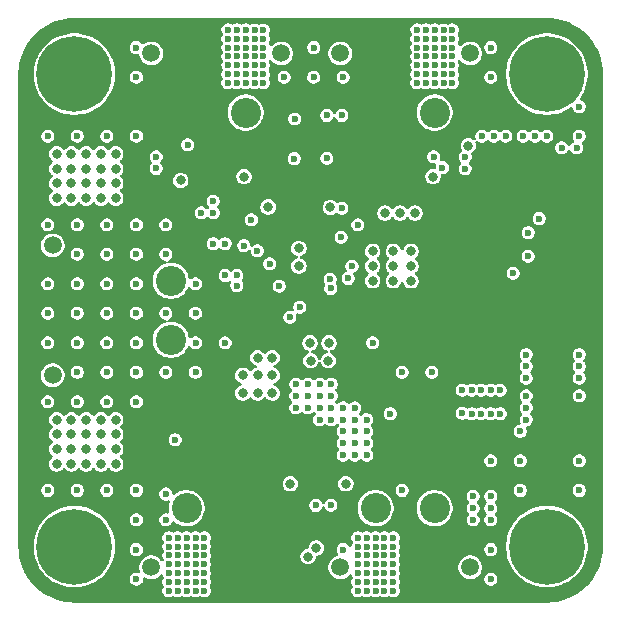
<source format=gbr>
%TF.GenerationSoftware,KiCad,Pcbnew,9.0.2*%
%TF.CreationDate,2025-06-26T01:43:21+01:00*%
%TF.ProjectId,PDB_AURA,5044425f-4155-4524-912e-6b696361645f,rev?*%
%TF.SameCoordinates,Original*%
%TF.FileFunction,Copper,L3,Inr*%
%TF.FilePolarity,Positive*%
%FSLAX46Y46*%
G04 Gerber Fmt 4.6, Leading zero omitted, Abs format (unit mm)*
G04 Created by KiCad (PCBNEW 9.0.2) date 2025-06-26 01:43:21*
%MOMM*%
%LPD*%
G01*
G04 APERTURE LIST*
%TA.AperFunction,ComponentPad*%
%ADD10C,2.550000*%
%TD*%
%TA.AperFunction,ComponentPad*%
%ADD11C,1.500000*%
%TD*%
%TA.AperFunction,ComponentPad*%
%ADD12C,0.800000*%
%TD*%
%TA.AperFunction,ComponentPad*%
%ADD13C,6.400000*%
%TD*%
%TA.AperFunction,ViaPad*%
%ADD14C,0.600000*%
%TD*%
%TA.AperFunction,ViaPad*%
%ADD15C,0.800000*%
%TD*%
G04 APERTURE END LIST*
D10*
%TO.N,+BATT_FILT*%
%TO.C,J300*%
X64500000Y-58250000D03*
%TO.N,/300_Connectors/VBAT_CH1*%
X69500000Y-58250000D03*
D11*
%TO.N,GND*%
X61500000Y-53250000D03*
X72500000Y-53250000D03*
%TD*%
D12*
%TO.N,unconnected-(H102-Pad1)_8*%
%TO.C,H102*%
X92600000Y-55000000D03*
%TO.N,unconnected-(H102-Pad1)_3*%
X93302944Y-53302944D03*
%TO.N,unconnected-(H102-Pad1)_2*%
X93302944Y-56697056D03*
%TO.N,unconnected-(H102-Pad1)_5*%
X95000000Y-52600000D03*
D13*
%TO.N,unconnected-(H102-Pad1)_6*%
X95000000Y-55000000D03*
D12*
%TO.N,unconnected-(H102-Pad1)_4*%
X95000000Y-57400000D03*
%TO.N,unconnected-(H102-Pad1)_7*%
X96697056Y-53302944D03*
%TO.N,unconnected-(H102-Pad1)*%
X96697056Y-56697056D03*
%TO.N,unconnected-(H102-Pad1)_1*%
X97400000Y-55000000D03*
%TD*%
D10*
%TO.N,+BATT*%
%TO.C,J100*%
X63162000Y-77500000D03*
%TO.N,GND*%
X63162000Y-72500000D03*
D11*
X53162000Y-69500000D03*
%TO.N,+BATT*%
X53162000Y-80500000D03*
%TD*%
D10*
%TO.N,+BATT_FILT*%
%TO.C,J303*%
X69500000Y-91750000D03*
%TO.N,GND*%
X64500000Y-91750000D03*
D11*
%TO.N,+BATT_FILT*%
X72500000Y-96750000D03*
%TO.N,GND*%
X61500000Y-96750000D03*
%TD*%
D12*
%TO.N,unconnected-(H101-Pad1)_3*%
%TO.C,H101*%
X52600000Y-55000000D03*
%TO.N,unconnected-(H101-Pad1)_5*%
X53302944Y-53302944D03*
%TO.N,unconnected-(H101-Pad1)_1*%
X53302944Y-56697056D03*
%TO.N,unconnected-(H101-Pad1)*%
X55000000Y-52600000D03*
D13*
%TO.N,unconnected-(H101-Pad1)_7*%
X55000000Y-55000000D03*
D12*
%TO.N,unconnected-(H101-Pad1)_2*%
X55000000Y-57400000D03*
%TO.N,unconnected-(H101-Pad1)_8*%
X56697056Y-53302944D03*
%TO.N,unconnected-(H101-Pad1)_4*%
X56697056Y-56697056D03*
%TO.N,unconnected-(H101-Pad1)_6*%
X57400000Y-55000000D03*
%TD*%
%TO.N,unconnected-(H100-Pad1)_3*%
%TO.C,H100*%
X92600000Y-95000000D03*
%TO.N,unconnected-(H100-Pad1)_7*%
X93302944Y-93302944D03*
%TO.N,unconnected-(H100-Pad1)_1*%
X93302944Y-96697056D03*
%TO.N,unconnected-(H100-Pad1)_5*%
X95000000Y-92600000D03*
D13*
%TO.N,unconnected-(H100-Pad1)_2*%
X95000000Y-95000000D03*
D12*
%TO.N,unconnected-(H100-Pad1)_6*%
X95000000Y-97400000D03*
%TO.N,unconnected-(H100-Pad1)_8*%
X96697056Y-93302944D03*
%TO.N,unconnected-(H100-Pad1)_4*%
X96697056Y-96697056D03*
%TO.N,unconnected-(H100-Pad1)*%
X97400000Y-95000000D03*
%TD*%
%TO.N,unconnected-(H103-Pad1)_8*%
%TO.C,H103*%
X52600000Y-95000000D03*
%TO.N,unconnected-(H103-Pad1)_3*%
X53302944Y-93302944D03*
%TO.N,unconnected-(H103-Pad1)_5*%
X53302944Y-96697056D03*
%TO.N,unconnected-(H103-Pad1)_2*%
X55000000Y-92600000D03*
D13*
%TO.N,unconnected-(H103-Pad1)_4*%
X55000000Y-95000000D03*
D12*
%TO.N,unconnected-(H103-Pad1)_6*%
X55000000Y-97400000D03*
%TO.N,unconnected-(H103-Pad1)_1*%
X56697056Y-93302944D03*
%TO.N,unconnected-(H103-Pad1)*%
X56697056Y-96697056D03*
%TO.N,unconnected-(H103-Pad1)_7*%
X57400000Y-95000000D03*
%TD*%
D10*
%TO.N,+5V*%
%TO.C,J304*%
X85500000Y-91750000D03*
%TO.N,GND*%
X80500000Y-91750000D03*
D11*
X88500000Y-96750000D03*
X77500000Y-96750000D03*
%TD*%
D10*
%TO.N,+BATT_FILT*%
%TO.C,J301*%
X80500000Y-58250000D03*
%TO.N,/300_Connectors/VBAT_CH2*%
X85500000Y-58250000D03*
D11*
%TO.N,GND*%
X77500000Y-53250000D03*
X88500000Y-53250000D03*
%TD*%
D14*
%TO.N,GND*%
X84000000Y-53500000D03*
X52750000Y-72750000D03*
X66000000Y-98750000D03*
X68750000Y-55750000D03*
X79000000Y-97250000D03*
X79000000Y-94250000D03*
X82000000Y-94250000D03*
D15*
X56000000Y-63000000D03*
D14*
X90250000Y-95250000D03*
X63750000Y-98750000D03*
X68000000Y-52750000D03*
X82000000Y-97250000D03*
X66750000Y-65750000D03*
X63750000Y-94250000D03*
X57750000Y-67750000D03*
X69988637Y-67350062D03*
X82000000Y-98750000D03*
X84750000Y-51250000D03*
X68000000Y-54250000D03*
X65250000Y-72750000D03*
X81250000Y-97250000D03*
D15*
X76550000Y-77750000D03*
D14*
X86250000Y-52000000D03*
X85500000Y-55750000D03*
X81250000Y-95750000D03*
X91500000Y-60250000D03*
X63750000Y-96500000D03*
X80500000Y-95750000D03*
X70250000Y-51250000D03*
X95000000Y-60250000D03*
X57750000Y-70250000D03*
X60250000Y-70250000D03*
X90249997Y-81750000D03*
X81250000Y-98750000D03*
X63000000Y-97250000D03*
X65250000Y-97250000D03*
X89500000Y-60250000D03*
X82000000Y-95750000D03*
X63000000Y-95750000D03*
X68000000Y-53500000D03*
X90250000Y-92750000D03*
X76720000Y-91500000D03*
X62750000Y-67750000D03*
X68750000Y-52750000D03*
X81250000Y-94250000D03*
X90250003Y-83750000D03*
X60250000Y-60250000D03*
X52750000Y-60250000D03*
X94000000Y-60250000D03*
X66000000Y-97250000D03*
X76700000Y-73150000D03*
X84000000Y-52000000D03*
X84000000Y-55750000D03*
X80500000Y-97250000D03*
X90250000Y-55250000D03*
X85500000Y-54250000D03*
D15*
X58500000Y-61750000D03*
D14*
X87000000Y-53500000D03*
X84750000Y-54250000D03*
X79000000Y-95000000D03*
X67750000Y-72050000D03*
X75250000Y-55250000D03*
D15*
X56000000Y-61750000D03*
D14*
X80500000Y-94250000D03*
X90250000Y-52750000D03*
X60250000Y-95250000D03*
X68750000Y-51250000D03*
X84750000Y-55000000D03*
D15*
X56000000Y-65500000D03*
D14*
X79750000Y-94250000D03*
X79750000Y-97250000D03*
X65250000Y-96500000D03*
X57750000Y-72750000D03*
X86250000Y-51250000D03*
X60250000Y-55250000D03*
X84750000Y-55750000D03*
X79000000Y-98750000D03*
X64500000Y-94250000D03*
X71000000Y-55000000D03*
X87000000Y-55750000D03*
X97750000Y-78750000D03*
D15*
X58500000Y-63000000D03*
D14*
X87000000Y-52000000D03*
X80500000Y-98750000D03*
X65250000Y-95750000D03*
D15*
X57250000Y-63000000D03*
D14*
X79750000Y-95750000D03*
X86250000Y-54250000D03*
X97510000Y-61240000D03*
X60250000Y-97750000D03*
X90250000Y-91750000D03*
X97750000Y-57750000D03*
X79750000Y-96500000D03*
X81250000Y-95000000D03*
D15*
X74000000Y-69750000D03*
D14*
X79000000Y-95750000D03*
D15*
X53500000Y-64250000D03*
D14*
X84000000Y-52750000D03*
X71000000Y-55750000D03*
X60250000Y-67750000D03*
X81750000Y-83750000D03*
X66000000Y-94250000D03*
X71000000Y-52750000D03*
X77750000Y-55250000D03*
D15*
X54750000Y-64250000D03*
D14*
X55250000Y-67750000D03*
X64500000Y-95750000D03*
X66000000Y-95750000D03*
X86250000Y-55750000D03*
X97750000Y-90250000D03*
D15*
X76670000Y-66290000D03*
D14*
X70250000Y-53500000D03*
X65250000Y-95000000D03*
X81250000Y-98000000D03*
X73625000Y-62150000D03*
X63750000Y-98000000D03*
X63000000Y-96500000D03*
D15*
X53500000Y-65500000D03*
D14*
X97750000Y-60250000D03*
X87000000Y-52750000D03*
X68750000Y-52000000D03*
X90250000Y-97750000D03*
X84000000Y-55000000D03*
X64500000Y-98750000D03*
X80500000Y-95000000D03*
X69500000Y-52750000D03*
X66000000Y-95000000D03*
X65250000Y-98750000D03*
X74070000Y-74733465D03*
X72750000Y-55250000D03*
X63000000Y-98750000D03*
X55250000Y-70250000D03*
D15*
X58500000Y-64250000D03*
D14*
X68750735Y-72899265D03*
D15*
X58500000Y-65500000D03*
D14*
X71000000Y-54250000D03*
D15*
X54750000Y-61750000D03*
D14*
X88070000Y-62010000D03*
X88649997Y-83750000D03*
D15*
X56000000Y-64250000D03*
D14*
X68000000Y-51250000D03*
X68750000Y-54250000D03*
X88649991Y-81750000D03*
X85250000Y-80250000D03*
X60250000Y-72750000D03*
X79750000Y-98750000D03*
X80500000Y-98000000D03*
X93430000Y-68420000D03*
X57750000Y-60250000D03*
D15*
X53500000Y-61750000D03*
D14*
X77750000Y-95250000D03*
X63000000Y-98000000D03*
X84750000Y-52750000D03*
X84000000Y-54250000D03*
X86250000Y-53500000D03*
X69500000Y-52000000D03*
D15*
X54750000Y-65500000D03*
D14*
X63750000Y-95000000D03*
X69500000Y-53500000D03*
X69500000Y-54250000D03*
X55250000Y-72750000D03*
X88070000Y-63000000D03*
X68000000Y-55750000D03*
X65250000Y-98000000D03*
X63750000Y-97250000D03*
X81250000Y-96500000D03*
X76375000Y-58500000D03*
X61930000Y-62990000D03*
D15*
X85354768Y-63680777D03*
D14*
X69500000Y-55750000D03*
X85500000Y-53500000D03*
D15*
X57250000Y-61750000D03*
D14*
X70250000Y-52750000D03*
X85500000Y-52750000D03*
X87000000Y-51250000D03*
X79750000Y-98000000D03*
X82000000Y-98000000D03*
D15*
X82560000Y-66750000D03*
D14*
X80500000Y-96500000D03*
X63000000Y-95000000D03*
X82000000Y-95000000D03*
X78500000Y-71250000D03*
D15*
X74000000Y-71250000D03*
D14*
X85500000Y-51250000D03*
X70250000Y-54250000D03*
X86250000Y-55000000D03*
X97750000Y-80750000D03*
X90250000Y-90750000D03*
X79000000Y-98000000D03*
X75250000Y-52750000D03*
X69500000Y-55000000D03*
X97750000Y-79750000D03*
X62750000Y-92750000D03*
D15*
X57250000Y-65500000D03*
D14*
X72350000Y-72950000D03*
X71000000Y-51250000D03*
X69500000Y-51250000D03*
X93000000Y-60250000D03*
X68000000Y-55000000D03*
X84750000Y-52000000D03*
D15*
X69360000Y-63680000D03*
D14*
X97750000Y-87750000D03*
X93420000Y-70420000D03*
X75430000Y-91520000D03*
X64500000Y-97250000D03*
D15*
X83830000Y-66750000D03*
D14*
X55250000Y-60250000D03*
D15*
X53500000Y-63000000D03*
X54750000Y-63000000D03*
D14*
X70250000Y-52000000D03*
X96250000Y-61240000D03*
X97750000Y-82250000D03*
X65750000Y-66750000D03*
X71000000Y-52000000D03*
X63520000Y-85950000D03*
X82000000Y-96500000D03*
X69350000Y-69518329D03*
X90500000Y-60250000D03*
X87000000Y-54250000D03*
X82750000Y-80250000D03*
D15*
X74950000Y-77750000D03*
D14*
X71000000Y-53500000D03*
X64500000Y-95000000D03*
X63750000Y-95750000D03*
X87000000Y-55000000D03*
X70250000Y-55750000D03*
X85500000Y-55000000D03*
X64500000Y-98000000D03*
X66000000Y-96500000D03*
X64500000Y-96500000D03*
X68000000Y-52000000D03*
X61930000Y-62010000D03*
X62750000Y-90550000D03*
X84750000Y-53500000D03*
X68750000Y-55000000D03*
X84000000Y-51250000D03*
X65250000Y-94250000D03*
X62750000Y-70250000D03*
X52750000Y-67750000D03*
X86250000Y-52750000D03*
D15*
X71400000Y-66240000D03*
D14*
X68750000Y-53500000D03*
X79000000Y-96500000D03*
D15*
X81290000Y-66750000D03*
X57250000Y-64250000D03*
D14*
X70250000Y-55000000D03*
X60250000Y-52750000D03*
X66000000Y-98000000D03*
X79750000Y-95000000D03*
X80250000Y-77750000D03*
X63000000Y-94250000D03*
X85500000Y-52000000D03*
X60250000Y-92750000D03*
%TO.N,+5V*%
X93250000Y-80750000D03*
X92750000Y-90250000D03*
X88750000Y-90750000D03*
X93250000Y-84250000D03*
X77640000Y-66340000D03*
X93250000Y-83250000D03*
X93250000Y-78750000D03*
X92750000Y-85250000D03*
X88750000Y-91750000D03*
X92750000Y-87750000D03*
X90250000Y-87750000D03*
X94370000Y-67224998D03*
X93250000Y-79750000D03*
X82750000Y-90250000D03*
X88750000Y-92750000D03*
X93250000Y-82250000D03*
X67750000Y-69350000D03*
X68750000Y-72050000D03*
D15*
%TO.N,/200_Buck_Regulator/5V_SW*%
X83500000Y-71250000D03*
X80250000Y-71250000D03*
X83500000Y-70000000D03*
X83500000Y-72500000D03*
X80250000Y-70000000D03*
X82000000Y-71250000D03*
X80250000Y-72500000D03*
X82000000Y-72500000D03*
X82000000Y-70000000D03*
D14*
%TO.N,/200_Buck_Regulator/COMP_FB_C*%
X70492220Y-69967739D03*
X66760000Y-66730000D03*
%TO.N,/200_Buck_Regulator/5V_FB*%
X66750000Y-69350000D03*
%TO.N,+BATT*%
X60250000Y-77750000D03*
X60250000Y-75250000D03*
X52750000Y-90250000D03*
D15*
X57250000Y-84250000D03*
D14*
X65250000Y-80250000D03*
D15*
X58500000Y-85500000D03*
D14*
X55250000Y-77750000D03*
X60250000Y-90250000D03*
D15*
X57250000Y-88000000D03*
D14*
X57750000Y-75250000D03*
D15*
X57250000Y-85500000D03*
X54750000Y-88000000D03*
D14*
X55250000Y-75250000D03*
D15*
X56000000Y-84250000D03*
D14*
X67750000Y-77750000D03*
D15*
X56000000Y-86750000D03*
X58500000Y-86750000D03*
X53500000Y-88000000D03*
D14*
X55250000Y-82750000D03*
D15*
X58500000Y-84250000D03*
X53500000Y-84250000D03*
D14*
X52750000Y-75250000D03*
D15*
X53500000Y-86750000D03*
D14*
X65250000Y-75250000D03*
D15*
X54750000Y-84250000D03*
X56000000Y-85500000D03*
D14*
X57750000Y-90250000D03*
D15*
X54750000Y-86750000D03*
D14*
X57750000Y-82750000D03*
X55250000Y-80250000D03*
X52750000Y-77750000D03*
X65250000Y-77750000D03*
X60250000Y-82750000D03*
X57750000Y-80250000D03*
D15*
X58500000Y-88000000D03*
D14*
X62750000Y-80250000D03*
X60250000Y-80250000D03*
X55250000Y-90250000D03*
X62750000Y-75250000D03*
D15*
X54750000Y-85500000D03*
X57250000Y-86750000D03*
D14*
X57750000Y-77750000D03*
D15*
X53500000Y-85500000D03*
X56000000Y-88000000D03*
D14*
X52750000Y-82750000D03*
D15*
%TO.N,MSFT_1*%
X64000000Y-64000000D03*
%TO.N,MSFT_2*%
X88350000Y-61050000D03*
D14*
%TO.N,+3V3*%
X87849988Y-81750000D03*
D15*
X77980000Y-89680000D03*
X73280000Y-89680000D03*
D14*
X87850470Y-83722430D03*
%TO.N,INA_IN+*%
X78750000Y-86250000D03*
X75750000Y-82250000D03*
X77750000Y-87250000D03*
X75750000Y-84250000D03*
X75750000Y-83250000D03*
X77750000Y-83250000D03*
X76750000Y-84250000D03*
X79750000Y-87250000D03*
X77750000Y-85250000D03*
X74750000Y-82250000D03*
X74750000Y-83250000D03*
X73750000Y-82250000D03*
D15*
X71750000Y-82000000D03*
X76500000Y-79250000D03*
X71750000Y-80500000D03*
X70500000Y-79000000D03*
X70500000Y-80500000D03*
D14*
X73750000Y-81250000D03*
D15*
X75000000Y-79250000D03*
D14*
X74750000Y-81250000D03*
X79750000Y-85250000D03*
D15*
X69250000Y-82000000D03*
D14*
X77750000Y-86250000D03*
X76750000Y-82250000D03*
D15*
X70500000Y-82000000D03*
D14*
X79750000Y-86250000D03*
X78750000Y-87250000D03*
D15*
X69250000Y-80500000D03*
D14*
X79750000Y-84250000D03*
X77750000Y-84250000D03*
X78750000Y-85250000D03*
X76750000Y-83250000D03*
X73750000Y-83250000D03*
X78750000Y-84250000D03*
X78750000Y-83250000D03*
X75750000Y-81250000D03*
X76750000Y-81250000D03*
D15*
X71750000Y-79000000D03*
%TO.N,SCL*%
X74780000Y-95850000D03*
D14*
X91050006Y-83750000D03*
X91050000Y-81750000D03*
D15*
%TO.N,SDA*%
X75480025Y-95130025D03*
D14*
X89449994Y-81750000D03*
X89450000Y-83750000D03*
%TO.N,+5V_VCC*%
X73250000Y-75600000D03*
X78170000Y-72302622D03*
%TO.N,/200_Buck_Regulator/5V_HO*%
X77572353Y-68817598D03*
X92140000Y-71860000D03*
%TO.N,/200_Buck_Regulator/5V_LO*%
X76652861Y-72351391D03*
X79000000Y-67754000D03*
%TO.N,/300_Connectors/VGS_CH1*%
X64580000Y-60990000D03*
X73640000Y-58790000D03*
%TO.N,/300_Connectors/MSFT_2_R*%
X77640000Y-58500000D03*
X85410000Y-62010000D03*
%TO.N,/300_Connectors/VGS_CH2*%
X76360000Y-62130000D03*
X86160000Y-62910000D03*
%TO.N,/200_Buck_Regulator/5V_SYNCOUT*%
X71526740Y-71056439D03*
%TO.N,+BATT_FILT*%
X81250000Y-52000000D03*
X79750000Y-53500000D03*
X64500000Y-52000000D03*
X90500000Y-64750000D03*
X80500000Y-55000000D03*
X79750000Y-55750000D03*
X69500000Y-95000000D03*
X65250000Y-53500000D03*
X84000000Y-97250000D03*
X87000000Y-95750000D03*
X80500000Y-53500000D03*
X59650000Y-56750000D03*
X81250000Y-53500000D03*
X85500000Y-94250000D03*
X82000000Y-55000000D03*
X69500000Y-94250000D03*
D15*
X88350000Y-66700000D03*
X89650000Y-66700000D03*
D14*
X84750000Y-95750000D03*
X63000000Y-52000000D03*
D15*
X89000000Y-70750000D03*
X87500000Y-68250000D03*
D14*
X68000000Y-98750000D03*
X67750000Y-92000000D03*
X79000000Y-52000000D03*
X87000000Y-98000000D03*
X85500000Y-97250000D03*
X68000000Y-97250000D03*
X69000000Y-85500000D03*
X93000000Y-64750000D03*
X80500000Y-52750000D03*
X63000000Y-53500000D03*
X71000000Y-95750000D03*
X64500000Y-53500000D03*
X67750000Y-90000000D03*
X68000000Y-98000000D03*
X79750000Y-52750000D03*
X64500000Y-52750000D03*
X70250000Y-94250000D03*
X66000000Y-53500000D03*
X84000000Y-95750000D03*
X82000000Y-52750000D03*
X84000000Y-94250000D03*
X63000000Y-55750000D03*
X86250000Y-97250000D03*
X79000000Y-55000000D03*
X63750000Y-52750000D03*
X91500000Y-64750000D03*
X69500000Y-95750000D03*
X68750000Y-98000000D03*
X66000000Y-55000000D03*
D15*
X89000000Y-68250000D03*
D14*
X70250000Y-97250000D03*
X63750000Y-52000000D03*
X70250000Y-96500000D03*
X85500000Y-98000000D03*
X80500000Y-52000000D03*
X71000000Y-96500000D03*
X68750000Y-94250000D03*
X94000000Y-64750000D03*
X85500000Y-95750000D03*
X63750000Y-54250000D03*
X84750000Y-95000000D03*
X68750000Y-96500000D03*
X85500000Y-95000000D03*
X63750000Y-53500000D03*
X68750000Y-95750000D03*
X86250000Y-98750000D03*
D15*
X90500000Y-70750000D03*
D14*
X82000000Y-53500000D03*
X86250000Y-98000000D03*
X66000000Y-55750000D03*
X71500000Y-90000000D03*
X87000000Y-98750000D03*
X87000000Y-97250000D03*
X84000000Y-98000000D03*
X82000000Y-51250000D03*
D15*
X90500000Y-68250000D03*
D14*
X80500000Y-55750000D03*
X81250000Y-51250000D03*
X63750000Y-55750000D03*
X79000000Y-54250000D03*
X70250000Y-98000000D03*
X80500000Y-54250000D03*
X81250000Y-55750000D03*
X65250000Y-55000000D03*
X79000000Y-51250000D03*
X71000000Y-98000000D03*
X79750000Y-54250000D03*
X65250000Y-52000000D03*
X67750000Y-91000000D03*
X63000000Y-52750000D03*
X98340000Y-69220000D03*
X66000000Y-52750000D03*
X71000000Y-98750000D03*
X68000000Y-96500000D03*
X68750000Y-97250000D03*
D15*
X74750000Y-65250000D03*
D14*
X68750000Y-95000000D03*
X79000000Y-52750000D03*
X66000000Y-52000000D03*
X63000000Y-55000000D03*
X81250000Y-52750000D03*
X86250000Y-95750000D03*
X71000000Y-97250000D03*
D15*
X90900000Y-66700000D03*
D14*
X87000000Y-96500000D03*
X90350000Y-56750000D03*
X84000000Y-98750000D03*
X63750000Y-55000000D03*
X80500000Y-51250000D03*
X68750000Y-98750000D03*
X66000000Y-51250000D03*
X69500000Y-98750000D03*
X69000000Y-87750000D03*
X64500000Y-54250000D03*
X63750000Y-51250000D03*
X67750000Y-93000000D03*
X70250000Y-98750000D03*
X64500000Y-51250000D03*
X85500000Y-98750000D03*
X95000000Y-64750000D03*
X82000000Y-55750000D03*
X69000000Y-90000000D03*
X84750000Y-96500000D03*
X71500000Y-92000000D03*
X79750000Y-52000000D03*
X63000000Y-54250000D03*
X66000000Y-54250000D03*
X82000000Y-54250000D03*
X81250000Y-54250000D03*
X68000000Y-95750000D03*
X71000000Y-94250000D03*
X81250000Y-55000000D03*
D15*
X87500000Y-69500000D03*
X87500000Y-70750000D03*
D14*
X64500000Y-55000000D03*
X82000000Y-52000000D03*
X70250000Y-95000000D03*
X69500000Y-96500000D03*
X68000000Y-95000000D03*
X64500000Y-55750000D03*
X69000000Y-88750000D03*
X84000000Y-96500000D03*
X69000000Y-86750000D03*
X86250000Y-96500000D03*
X65250000Y-51250000D03*
X86250000Y-95000000D03*
X87000000Y-94250000D03*
X87000000Y-95000000D03*
X71500000Y-93000000D03*
X79000000Y-53500000D03*
X86250000Y-94250000D03*
X65250000Y-55750000D03*
X89500000Y-64750000D03*
X68000000Y-94250000D03*
X63000000Y-51250000D03*
X85500000Y-96500000D03*
X79000000Y-55750000D03*
X65250000Y-52750000D03*
X70250000Y-95750000D03*
X79750000Y-51250000D03*
X84750000Y-94250000D03*
X84750000Y-98000000D03*
X84750000Y-98750000D03*
D15*
X90500000Y-69500000D03*
D14*
X79750000Y-55000000D03*
X71500000Y-91000000D03*
X65250000Y-54250000D03*
D15*
X89000000Y-69500000D03*
D14*
X84000000Y-95000000D03*
X69500000Y-97250000D03*
X70250000Y-88750000D03*
X84750000Y-97250000D03*
X69500000Y-98000000D03*
X71000000Y-95000000D03*
D15*
X73250000Y-65250000D03*
D14*
X70250000Y-90000000D03*
%TD*%
%TA.AperFunction,Conductor*%
%TO.N,+BATT_FILT*%
G36*
X95002702Y-50250618D02*
G01*
X95015967Y-50251197D01*
X95408558Y-50268337D01*
X95419293Y-50269277D01*
X95819386Y-50321950D01*
X95830010Y-50323823D01*
X96223993Y-50411167D01*
X96234405Y-50413956D01*
X96619279Y-50535307D01*
X96629414Y-50538996D01*
X97002232Y-50693423D01*
X97012024Y-50697989D01*
X97230117Y-50811521D01*
X97369942Y-50884309D01*
X97379310Y-50889717D01*
X97719638Y-51106530D01*
X97728499Y-51112735D01*
X98048627Y-51358378D01*
X98056914Y-51365332D01*
X98354412Y-51637938D01*
X98362061Y-51645587D01*
X98634667Y-51943085D01*
X98641621Y-51951372D01*
X98887264Y-52271500D01*
X98893469Y-52280361D01*
X99110282Y-52620689D01*
X99115690Y-52630057D01*
X99302007Y-52987969D01*
X99306579Y-52997773D01*
X99460997Y-53370570D01*
X99464696Y-53380733D01*
X99569298Y-53712488D01*
X99586037Y-53765575D01*
X99588837Y-53776025D01*
X99676173Y-54169977D01*
X99678051Y-54180629D01*
X99730720Y-54580683D01*
X99731663Y-54591460D01*
X99747324Y-54950172D01*
X99749382Y-54997297D01*
X99749500Y-55002706D01*
X99749500Y-94997293D01*
X99749382Y-95002702D01*
X99731663Y-95408539D01*
X99730720Y-95419316D01*
X99678051Y-95819370D01*
X99676173Y-95830022D01*
X99588837Y-96223974D01*
X99586037Y-96234424D01*
X99464697Y-96619264D01*
X99460997Y-96629429D01*
X99306579Y-97002226D01*
X99302007Y-97012030D01*
X99115690Y-97369942D01*
X99110282Y-97379310D01*
X98893469Y-97719638D01*
X98887264Y-97728499D01*
X98641621Y-98048627D01*
X98634667Y-98056914D01*
X98362061Y-98354412D01*
X98354412Y-98362061D01*
X98056914Y-98634667D01*
X98048627Y-98641621D01*
X97728499Y-98887264D01*
X97719638Y-98893469D01*
X97379310Y-99110282D01*
X97369942Y-99115690D01*
X97012030Y-99302007D01*
X97002226Y-99306579D01*
X96629429Y-99460997D01*
X96619264Y-99464697D01*
X96234424Y-99586037D01*
X96223974Y-99588837D01*
X95830022Y-99676173D01*
X95819370Y-99678051D01*
X95419316Y-99730720D01*
X95408539Y-99731663D01*
X95002703Y-99749382D01*
X94997294Y-99749500D01*
X55002706Y-99749500D01*
X54997297Y-99749382D01*
X54591460Y-99731663D01*
X54580685Y-99730720D01*
X54380656Y-99704385D01*
X54180629Y-99678051D01*
X54169977Y-99676173D01*
X53915393Y-99619733D01*
X53776022Y-99588836D01*
X53765579Y-99586038D01*
X53380733Y-99464696D01*
X53370570Y-99460997D01*
X52997773Y-99306579D01*
X52987969Y-99302007D01*
X52630057Y-99115690D01*
X52620689Y-99110282D01*
X52280361Y-98893469D01*
X52271500Y-98887264D01*
X51951372Y-98641621D01*
X51943085Y-98634667D01*
X51645587Y-98362061D01*
X51637938Y-98354412D01*
X51365332Y-98056914D01*
X51358378Y-98048627D01*
X51112735Y-97728499D01*
X51106530Y-97719638D01*
X51004660Y-97559735D01*
X50889716Y-97379309D01*
X50884309Y-97369942D01*
X50754871Y-97121294D01*
X50697989Y-97012024D01*
X50693420Y-97002226D01*
X50664689Y-96932863D01*
X50538996Y-96629414D01*
X50535307Y-96619279D01*
X50413956Y-96234405D01*
X50411167Y-96223993D01*
X50323823Y-95830010D01*
X50321950Y-95819386D01*
X50269277Y-95419293D01*
X50268337Y-95408558D01*
X50250618Y-95002701D01*
X50250500Y-94997293D01*
X50250500Y-94830488D01*
X51549500Y-94830488D01*
X51549500Y-95169512D01*
X51553733Y-95212486D01*
X51582729Y-95506901D01*
X51647003Y-95830022D01*
X51648871Y-95839414D01*
X51656138Y-95863371D01*
X51747284Y-96163841D01*
X51789050Y-96264672D01*
X51876378Y-96475502D01*
X51877024Y-96477060D01*
X51877026Y-96477065D01*
X52036831Y-96776039D01*
X52036842Y-96776057D01*
X52225184Y-97057930D01*
X52225194Y-97057944D01*
X52440269Y-97320014D01*
X52679985Y-97559730D01*
X52679990Y-97559734D01*
X52679991Y-97559735D01*
X52942061Y-97774810D01*
X53223949Y-97963162D01*
X53223958Y-97963167D01*
X53223960Y-97963168D01*
X53522934Y-98122973D01*
X53522936Y-98122973D01*
X53522942Y-98122977D01*
X53836160Y-98252716D01*
X54160586Y-98351129D01*
X54493096Y-98417270D01*
X54830488Y-98450500D01*
X54830491Y-98450500D01*
X55169509Y-98450500D01*
X55169512Y-98450500D01*
X55506904Y-98417270D01*
X55839414Y-98351129D01*
X56163840Y-98252716D01*
X56477058Y-98122977D01*
X56776051Y-97963162D01*
X57057939Y-97774810D01*
X57176481Y-97677525D01*
X59699500Y-97677525D01*
X59699500Y-97822475D01*
X59727649Y-97927527D01*
X59737017Y-97962488D01*
X59809488Y-98088011D01*
X59809490Y-98088013D01*
X59809491Y-98088015D01*
X59911985Y-98190509D01*
X59911986Y-98190510D01*
X59911988Y-98190511D01*
X60037511Y-98262982D01*
X60037512Y-98262982D01*
X60037515Y-98262984D01*
X60177525Y-98300500D01*
X60177528Y-98300500D01*
X60322472Y-98300500D01*
X60322475Y-98300500D01*
X60462485Y-98262984D01*
X60588015Y-98190509D01*
X60690509Y-98088015D01*
X60762984Y-97962485D01*
X60800500Y-97822475D01*
X60800500Y-97717888D01*
X60820185Y-97650849D01*
X60872989Y-97605094D01*
X60942147Y-97595150D01*
X60993389Y-97614785D01*
X61026086Y-97636632D01*
X61026088Y-97636633D01*
X61026092Y-97636635D01*
X61147686Y-97687000D01*
X61208165Y-97712051D01*
X61208169Y-97712051D01*
X61208170Y-97712052D01*
X61401456Y-97750500D01*
X61401459Y-97750500D01*
X61598543Y-97750500D01*
X61728582Y-97724632D01*
X61791835Y-97712051D01*
X61973914Y-97636632D01*
X62137782Y-97527139D01*
X62275010Y-97389910D01*
X62336331Y-97356427D01*
X62406023Y-97361411D01*
X62461957Y-97403282D01*
X62473216Y-97421380D01*
X62479103Y-97432956D01*
X62487016Y-97462485D01*
X62546687Y-97565839D01*
X62548187Y-97568787D01*
X62554028Y-97600015D01*
X62561521Y-97630900D01*
X62560472Y-97634469D01*
X62561033Y-97637465D01*
X62555855Y-97650195D01*
X62545048Y-97687000D01*
X62487017Y-97787511D01*
X62487016Y-97787515D01*
X62449500Y-97927525D01*
X62449500Y-98072475D01*
X62481128Y-98190511D01*
X62487017Y-98212488D01*
X62545048Y-98313000D01*
X62561521Y-98380900D01*
X62545048Y-98437000D01*
X62487017Y-98537511D01*
X62487016Y-98537515D01*
X62449500Y-98677525D01*
X62449500Y-98822475D01*
X62487016Y-98962485D01*
X62487017Y-98962488D01*
X62559488Y-99088011D01*
X62559490Y-99088013D01*
X62559491Y-99088015D01*
X62661985Y-99190509D01*
X62661986Y-99190510D01*
X62661988Y-99190511D01*
X62787511Y-99262982D01*
X62787512Y-99262982D01*
X62787515Y-99262984D01*
X62927525Y-99300500D01*
X62927528Y-99300500D01*
X63072472Y-99300500D01*
X63072475Y-99300500D01*
X63212485Y-99262984D01*
X63313002Y-99204950D01*
X63380899Y-99188478D01*
X63436997Y-99204949D01*
X63537515Y-99262984D01*
X63677525Y-99300500D01*
X63677528Y-99300500D01*
X63822472Y-99300500D01*
X63822475Y-99300500D01*
X63962485Y-99262984D01*
X64063002Y-99204950D01*
X64130899Y-99188478D01*
X64186997Y-99204949D01*
X64287515Y-99262984D01*
X64427525Y-99300500D01*
X64427528Y-99300500D01*
X64572472Y-99300500D01*
X64572475Y-99300500D01*
X64712485Y-99262984D01*
X64813002Y-99204950D01*
X64880899Y-99188478D01*
X64936997Y-99204949D01*
X65037515Y-99262984D01*
X65177525Y-99300500D01*
X65177528Y-99300500D01*
X65322472Y-99300500D01*
X65322475Y-99300500D01*
X65462485Y-99262984D01*
X65563002Y-99204950D01*
X65630899Y-99188478D01*
X65686997Y-99204949D01*
X65787515Y-99262984D01*
X65927525Y-99300500D01*
X65927528Y-99300500D01*
X66072472Y-99300500D01*
X66072475Y-99300500D01*
X66212485Y-99262984D01*
X66338015Y-99190509D01*
X66440509Y-99088015D01*
X66512984Y-98962485D01*
X66550500Y-98822475D01*
X66550500Y-98677525D01*
X66512984Y-98537515D01*
X66454950Y-98436997D01*
X66438478Y-98369101D01*
X66454951Y-98313000D01*
X66512984Y-98212485D01*
X66550500Y-98072475D01*
X66550500Y-97927525D01*
X66512984Y-97787515D01*
X66454950Y-97686997D01*
X66438478Y-97619101D01*
X66454949Y-97563002D01*
X66512984Y-97462485D01*
X66550500Y-97322475D01*
X66550500Y-97177525D01*
X66512984Y-97037515D01*
X66454950Y-96936997D01*
X66453947Y-96932863D01*
X66451069Y-96929728D01*
X66445783Y-96899212D01*
X66438478Y-96869101D01*
X66439664Y-96863886D01*
X66439144Y-96860883D01*
X66443013Y-96849160D01*
X66443153Y-96848543D01*
X76499499Y-96848543D01*
X76537947Y-97041829D01*
X76537950Y-97041839D01*
X76613364Y-97223907D01*
X76613371Y-97223920D01*
X76722860Y-97387781D01*
X76722863Y-97387785D01*
X76862214Y-97527136D01*
X76862218Y-97527139D01*
X77026079Y-97636628D01*
X77026092Y-97636635D01*
X77147686Y-97687000D01*
X77208165Y-97712051D01*
X77208169Y-97712051D01*
X77208170Y-97712052D01*
X77401456Y-97750500D01*
X77401459Y-97750500D01*
X77598543Y-97750500D01*
X77728582Y-97724632D01*
X77791835Y-97712051D01*
X77973914Y-97636632D01*
X78137782Y-97527139D01*
X78275010Y-97389910D01*
X78336331Y-97356427D01*
X78406023Y-97361411D01*
X78461957Y-97403282D01*
X78473216Y-97421380D01*
X78479103Y-97432956D01*
X78487016Y-97462485D01*
X78546687Y-97565839D01*
X78548187Y-97568787D01*
X78554028Y-97600015D01*
X78561521Y-97630900D01*
X78560472Y-97634469D01*
X78561033Y-97637465D01*
X78555855Y-97650195D01*
X78545048Y-97687000D01*
X78487017Y-97787511D01*
X78487016Y-97787515D01*
X78449500Y-97927525D01*
X78449500Y-98072475D01*
X78481128Y-98190511D01*
X78487017Y-98212488D01*
X78545048Y-98313000D01*
X78561521Y-98380900D01*
X78545048Y-98437000D01*
X78487017Y-98537511D01*
X78487016Y-98537515D01*
X78449500Y-98677525D01*
X78449500Y-98822475D01*
X78487016Y-98962485D01*
X78487017Y-98962488D01*
X78559488Y-99088011D01*
X78559490Y-99088013D01*
X78559491Y-99088015D01*
X78661985Y-99190509D01*
X78661986Y-99190510D01*
X78661988Y-99190511D01*
X78787511Y-99262982D01*
X78787512Y-99262982D01*
X78787515Y-99262984D01*
X78927525Y-99300500D01*
X78927528Y-99300500D01*
X79072472Y-99300500D01*
X79072475Y-99300500D01*
X79212485Y-99262984D01*
X79313002Y-99204950D01*
X79380899Y-99188478D01*
X79436997Y-99204949D01*
X79537515Y-99262984D01*
X79677525Y-99300500D01*
X79677528Y-99300500D01*
X79822472Y-99300500D01*
X79822475Y-99300500D01*
X79962485Y-99262984D01*
X80063002Y-99204950D01*
X80130899Y-99188478D01*
X80186997Y-99204949D01*
X80287515Y-99262984D01*
X80427525Y-99300500D01*
X80427528Y-99300500D01*
X80572472Y-99300500D01*
X80572475Y-99300500D01*
X80712485Y-99262984D01*
X80813002Y-99204950D01*
X80880899Y-99188478D01*
X80936997Y-99204949D01*
X81037515Y-99262984D01*
X81177525Y-99300500D01*
X81177528Y-99300500D01*
X81322472Y-99300500D01*
X81322475Y-99300500D01*
X81462485Y-99262984D01*
X81563002Y-99204950D01*
X81630899Y-99188478D01*
X81686997Y-99204949D01*
X81787515Y-99262984D01*
X81927525Y-99300500D01*
X81927528Y-99300500D01*
X82072472Y-99300500D01*
X82072475Y-99300500D01*
X82212485Y-99262984D01*
X82338015Y-99190509D01*
X82440509Y-99088015D01*
X82512984Y-98962485D01*
X82550500Y-98822475D01*
X82550500Y-98677525D01*
X82512984Y-98537515D01*
X82454950Y-98436997D01*
X82438478Y-98369101D01*
X82454951Y-98313000D01*
X82512984Y-98212485D01*
X82550500Y-98072475D01*
X82550500Y-97927525D01*
X82512984Y-97787515D01*
X82454950Y-97686997D01*
X82438478Y-97619101D01*
X82454949Y-97563002D01*
X82512984Y-97462485D01*
X82550500Y-97322475D01*
X82550500Y-97177525D01*
X82512984Y-97037515D01*
X82454950Y-96936997D01*
X82453947Y-96932863D01*
X82451069Y-96929728D01*
X82445783Y-96899212D01*
X82438478Y-96869101D01*
X82439664Y-96863886D01*
X82439144Y-96860883D01*
X82443013Y-96849160D01*
X82443153Y-96848543D01*
X87499499Y-96848543D01*
X87537947Y-97041829D01*
X87537950Y-97041839D01*
X87613364Y-97223907D01*
X87613371Y-97223920D01*
X87722860Y-97387781D01*
X87722863Y-97387785D01*
X87862214Y-97527136D01*
X87862218Y-97527139D01*
X88026079Y-97636628D01*
X88026092Y-97636635D01*
X88147686Y-97687000D01*
X88208165Y-97712051D01*
X88208169Y-97712051D01*
X88208170Y-97712052D01*
X88401456Y-97750500D01*
X88401459Y-97750500D01*
X88598543Y-97750500D01*
X88728582Y-97724632D01*
X88791835Y-97712051D01*
X88875189Y-97677525D01*
X89699500Y-97677525D01*
X89699500Y-97822475D01*
X89727649Y-97927527D01*
X89737017Y-97962488D01*
X89809488Y-98088011D01*
X89809490Y-98088013D01*
X89809491Y-98088015D01*
X89911985Y-98190509D01*
X89911986Y-98190510D01*
X89911988Y-98190511D01*
X90037511Y-98262982D01*
X90037512Y-98262982D01*
X90037515Y-98262984D01*
X90177525Y-98300500D01*
X90177528Y-98300500D01*
X90322472Y-98300500D01*
X90322475Y-98300500D01*
X90462485Y-98262984D01*
X90588015Y-98190509D01*
X90690509Y-98088015D01*
X90762984Y-97962485D01*
X90800500Y-97822475D01*
X90800500Y-97677525D01*
X90762984Y-97537515D01*
X90756993Y-97527139D01*
X90690511Y-97411988D01*
X90690506Y-97411982D01*
X90588017Y-97309493D01*
X90588011Y-97309488D01*
X90462488Y-97237017D01*
X90462489Y-97237017D01*
X90451006Y-97233940D01*
X90322475Y-97199500D01*
X90177525Y-97199500D01*
X90048993Y-97233940D01*
X90037511Y-97237017D01*
X89911988Y-97309488D01*
X89911982Y-97309493D01*
X89809493Y-97411982D01*
X89809488Y-97411988D01*
X89737017Y-97537511D01*
X89737016Y-97537515D01*
X89699500Y-97677525D01*
X88875189Y-97677525D01*
X88973914Y-97636632D01*
X89021114Y-97605094D01*
X89079180Y-97566296D01*
X89122259Y-97537511D01*
X89137782Y-97527139D01*
X89277139Y-97387782D01*
X89386632Y-97223914D01*
X89462051Y-97041835D01*
X89495237Y-96875000D01*
X89500500Y-96848543D01*
X89500500Y-96651456D01*
X89462052Y-96458170D01*
X89462051Y-96458169D01*
X89462051Y-96458165D01*
X89449500Y-96427863D01*
X89386635Y-96276092D01*
X89386628Y-96276079D01*
X89277139Y-96112218D01*
X89277136Y-96112214D01*
X89137785Y-95972863D01*
X89137781Y-95972860D01*
X88973920Y-95863371D01*
X88973907Y-95863364D01*
X88791839Y-95787950D01*
X88791829Y-95787947D01*
X88598543Y-95749500D01*
X88598541Y-95749500D01*
X88401459Y-95749500D01*
X88401457Y-95749500D01*
X88208170Y-95787947D01*
X88208160Y-95787950D01*
X88026092Y-95863364D01*
X88026079Y-95863371D01*
X87862218Y-95972860D01*
X87862214Y-95972863D01*
X87722863Y-96112214D01*
X87722860Y-96112218D01*
X87613371Y-96276079D01*
X87613364Y-96276092D01*
X87537950Y-96458160D01*
X87537947Y-96458170D01*
X87499500Y-96651456D01*
X87499500Y-96651459D01*
X87499500Y-96848541D01*
X87499500Y-96848543D01*
X87499499Y-96848543D01*
X82443153Y-96848543D01*
X82448112Y-96826747D01*
X82451104Y-96819663D01*
X82512984Y-96712485D01*
X82550500Y-96572475D01*
X82550500Y-96427525D01*
X82512984Y-96287515D01*
X82454950Y-96186997D01*
X82438478Y-96119101D01*
X82454951Y-96063000D01*
X82512984Y-95962485D01*
X82550500Y-95822475D01*
X82550500Y-95677525D01*
X82512984Y-95537515D01*
X82454950Y-95436997D01*
X82453720Y-95431927D01*
X82450248Y-95428028D01*
X82445567Y-95398322D01*
X82438478Y-95369101D01*
X82439966Y-95362778D01*
X82439373Y-95359010D01*
X82444236Y-95344645D01*
X82448859Y-95325014D01*
X82451574Y-95318848D01*
X82512984Y-95212485D01*
X82522352Y-95177525D01*
X89699500Y-95177525D01*
X89699500Y-95322475D01*
X89730188Y-95437001D01*
X89737017Y-95462488D01*
X89809488Y-95588011D01*
X89809490Y-95588013D01*
X89809491Y-95588015D01*
X89911985Y-95690509D01*
X89911986Y-95690510D01*
X89911988Y-95690511D01*
X90037511Y-95762982D01*
X90037512Y-95762982D01*
X90037515Y-95762984D01*
X90177525Y-95800500D01*
X90177528Y-95800500D01*
X90322472Y-95800500D01*
X90322475Y-95800500D01*
X90462485Y-95762984D01*
X90588015Y-95690509D01*
X90690509Y-95588015D01*
X90762984Y-95462485D01*
X90800500Y-95322475D01*
X90800500Y-95177525D01*
X90762984Y-95037515D01*
X90755370Y-95024328D01*
X90690511Y-94911988D01*
X90690506Y-94911982D01*
X90609012Y-94830488D01*
X91549500Y-94830488D01*
X91549500Y-95169512D01*
X91553733Y-95212486D01*
X91582729Y-95506901D01*
X91647003Y-95830022D01*
X91648871Y-95839414D01*
X91656138Y-95863371D01*
X91747284Y-96163841D01*
X91789050Y-96264672D01*
X91876378Y-96475502D01*
X91877024Y-96477060D01*
X91877026Y-96477065D01*
X92036831Y-96776039D01*
X92036842Y-96776057D01*
X92225184Y-97057930D01*
X92225194Y-97057944D01*
X92440269Y-97320014D01*
X92679985Y-97559730D01*
X92679990Y-97559734D01*
X92679991Y-97559735D01*
X92942061Y-97774810D01*
X93223949Y-97963162D01*
X93223958Y-97963167D01*
X93223960Y-97963168D01*
X93522934Y-98122973D01*
X93522936Y-98122973D01*
X93522942Y-98122977D01*
X93836160Y-98252716D01*
X94160586Y-98351129D01*
X94493096Y-98417270D01*
X94830488Y-98450500D01*
X94830491Y-98450500D01*
X95169509Y-98450500D01*
X95169512Y-98450500D01*
X95506904Y-98417270D01*
X95839414Y-98351129D01*
X96163840Y-98252716D01*
X96477058Y-98122977D01*
X96776051Y-97963162D01*
X97057939Y-97774810D01*
X97320009Y-97559735D01*
X97559735Y-97320009D01*
X97774810Y-97057939D01*
X97963162Y-96776051D01*
X98122977Y-96477058D01*
X98252716Y-96163840D01*
X98351129Y-95839414D01*
X98417270Y-95506904D01*
X98450500Y-95169512D01*
X98450500Y-94830488D01*
X98417270Y-94493096D01*
X98351129Y-94160586D01*
X98252716Y-93836160D01*
X98122977Y-93522942D01*
X97963162Y-93223949D01*
X97774810Y-92942061D01*
X97559735Y-92679991D01*
X97559734Y-92679990D01*
X97559730Y-92679985D01*
X97320014Y-92440269D01*
X97057944Y-92225194D01*
X97057943Y-92225193D01*
X97057939Y-92225190D01*
X96776051Y-92036838D01*
X96776046Y-92036835D01*
X96776039Y-92036831D01*
X96477065Y-91877026D01*
X96477060Y-91877024D01*
X96431168Y-91858015D01*
X96382875Y-91838011D01*
X96163841Y-91747284D01*
X95973382Y-91689509D01*
X95839414Y-91648871D01*
X95839411Y-91648870D01*
X95839410Y-91648870D01*
X95506901Y-91582729D01*
X95269199Y-91559318D01*
X95169512Y-91549500D01*
X94830488Y-91549500D01*
X94739738Y-91558437D01*
X94493098Y-91582729D01*
X94160589Y-91648870D01*
X93836158Y-91747284D01*
X93522939Y-91877024D01*
X93522934Y-91877026D01*
X93223960Y-92036831D01*
X93223942Y-92036842D01*
X92942069Y-92225184D01*
X92942055Y-92225194D01*
X92679985Y-92440269D01*
X92440269Y-92679985D01*
X92225194Y-92942055D01*
X92225184Y-92942069D01*
X92036842Y-93223942D01*
X92036831Y-93223960D01*
X91877026Y-93522934D01*
X91877024Y-93522939D01*
X91747284Y-93836158D01*
X91648870Y-94160589D01*
X91582729Y-94493098D01*
X91566096Y-94661985D01*
X91549500Y-94830488D01*
X90609012Y-94830488D01*
X90588017Y-94809493D01*
X90588011Y-94809488D01*
X90462488Y-94737017D01*
X90462489Y-94737017D01*
X90451006Y-94733940D01*
X90322475Y-94699500D01*
X90177525Y-94699500D01*
X90048993Y-94733940D01*
X90037511Y-94737017D01*
X89911988Y-94809488D01*
X89911982Y-94809493D01*
X89809493Y-94911982D01*
X89809488Y-94911988D01*
X89737017Y-95037511D01*
X89737016Y-95037515D01*
X89699500Y-95177525D01*
X82522352Y-95177525D01*
X82550500Y-95072475D01*
X82550500Y-94927525D01*
X82512984Y-94787515D01*
X82454950Y-94686997D01*
X82438478Y-94619101D01*
X82454951Y-94563000D01*
X82512984Y-94462485D01*
X82550500Y-94322475D01*
X82550500Y-94177525D01*
X82512984Y-94037515D01*
X82440509Y-93911985D01*
X82338015Y-93809491D01*
X82338013Y-93809490D01*
X82338011Y-93809488D01*
X82212488Y-93737017D01*
X82212489Y-93737017D01*
X82201006Y-93733940D01*
X82072475Y-93699500D01*
X81927525Y-93699500D01*
X81798993Y-93733940D01*
X81787511Y-93737017D01*
X81687000Y-93795048D01*
X81619100Y-93811521D01*
X81563000Y-93795048D01*
X81462488Y-93737017D01*
X81462489Y-93737017D01*
X81451006Y-93733940D01*
X81322475Y-93699500D01*
X81177525Y-93699500D01*
X81048993Y-93733940D01*
X81037511Y-93737017D01*
X80937000Y-93795048D01*
X80869100Y-93811521D01*
X80813000Y-93795048D01*
X80712488Y-93737017D01*
X80712489Y-93737017D01*
X80701006Y-93733940D01*
X80572475Y-93699500D01*
X80427525Y-93699500D01*
X80298993Y-93733940D01*
X80287511Y-93737017D01*
X80187000Y-93795048D01*
X80119100Y-93811521D01*
X80063000Y-93795048D01*
X79962488Y-93737017D01*
X79962489Y-93737017D01*
X79951006Y-93733940D01*
X79822475Y-93699500D01*
X79677525Y-93699500D01*
X79548993Y-93733940D01*
X79537511Y-93737017D01*
X79437000Y-93795048D01*
X79369100Y-93811521D01*
X79313000Y-93795048D01*
X79212488Y-93737017D01*
X79212489Y-93737017D01*
X79201006Y-93733940D01*
X79072475Y-93699500D01*
X78927525Y-93699500D01*
X78798993Y-93733940D01*
X78787511Y-93737017D01*
X78661988Y-93809488D01*
X78661982Y-93809493D01*
X78559493Y-93911982D01*
X78559488Y-93911988D01*
X78487017Y-94037511D01*
X78487016Y-94037515D01*
X78449500Y-94177525D01*
X78449500Y-94322475D01*
X78487016Y-94462485D01*
X78487017Y-94462488D01*
X78545048Y-94563000D01*
X78561521Y-94630900D01*
X78545048Y-94687000D01*
X78487017Y-94787511D01*
X78487016Y-94787515D01*
X78475501Y-94830491D01*
X78447728Y-94934139D01*
X78411362Y-94993799D01*
X78348515Y-95024328D01*
X78279140Y-95016033D01*
X78225262Y-94971547D01*
X78220566Y-94964045D01*
X78215823Y-94955830D01*
X78190509Y-94911985D01*
X78088015Y-94809491D01*
X78088013Y-94809490D01*
X78088011Y-94809488D01*
X77962488Y-94737017D01*
X77962489Y-94737017D01*
X77951006Y-94733940D01*
X77822475Y-94699500D01*
X77677525Y-94699500D01*
X77548993Y-94733940D01*
X77537511Y-94737017D01*
X77411988Y-94809488D01*
X77411982Y-94809493D01*
X77309493Y-94911982D01*
X77309488Y-94911988D01*
X77237017Y-95037511D01*
X77237016Y-95037515D01*
X77199500Y-95177525D01*
X77199500Y-95322475D01*
X77230188Y-95437001D01*
X77237017Y-95462488D01*
X77313555Y-95595054D01*
X77311762Y-95596088D01*
X77332974Y-95650947D01*
X77318940Y-95719393D01*
X77270129Y-95769386D01*
X77233600Y-95782889D01*
X77208166Y-95787948D01*
X77208160Y-95787950D01*
X77026092Y-95863364D01*
X77026079Y-95863371D01*
X76862218Y-95972860D01*
X76862214Y-95972863D01*
X76722863Y-96112214D01*
X76722860Y-96112218D01*
X76613371Y-96276079D01*
X76613364Y-96276092D01*
X76537950Y-96458160D01*
X76537947Y-96458170D01*
X76499500Y-96651456D01*
X76499500Y-96651459D01*
X76499500Y-96848541D01*
X76499500Y-96848543D01*
X76499499Y-96848543D01*
X66443153Y-96848543D01*
X66448112Y-96826747D01*
X66451104Y-96819663D01*
X66512984Y-96712485D01*
X66550500Y-96572475D01*
X66550500Y-96427525D01*
X66512984Y-96287515D01*
X66454950Y-96186997D01*
X66438478Y-96119101D01*
X66454951Y-96063000D01*
X66512984Y-95962485D01*
X66525957Y-95914071D01*
X74129499Y-95914071D01*
X74154497Y-96039738D01*
X74154499Y-96039744D01*
X74203533Y-96158124D01*
X74203538Y-96158133D01*
X74274723Y-96264668D01*
X74274726Y-96264672D01*
X74365327Y-96355273D01*
X74365331Y-96355276D01*
X74471866Y-96426461D01*
X74471872Y-96426464D01*
X74471873Y-96426465D01*
X74590256Y-96475501D01*
X74590260Y-96475501D01*
X74590261Y-96475502D01*
X74715928Y-96500500D01*
X74715931Y-96500500D01*
X74844071Y-96500500D01*
X74961881Y-96477065D01*
X74969744Y-96475501D01*
X75088127Y-96426465D01*
X75194669Y-96355276D01*
X75285276Y-96264669D01*
X75356465Y-96158127D01*
X75405501Y-96039744D01*
X75418805Y-95972861D01*
X75430500Y-95914071D01*
X75430500Y-95904100D01*
X75450185Y-95837061D01*
X75502989Y-95791306D01*
X75538142Y-95781831D01*
X75538119Y-95781714D01*
X75539869Y-95781365D01*
X75542351Y-95780697D01*
X75544094Y-95780525D01*
X75669769Y-95755526D01*
X75788152Y-95706490D01*
X75894694Y-95635301D01*
X75985301Y-95544694D01*
X76056490Y-95438152D01*
X76105526Y-95319769D01*
X76124477Y-95224499D01*
X76130525Y-95194096D01*
X76130525Y-95065953D01*
X76105527Y-94940286D01*
X76105526Y-94940285D01*
X76105526Y-94940281D01*
X76056490Y-94821898D01*
X76056489Y-94821897D01*
X76056486Y-94821891D01*
X75985301Y-94715356D01*
X75985298Y-94715352D01*
X75894697Y-94624751D01*
X75894693Y-94624748D01*
X75788158Y-94553563D01*
X75788149Y-94553558D01*
X75669769Y-94504524D01*
X75669763Y-94504522D01*
X75544096Y-94479525D01*
X75544094Y-94479525D01*
X75415956Y-94479525D01*
X75415954Y-94479525D01*
X75290286Y-94504522D01*
X75290280Y-94504524D01*
X75171900Y-94553558D01*
X75171891Y-94553563D01*
X75065356Y-94624748D01*
X75065352Y-94624751D01*
X74974751Y-94715352D01*
X74974748Y-94715356D01*
X74903563Y-94821891D01*
X74903558Y-94821900D01*
X74854524Y-94940280D01*
X74854522Y-94940286D01*
X74829525Y-95065953D01*
X74829525Y-95075924D01*
X74809840Y-95142963D01*
X74757036Y-95188718D01*
X74721883Y-95198195D01*
X74721906Y-95198311D01*
X74720184Y-95198653D01*
X74717690Y-95199326D01*
X74715932Y-95199499D01*
X74590261Y-95224497D01*
X74590255Y-95224499D01*
X74471875Y-95273533D01*
X74471866Y-95273538D01*
X74365331Y-95344723D01*
X74365327Y-95344726D01*
X74274726Y-95435327D01*
X74274723Y-95435331D01*
X74203538Y-95541866D01*
X74203533Y-95541875D01*
X74154499Y-95660255D01*
X74154497Y-95660261D01*
X74129500Y-95785928D01*
X74129500Y-95785931D01*
X74129500Y-95914069D01*
X74129500Y-95914071D01*
X74129499Y-95914071D01*
X66525957Y-95914071D01*
X66550500Y-95822475D01*
X66550500Y-95677525D01*
X66512984Y-95537515D01*
X66454950Y-95436997D01*
X66438478Y-95369101D01*
X66454951Y-95313000D01*
X66512984Y-95212485D01*
X66550500Y-95072475D01*
X66550500Y-94927525D01*
X66512984Y-94787515D01*
X66454950Y-94686997D01*
X66438478Y-94619101D01*
X66454951Y-94563000D01*
X66512984Y-94462485D01*
X66550500Y-94322475D01*
X66550500Y-94177525D01*
X66512984Y-94037515D01*
X66440509Y-93911985D01*
X66338015Y-93809491D01*
X66338013Y-93809490D01*
X66338011Y-93809488D01*
X66212488Y-93737017D01*
X66212489Y-93737017D01*
X66201006Y-93733940D01*
X66072475Y-93699500D01*
X65927525Y-93699500D01*
X65798993Y-93733940D01*
X65787511Y-93737017D01*
X65687000Y-93795048D01*
X65619100Y-93811521D01*
X65563000Y-93795048D01*
X65462488Y-93737017D01*
X65462489Y-93737017D01*
X65451006Y-93733940D01*
X65322475Y-93699500D01*
X65177525Y-93699500D01*
X65048993Y-93733940D01*
X65037511Y-93737017D01*
X64937000Y-93795048D01*
X64869100Y-93811521D01*
X64813000Y-93795048D01*
X64712488Y-93737017D01*
X64712489Y-93737017D01*
X64701006Y-93733940D01*
X64572475Y-93699500D01*
X64427525Y-93699500D01*
X64298993Y-93733940D01*
X64287511Y-93737017D01*
X64187000Y-93795048D01*
X64119100Y-93811521D01*
X64063000Y-93795048D01*
X63962488Y-93737017D01*
X63962489Y-93737017D01*
X63951006Y-93733940D01*
X63822475Y-93699500D01*
X63677525Y-93699500D01*
X63548993Y-93733940D01*
X63537511Y-93737017D01*
X63437000Y-93795048D01*
X63369100Y-93811521D01*
X63313000Y-93795048D01*
X63212488Y-93737017D01*
X63212489Y-93737017D01*
X63201006Y-93733940D01*
X63072475Y-93699500D01*
X62927525Y-93699500D01*
X62798993Y-93733940D01*
X62787511Y-93737017D01*
X62661988Y-93809488D01*
X62661982Y-93809493D01*
X62559493Y-93911982D01*
X62559488Y-93911988D01*
X62487017Y-94037511D01*
X62487016Y-94037515D01*
X62449500Y-94177525D01*
X62449500Y-94322475D01*
X62487016Y-94462485D01*
X62487017Y-94462488D01*
X62545048Y-94563000D01*
X62561521Y-94630900D01*
X62545048Y-94687000D01*
X62487017Y-94787511D01*
X62487016Y-94787515D01*
X62449500Y-94927525D01*
X62449500Y-95072475D01*
X62483537Y-95199500D01*
X62487017Y-95212488D01*
X62545048Y-95313000D01*
X62561521Y-95380900D01*
X62545048Y-95437000D01*
X62487017Y-95537511D01*
X62487016Y-95537515D01*
X62449500Y-95677525D01*
X62449500Y-95822475D01*
X62474764Y-95916760D01*
X62487017Y-95962488D01*
X62545048Y-96063000D01*
X62547879Y-96074669D01*
X62554843Y-96084450D01*
X62555963Y-96107991D01*
X62561521Y-96130900D01*
X62557676Y-96143992D01*
X62558164Y-96154241D01*
X62545045Y-96187006D01*
X62543725Y-96189292D01*
X62493155Y-96237505D01*
X62424547Y-96250724D01*
X62359684Y-96224752D01*
X62333239Y-96196177D01*
X62277139Y-96112218D01*
X62277136Y-96112214D01*
X62137785Y-95972863D01*
X62137781Y-95972860D01*
X61973920Y-95863371D01*
X61973907Y-95863364D01*
X61791839Y-95787950D01*
X61791829Y-95787947D01*
X61598543Y-95749500D01*
X61598541Y-95749500D01*
X61401459Y-95749500D01*
X61401457Y-95749500D01*
X61208170Y-95787947D01*
X61208160Y-95787950D01*
X61026092Y-95863364D01*
X61026079Y-95863371D01*
X60862218Y-95972860D01*
X60862214Y-95972863D01*
X60722863Y-96112214D01*
X60722860Y-96112218D01*
X60613371Y-96276079D01*
X60613364Y-96276092D01*
X60537950Y-96458160D01*
X60537947Y-96458170D01*
X60499500Y-96651456D01*
X60499500Y-96651459D01*
X60499500Y-96848541D01*
X60499500Y-96848543D01*
X60499499Y-96848543D01*
X60537947Y-97041829D01*
X60537951Y-97041843D01*
X60542086Y-97051825D01*
X60549553Y-97121294D01*
X60518276Y-97183772D01*
X60458187Y-97219423D01*
X60395432Y-97219049D01*
X60322475Y-97199500D01*
X60177525Y-97199500D01*
X60048993Y-97233940D01*
X60037511Y-97237017D01*
X59911988Y-97309488D01*
X59911982Y-97309493D01*
X59809493Y-97411982D01*
X59809488Y-97411988D01*
X59737017Y-97537511D01*
X59737016Y-97537515D01*
X59699500Y-97677525D01*
X57176481Y-97677525D01*
X57226311Y-97636631D01*
X57303182Y-97573545D01*
X57303182Y-97573544D01*
X57320009Y-97559735D01*
X57559735Y-97320009D01*
X57774810Y-97057939D01*
X57963162Y-96776051D01*
X58122977Y-96477058D01*
X58252716Y-96163840D01*
X58351129Y-95839414D01*
X58417270Y-95506904D01*
X58449711Y-95177525D01*
X59699500Y-95177525D01*
X59699500Y-95322475D01*
X59730188Y-95437001D01*
X59737017Y-95462488D01*
X59809488Y-95588011D01*
X59809490Y-95588013D01*
X59809491Y-95588015D01*
X59911985Y-95690509D01*
X59911986Y-95690510D01*
X59911988Y-95690511D01*
X60037511Y-95762982D01*
X60037512Y-95762982D01*
X60037515Y-95762984D01*
X60177525Y-95800500D01*
X60177528Y-95800500D01*
X60322472Y-95800500D01*
X60322475Y-95800500D01*
X60462485Y-95762984D01*
X60588015Y-95690509D01*
X60690509Y-95588015D01*
X60762984Y-95462485D01*
X60800500Y-95322475D01*
X60800500Y-95177525D01*
X60762984Y-95037515D01*
X60755370Y-95024328D01*
X60690511Y-94911988D01*
X60690506Y-94911982D01*
X60588017Y-94809493D01*
X60588011Y-94809488D01*
X60462488Y-94737017D01*
X60462489Y-94737017D01*
X60451006Y-94733940D01*
X60322475Y-94699500D01*
X60177525Y-94699500D01*
X60048993Y-94733940D01*
X60037511Y-94737017D01*
X59911988Y-94809488D01*
X59911982Y-94809493D01*
X59809493Y-94911982D01*
X59809488Y-94911988D01*
X59737017Y-95037511D01*
X59737016Y-95037515D01*
X59699500Y-95177525D01*
X58449711Y-95177525D01*
X58450500Y-95169512D01*
X58450500Y-94830488D01*
X58417270Y-94493096D01*
X58351129Y-94160586D01*
X58252716Y-93836160D01*
X58122977Y-93522942D01*
X57963162Y-93223949D01*
X57774810Y-92942061D01*
X57559735Y-92679991D01*
X57559734Y-92679990D01*
X57559730Y-92679985D01*
X57557270Y-92677525D01*
X59699500Y-92677525D01*
X59699500Y-92822475D01*
X59737016Y-92962485D01*
X59737017Y-92962488D01*
X59809488Y-93088011D01*
X59809490Y-93088013D01*
X59809491Y-93088015D01*
X59911985Y-93190509D01*
X59911986Y-93190510D01*
X59911988Y-93190511D01*
X60037511Y-93262982D01*
X60037512Y-93262982D01*
X60037515Y-93262984D01*
X60177525Y-93300500D01*
X60177528Y-93300500D01*
X60322472Y-93300500D01*
X60322475Y-93300500D01*
X60462485Y-93262984D01*
X60588015Y-93190509D01*
X60690509Y-93088015D01*
X60762984Y-92962485D01*
X60800500Y-92822475D01*
X60800500Y-92677525D01*
X60762984Y-92537515D01*
X60690509Y-92411985D01*
X60588015Y-92309491D01*
X60588013Y-92309490D01*
X60588011Y-92309488D01*
X60462488Y-92237017D01*
X60462489Y-92237017D01*
X60451006Y-92233940D01*
X60322475Y-92199500D01*
X60177525Y-92199500D01*
X60048993Y-92233940D01*
X60037511Y-92237017D01*
X59911988Y-92309488D01*
X59911982Y-92309493D01*
X59809493Y-92411982D01*
X59809488Y-92411988D01*
X59737017Y-92537511D01*
X59737016Y-92537515D01*
X59699500Y-92677525D01*
X57557270Y-92677525D01*
X57320014Y-92440269D01*
X57057944Y-92225194D01*
X57057943Y-92225193D01*
X57057939Y-92225190D01*
X56776051Y-92036838D01*
X56776046Y-92036835D01*
X56776039Y-92036831D01*
X56477065Y-91877026D01*
X56477060Y-91877024D01*
X56431168Y-91858015D01*
X56382875Y-91838011D01*
X56163841Y-91747284D01*
X55973382Y-91689509D01*
X55839414Y-91648871D01*
X55839411Y-91648870D01*
X55839410Y-91648870D01*
X55506901Y-91582729D01*
X55269199Y-91559318D01*
X55169512Y-91549500D01*
X54830488Y-91549500D01*
X54739738Y-91558437D01*
X54493098Y-91582729D01*
X54160589Y-91648870D01*
X53836158Y-91747284D01*
X53522939Y-91877024D01*
X53522934Y-91877026D01*
X53223960Y-92036831D01*
X53223942Y-92036842D01*
X52942069Y-92225184D01*
X52942055Y-92225194D01*
X52679985Y-92440269D01*
X52440269Y-92679985D01*
X52225194Y-92942055D01*
X52225184Y-92942069D01*
X52036842Y-93223942D01*
X52036831Y-93223960D01*
X51877026Y-93522934D01*
X51877024Y-93522939D01*
X51747284Y-93836158D01*
X51648870Y-94160589D01*
X51582729Y-94493098D01*
X51566096Y-94661985D01*
X51549500Y-94830488D01*
X50250500Y-94830488D01*
X50250500Y-90177525D01*
X52199500Y-90177525D01*
X52199500Y-90322475D01*
X52237016Y-90462485D01*
X52237017Y-90462488D01*
X52309488Y-90588011D01*
X52309490Y-90588013D01*
X52309491Y-90588015D01*
X52411985Y-90690509D01*
X52411986Y-90690510D01*
X52411988Y-90690511D01*
X52537511Y-90762982D01*
X52537512Y-90762982D01*
X52537515Y-90762984D01*
X52677525Y-90800500D01*
X52677528Y-90800500D01*
X52822472Y-90800500D01*
X52822475Y-90800500D01*
X52962485Y-90762984D01*
X53088015Y-90690509D01*
X53190509Y-90588015D01*
X53262984Y-90462485D01*
X53300500Y-90322475D01*
X53300500Y-90177525D01*
X54699500Y-90177525D01*
X54699500Y-90322475D01*
X54737016Y-90462485D01*
X54737017Y-90462488D01*
X54809488Y-90588011D01*
X54809490Y-90588013D01*
X54809491Y-90588015D01*
X54911985Y-90690509D01*
X54911986Y-90690510D01*
X54911988Y-90690511D01*
X55037511Y-90762982D01*
X55037512Y-90762982D01*
X55037515Y-90762984D01*
X55177525Y-90800500D01*
X55177528Y-90800500D01*
X55322472Y-90800500D01*
X55322475Y-90800500D01*
X55462485Y-90762984D01*
X55588015Y-90690509D01*
X55690509Y-90588015D01*
X55762984Y-90462485D01*
X55800500Y-90322475D01*
X55800500Y-90177525D01*
X57199500Y-90177525D01*
X57199500Y-90322475D01*
X57237016Y-90462485D01*
X57237017Y-90462488D01*
X57309488Y-90588011D01*
X57309490Y-90588013D01*
X57309491Y-90588015D01*
X57411985Y-90690509D01*
X57411986Y-90690510D01*
X57411988Y-90690511D01*
X57537511Y-90762982D01*
X57537512Y-90762982D01*
X57537515Y-90762984D01*
X57677525Y-90800500D01*
X57677528Y-90800500D01*
X57822472Y-90800500D01*
X57822475Y-90800500D01*
X57962485Y-90762984D01*
X58088015Y-90690509D01*
X58190509Y-90588015D01*
X58262984Y-90462485D01*
X58300500Y-90322475D01*
X58300500Y-90177525D01*
X59699500Y-90177525D01*
X59699500Y-90322475D01*
X59737016Y-90462485D01*
X59737017Y-90462488D01*
X59809488Y-90588011D01*
X59809490Y-90588013D01*
X59809491Y-90588015D01*
X59911985Y-90690509D01*
X59911986Y-90690510D01*
X59911988Y-90690511D01*
X60037511Y-90762982D01*
X60037512Y-90762982D01*
X60037515Y-90762984D01*
X60177525Y-90800500D01*
X60177528Y-90800500D01*
X60322472Y-90800500D01*
X60322475Y-90800500D01*
X60462485Y-90762984D01*
X60588015Y-90690509D01*
X60690509Y-90588015D01*
X60754301Y-90477525D01*
X62199500Y-90477525D01*
X62199500Y-90622475D01*
X62235332Y-90756201D01*
X62237017Y-90762488D01*
X62309488Y-90888011D01*
X62309490Y-90888013D01*
X62309491Y-90888015D01*
X62411985Y-90990509D01*
X62411986Y-90990510D01*
X62411988Y-90990511D01*
X62537511Y-91062982D01*
X62537512Y-91062982D01*
X62537515Y-91062984D01*
X62677525Y-91100500D01*
X62677528Y-91100500D01*
X62822473Y-91100500D01*
X62822475Y-91100500D01*
X62913569Y-91076091D01*
X62983417Y-91077753D01*
X63041280Y-91116914D01*
X63068785Y-91181143D01*
X63063593Y-91234183D01*
X63012063Y-91392773D01*
X63012063Y-91392776D01*
X62974500Y-91629941D01*
X62974500Y-91870059D01*
X62974499Y-91870059D01*
X63005858Y-92068050D01*
X62996903Y-92137343D01*
X62951907Y-92190795D01*
X62885155Y-92211434D01*
X62851295Y-92207222D01*
X62822475Y-92199500D01*
X62677525Y-92199500D01*
X62548993Y-92233940D01*
X62537511Y-92237017D01*
X62411988Y-92309488D01*
X62411982Y-92309493D01*
X62309493Y-92411982D01*
X62309488Y-92411988D01*
X62237017Y-92537511D01*
X62237016Y-92537515D01*
X62199500Y-92677525D01*
X62199500Y-92822475D01*
X62237016Y-92962485D01*
X62237017Y-92962488D01*
X62309488Y-93088011D01*
X62309490Y-93088013D01*
X62309491Y-93088015D01*
X62411985Y-93190509D01*
X62411986Y-93190510D01*
X62411988Y-93190511D01*
X62537511Y-93262982D01*
X62537512Y-93262982D01*
X62537515Y-93262984D01*
X62677525Y-93300500D01*
X62677528Y-93300500D01*
X62822472Y-93300500D01*
X62822475Y-93300500D01*
X62962485Y-93262984D01*
X63088015Y-93190509D01*
X63190509Y-93088015D01*
X63262984Y-92962485D01*
X63269129Y-92939551D01*
X63305493Y-92879893D01*
X63368340Y-92849364D01*
X63437716Y-92857659D01*
X63476584Y-92883966D01*
X63506204Y-92913586D01*
X63700464Y-93054724D01*
X63765793Y-93088011D01*
X63914406Y-93163734D01*
X63914408Y-93163734D01*
X63914411Y-93163736D01*
X64142778Y-93237937D01*
X64379941Y-93275500D01*
X64379942Y-93275500D01*
X64620058Y-93275500D01*
X64620059Y-93275500D01*
X64857222Y-93237937D01*
X65085589Y-93163736D01*
X65299536Y-93054724D01*
X65493796Y-92913586D01*
X65663586Y-92743796D01*
X65804724Y-92549536D01*
X65913736Y-92335589D01*
X65987937Y-92107222D01*
X66025500Y-91870059D01*
X66025500Y-91629941D01*
X65996608Y-91447525D01*
X74879500Y-91447525D01*
X74879500Y-91592475D01*
X74911657Y-91712485D01*
X74917017Y-91732488D01*
X74989488Y-91858011D01*
X74989490Y-91858013D01*
X74989491Y-91858015D01*
X75091985Y-91960509D01*
X75091986Y-91960510D01*
X75091988Y-91960511D01*
X75217511Y-92032982D01*
X75217512Y-92032982D01*
X75217515Y-92032984D01*
X75357525Y-92070500D01*
X75357528Y-92070500D01*
X75502472Y-92070500D01*
X75502475Y-92070500D01*
X75642485Y-92032984D01*
X75768015Y-91960509D01*
X75870509Y-91858015D01*
X75942984Y-91732485D01*
X75957905Y-91676797D01*
X75994269Y-91617140D01*
X76057115Y-91586610D01*
X76126491Y-91594904D01*
X76180369Y-91639389D01*
X76197453Y-91676798D01*
X76207015Y-91712483D01*
X76207017Y-91712488D01*
X76279488Y-91838011D01*
X76279490Y-91838013D01*
X76279491Y-91838015D01*
X76381985Y-91940509D01*
X76381986Y-91940510D01*
X76381988Y-91940511D01*
X76507511Y-92012982D01*
X76507512Y-92012982D01*
X76507515Y-92012984D01*
X76647525Y-92050500D01*
X76647528Y-92050500D01*
X76792472Y-92050500D01*
X76792475Y-92050500D01*
X76932485Y-92012984D01*
X77058015Y-91940509D01*
X77160509Y-91838015D01*
X77232984Y-91712485D01*
X77255102Y-91629941D01*
X78974500Y-91629941D01*
X78974500Y-91870059D01*
X78988826Y-91960509D01*
X79012063Y-92107222D01*
X79086265Y-92335593D01*
X79125191Y-92411988D01*
X79195276Y-92549536D01*
X79336414Y-92743796D01*
X79506204Y-92913586D01*
X79700464Y-93054724D01*
X79765793Y-93088011D01*
X79914406Y-93163734D01*
X79914408Y-93163734D01*
X79914411Y-93163736D01*
X80142778Y-93237937D01*
X80379941Y-93275500D01*
X80379942Y-93275500D01*
X80620058Y-93275500D01*
X80620059Y-93275500D01*
X80857222Y-93237937D01*
X81085589Y-93163736D01*
X81299536Y-93054724D01*
X81493796Y-92913586D01*
X81663586Y-92743796D01*
X81804724Y-92549536D01*
X81913736Y-92335589D01*
X81987937Y-92107222D01*
X82025500Y-91870059D01*
X82025500Y-91629941D01*
X83974500Y-91629941D01*
X83974500Y-91870059D01*
X83988826Y-91960509D01*
X84012063Y-92107222D01*
X84086265Y-92335593D01*
X84125191Y-92411988D01*
X84195276Y-92549536D01*
X84336414Y-92743796D01*
X84506204Y-92913586D01*
X84700464Y-93054724D01*
X84765793Y-93088011D01*
X84914406Y-93163734D01*
X84914408Y-93163734D01*
X84914411Y-93163736D01*
X85142778Y-93237937D01*
X85379941Y-93275500D01*
X85379942Y-93275500D01*
X85620058Y-93275500D01*
X85620059Y-93275500D01*
X85857222Y-93237937D01*
X86085589Y-93163736D01*
X86299536Y-93054724D01*
X86493796Y-92913586D01*
X86663586Y-92743796D01*
X86804724Y-92549536D01*
X86913736Y-92335589D01*
X86987937Y-92107222D01*
X87025500Y-91870059D01*
X87025500Y-91629941D01*
X86987937Y-91392778D01*
X86913736Y-91164411D01*
X86913734Y-91164408D01*
X86913734Y-91164406D01*
X86825128Y-90990509D01*
X86804724Y-90950464D01*
X86663586Y-90756204D01*
X86584907Y-90677525D01*
X88199500Y-90677525D01*
X88199500Y-90822475D01*
X88233537Y-90949500D01*
X88237017Y-90962488D01*
X88309488Y-91088011D01*
X88309493Y-91088017D01*
X88383795Y-91162319D01*
X88417280Y-91223642D01*
X88412296Y-91293334D01*
X88383795Y-91337681D01*
X88309493Y-91411982D01*
X88309488Y-91411988D01*
X88237017Y-91537511D01*
X88237016Y-91537515D01*
X88199500Y-91677525D01*
X88199500Y-91822475D01*
X88231128Y-91940511D01*
X88237017Y-91962488D01*
X88309488Y-92088011D01*
X88309493Y-92088017D01*
X88383795Y-92162319D01*
X88417280Y-92223642D01*
X88412296Y-92293334D01*
X88383795Y-92337681D01*
X88309493Y-92411982D01*
X88309488Y-92411988D01*
X88237017Y-92537511D01*
X88237016Y-92537515D01*
X88199500Y-92677525D01*
X88199500Y-92822475D01*
X88237016Y-92962485D01*
X88237017Y-92962488D01*
X88309488Y-93088011D01*
X88309490Y-93088013D01*
X88309491Y-93088015D01*
X88411985Y-93190509D01*
X88411986Y-93190510D01*
X88411988Y-93190511D01*
X88537511Y-93262982D01*
X88537512Y-93262982D01*
X88537515Y-93262984D01*
X88677525Y-93300500D01*
X88677528Y-93300500D01*
X88822472Y-93300500D01*
X88822475Y-93300500D01*
X88962485Y-93262984D01*
X89088015Y-93190509D01*
X89190509Y-93088015D01*
X89262984Y-92962485D01*
X89300500Y-92822475D01*
X89300500Y-92677525D01*
X89262984Y-92537515D01*
X89190509Y-92411985D01*
X89116205Y-92337681D01*
X89082720Y-92276358D01*
X89087704Y-92206666D01*
X89116205Y-92162319D01*
X89141181Y-92137343D01*
X89190509Y-92088015D01*
X89262984Y-91962485D01*
X89300500Y-91822475D01*
X89300500Y-91677525D01*
X89262984Y-91537515D01*
X89217535Y-91458796D01*
X89190511Y-91411988D01*
X89190506Y-91411982D01*
X89116205Y-91337681D01*
X89082720Y-91276358D01*
X89087704Y-91206666D01*
X89116205Y-91162319D01*
X89116542Y-91161982D01*
X89190509Y-91088015D01*
X89262984Y-90962485D01*
X89300500Y-90822475D01*
X89300500Y-90677525D01*
X89699500Y-90677525D01*
X89699500Y-90822475D01*
X89733537Y-90949500D01*
X89737017Y-90962488D01*
X89809488Y-91088011D01*
X89809493Y-91088017D01*
X89883795Y-91162319D01*
X89917280Y-91223642D01*
X89912296Y-91293334D01*
X89883795Y-91337681D01*
X89809493Y-91411982D01*
X89809488Y-91411988D01*
X89737017Y-91537511D01*
X89737016Y-91537515D01*
X89699500Y-91677525D01*
X89699500Y-91822475D01*
X89731128Y-91940511D01*
X89737017Y-91962488D01*
X89809488Y-92088011D01*
X89809493Y-92088017D01*
X89883795Y-92162319D01*
X89917280Y-92223642D01*
X89912296Y-92293334D01*
X89883795Y-92337681D01*
X89809493Y-92411982D01*
X89809488Y-92411988D01*
X89737017Y-92537511D01*
X89737016Y-92537515D01*
X89699500Y-92677525D01*
X89699500Y-92822475D01*
X89737016Y-92962485D01*
X89737017Y-92962488D01*
X89809488Y-93088011D01*
X89809490Y-93088013D01*
X89809491Y-93088015D01*
X89911985Y-93190509D01*
X89911986Y-93190510D01*
X89911988Y-93190511D01*
X90037511Y-93262982D01*
X90037512Y-93262982D01*
X90037515Y-93262984D01*
X90177525Y-93300500D01*
X90177528Y-93300500D01*
X90322472Y-93300500D01*
X90322475Y-93300500D01*
X90462485Y-93262984D01*
X90588015Y-93190509D01*
X90690509Y-93088015D01*
X90762984Y-92962485D01*
X90800500Y-92822475D01*
X90800500Y-92677525D01*
X90762984Y-92537515D01*
X90690509Y-92411985D01*
X90616205Y-92337681D01*
X90582720Y-92276358D01*
X90587704Y-92206666D01*
X90616205Y-92162319D01*
X90641181Y-92137343D01*
X90690509Y-92088015D01*
X90762984Y-91962485D01*
X90800500Y-91822475D01*
X90800500Y-91677525D01*
X90762984Y-91537515D01*
X90717535Y-91458796D01*
X90690511Y-91411988D01*
X90690506Y-91411982D01*
X90616205Y-91337681D01*
X90582720Y-91276358D01*
X90587704Y-91206666D01*
X90616205Y-91162319D01*
X90616542Y-91161982D01*
X90690509Y-91088015D01*
X90762984Y-90962485D01*
X90800500Y-90822475D01*
X90800500Y-90677525D01*
X90762984Y-90537515D01*
X90737355Y-90493125D01*
X90690511Y-90411988D01*
X90690506Y-90411982D01*
X90588017Y-90309493D01*
X90588015Y-90309491D01*
X90462485Y-90237016D01*
X90322475Y-90199500D01*
X90177525Y-90199500D01*
X90048993Y-90233940D01*
X90037511Y-90237017D01*
X89911988Y-90309488D01*
X89911982Y-90309493D01*
X89809493Y-90411982D01*
X89809488Y-90411988D01*
X89737017Y-90537511D01*
X89737016Y-90537515D01*
X89699500Y-90677525D01*
X89300500Y-90677525D01*
X89262984Y-90537515D01*
X89237355Y-90493125D01*
X89190511Y-90411988D01*
X89190506Y-90411982D01*
X89088017Y-90309493D01*
X89088011Y-90309488D01*
X88962488Y-90237017D01*
X88962489Y-90237017D01*
X88951006Y-90233940D01*
X88822475Y-90199500D01*
X88677525Y-90199500D01*
X88548993Y-90233940D01*
X88537511Y-90237017D01*
X88411988Y-90309488D01*
X88411982Y-90309493D01*
X88309493Y-90411982D01*
X88309488Y-90411988D01*
X88237017Y-90537511D01*
X88237016Y-90537515D01*
X88199500Y-90677525D01*
X86584907Y-90677525D01*
X86493796Y-90586414D01*
X86299536Y-90445276D01*
X86283890Y-90437304D01*
X86085593Y-90336265D01*
X85857222Y-90262063D01*
X85821852Y-90256461D01*
X85620059Y-90224500D01*
X85379941Y-90224500D01*
X85300912Y-90237017D01*
X85142777Y-90262063D01*
X84914406Y-90336265D01*
X84700463Y-90445276D01*
X84506201Y-90586416D01*
X84336416Y-90756201D01*
X84195276Y-90950463D01*
X84086265Y-91164406D01*
X84012063Y-91392777D01*
X83980434Y-91592475D01*
X83974500Y-91629941D01*
X82025500Y-91629941D01*
X81987937Y-91392778D01*
X81913736Y-91164411D01*
X81913734Y-91164408D01*
X81913734Y-91164406D01*
X81825128Y-90990509D01*
X81804724Y-90950464D01*
X81663586Y-90756204D01*
X81493796Y-90586414D01*
X81299536Y-90445276D01*
X81283890Y-90437304D01*
X81085593Y-90336265D01*
X80934983Y-90287329D01*
X80934982Y-90287328D01*
X80857224Y-90262063D01*
X80699082Y-90237016D01*
X80620059Y-90224500D01*
X80379941Y-90224500D01*
X80300912Y-90237017D01*
X80142777Y-90262063D01*
X79914406Y-90336265D01*
X79700463Y-90445276D01*
X79506201Y-90586416D01*
X79336416Y-90756201D01*
X79195276Y-90950463D01*
X79086265Y-91164406D01*
X79012063Y-91392777D01*
X78980434Y-91592475D01*
X78974500Y-91629941D01*
X77255102Y-91629941D01*
X77270500Y-91572475D01*
X77270500Y-91427525D01*
X77232984Y-91287515D01*
X77226542Y-91276358D01*
X77160511Y-91161988D01*
X77160506Y-91161982D01*
X77058017Y-91059493D01*
X77058011Y-91059488D01*
X76932488Y-90987017D01*
X76932489Y-90987017D01*
X76921006Y-90983940D01*
X76792475Y-90949500D01*
X76647525Y-90949500D01*
X76518993Y-90983940D01*
X76507511Y-90987017D01*
X76381988Y-91059488D01*
X76381982Y-91059493D01*
X76279493Y-91161982D01*
X76279488Y-91161988D01*
X76207017Y-91287511D01*
X76207015Y-91287516D01*
X76192094Y-91343201D01*
X76155729Y-91402861D01*
X76092881Y-91433389D01*
X76023506Y-91425094D01*
X75969629Y-91380608D01*
X75952546Y-91343201D01*
X75942984Y-91307515D01*
X75924995Y-91276358D01*
X75870511Y-91181988D01*
X75870506Y-91181982D01*
X75768017Y-91079493D01*
X75768011Y-91079488D01*
X75642488Y-91007017D01*
X75642489Y-91007017D01*
X75631006Y-91003940D01*
X75502475Y-90969500D01*
X75357525Y-90969500D01*
X75228993Y-91003940D01*
X75217511Y-91007017D01*
X75091988Y-91079488D01*
X75091982Y-91079493D01*
X74989493Y-91181982D01*
X74989488Y-91181988D01*
X74917017Y-91307511D01*
X74912583Y-91324055D01*
X74879500Y-91447525D01*
X65996608Y-91447525D01*
X65987937Y-91392778D01*
X65987936Y-91392776D01*
X65950110Y-91276358D01*
X65913736Y-91164411D01*
X65913734Y-91164408D01*
X65913734Y-91164406D01*
X65825128Y-90990509D01*
X65804724Y-90950464D01*
X65663586Y-90756204D01*
X65493796Y-90586414D01*
X65299536Y-90445276D01*
X65283890Y-90437304D01*
X65085593Y-90336265D01*
X64857222Y-90262063D01*
X64821852Y-90256461D01*
X64620059Y-90224500D01*
X64379941Y-90224500D01*
X64300912Y-90237017D01*
X64142777Y-90262063D01*
X63914406Y-90336265D01*
X63700463Y-90445276D01*
X63506203Y-90586414D01*
X63505028Y-90587419D01*
X63504489Y-90587660D01*
X63502263Y-90589278D01*
X63501923Y-90588810D01*
X63441265Y-90615986D01*
X63372180Y-90605547D01*
X63319706Y-90559414D01*
X63300500Y-90493125D01*
X63300500Y-90477527D01*
X63300500Y-90477525D01*
X63262984Y-90337515D01*
X63262262Y-90336265D01*
X63190511Y-90211988D01*
X63190506Y-90211982D01*
X63088017Y-90109493D01*
X63088011Y-90109488D01*
X62962488Y-90037017D01*
X62962489Y-90037017D01*
X62951006Y-90033940D01*
X62822475Y-89999500D01*
X62677525Y-89999500D01*
X62548993Y-90033940D01*
X62537511Y-90037017D01*
X62411988Y-90109488D01*
X62411982Y-90109493D01*
X62309493Y-90211982D01*
X62309488Y-90211988D01*
X62237017Y-90337511D01*
X62237016Y-90337515D01*
X62199500Y-90477525D01*
X60754301Y-90477525D01*
X60762984Y-90462485D01*
X60800500Y-90322475D01*
X60800500Y-90177525D01*
X60762984Y-90037515D01*
X60762696Y-90037017D01*
X60690511Y-89911988D01*
X60690506Y-89911982D01*
X60588017Y-89809493D01*
X60588011Y-89809488D01*
X60474705Y-89744071D01*
X72629499Y-89744071D01*
X72654497Y-89869738D01*
X72654499Y-89869744D01*
X72703533Y-89988124D01*
X72703538Y-89988133D01*
X72774723Y-90094668D01*
X72774726Y-90094672D01*
X72865327Y-90185273D01*
X72865331Y-90185276D01*
X72971866Y-90256461D01*
X72971872Y-90256464D01*
X72971873Y-90256465D01*
X73090256Y-90305501D01*
X73090260Y-90305501D01*
X73090261Y-90305502D01*
X73215928Y-90330500D01*
X73215931Y-90330500D01*
X73344071Y-90330500D01*
X73449685Y-90309491D01*
X73469744Y-90305501D01*
X73588127Y-90256465D01*
X73694669Y-90185276D01*
X73785276Y-90094669D01*
X73856465Y-89988127D01*
X73905501Y-89869744D01*
X73930500Y-89744071D01*
X77329499Y-89744071D01*
X77354497Y-89869738D01*
X77354499Y-89869744D01*
X77403533Y-89988124D01*
X77403538Y-89988133D01*
X77474723Y-90094668D01*
X77474726Y-90094672D01*
X77565327Y-90185273D01*
X77565331Y-90185276D01*
X77671866Y-90256461D01*
X77671872Y-90256464D01*
X77671873Y-90256465D01*
X77790256Y-90305501D01*
X77790260Y-90305501D01*
X77790261Y-90305502D01*
X77915928Y-90330500D01*
X77915931Y-90330500D01*
X78044071Y-90330500D01*
X78149685Y-90309491D01*
X78169744Y-90305501D01*
X78288127Y-90256465D01*
X78394669Y-90185276D01*
X78402420Y-90177525D01*
X82199500Y-90177525D01*
X82199500Y-90322475D01*
X82237016Y-90462485D01*
X82237017Y-90462488D01*
X82309488Y-90588011D01*
X82309490Y-90588013D01*
X82309491Y-90588015D01*
X82411985Y-90690509D01*
X82411986Y-90690510D01*
X82411988Y-90690511D01*
X82537511Y-90762982D01*
X82537512Y-90762982D01*
X82537515Y-90762984D01*
X82677525Y-90800500D01*
X82677528Y-90800500D01*
X82822472Y-90800500D01*
X82822475Y-90800500D01*
X82962485Y-90762984D01*
X83088015Y-90690509D01*
X83190509Y-90588015D01*
X83262984Y-90462485D01*
X83300500Y-90322475D01*
X83300500Y-90177525D01*
X92199500Y-90177525D01*
X92199500Y-90322475D01*
X92237016Y-90462485D01*
X92237017Y-90462488D01*
X92309488Y-90588011D01*
X92309490Y-90588013D01*
X92309491Y-90588015D01*
X92411985Y-90690509D01*
X92411986Y-90690510D01*
X92411988Y-90690511D01*
X92537511Y-90762982D01*
X92537512Y-90762982D01*
X92537515Y-90762984D01*
X92677525Y-90800500D01*
X92677528Y-90800500D01*
X92822472Y-90800500D01*
X92822475Y-90800500D01*
X92962485Y-90762984D01*
X93088015Y-90690509D01*
X93190509Y-90588015D01*
X93262984Y-90462485D01*
X93300500Y-90322475D01*
X93300500Y-90177525D01*
X97199500Y-90177525D01*
X97199500Y-90322475D01*
X97237016Y-90462485D01*
X97237017Y-90462488D01*
X97309488Y-90588011D01*
X97309490Y-90588013D01*
X97309491Y-90588015D01*
X97411985Y-90690509D01*
X97411986Y-90690510D01*
X97411988Y-90690511D01*
X97537511Y-90762982D01*
X97537512Y-90762982D01*
X97537515Y-90762984D01*
X97677525Y-90800500D01*
X97677528Y-90800500D01*
X97822472Y-90800500D01*
X97822475Y-90800500D01*
X97962485Y-90762984D01*
X98088015Y-90690509D01*
X98190509Y-90588015D01*
X98262984Y-90462485D01*
X98300500Y-90322475D01*
X98300500Y-90177525D01*
X98262984Y-90037515D01*
X98262696Y-90037017D01*
X98190511Y-89911988D01*
X98190506Y-89911982D01*
X98088017Y-89809493D01*
X98088011Y-89809488D01*
X97962488Y-89737017D01*
X97962489Y-89737017D01*
X97951006Y-89733940D01*
X97822475Y-89699500D01*
X97677525Y-89699500D01*
X97548993Y-89733940D01*
X97537511Y-89737017D01*
X97411988Y-89809488D01*
X97411982Y-89809493D01*
X97309493Y-89911982D01*
X97309488Y-89911988D01*
X97237017Y-90037511D01*
X97237016Y-90037515D01*
X97199500Y-90177525D01*
X93300500Y-90177525D01*
X93262984Y-90037515D01*
X93262696Y-90037017D01*
X93190511Y-89911988D01*
X93190506Y-89911982D01*
X93088017Y-89809493D01*
X93088011Y-89809488D01*
X92962488Y-89737017D01*
X92962489Y-89737017D01*
X92951006Y-89733940D01*
X92822475Y-89699500D01*
X92677525Y-89699500D01*
X92548993Y-89733940D01*
X92537511Y-89737017D01*
X92411988Y-89809488D01*
X92411982Y-89809493D01*
X92309493Y-89911982D01*
X92309488Y-89911988D01*
X92237017Y-90037511D01*
X92237016Y-90037515D01*
X92199500Y-90177525D01*
X83300500Y-90177525D01*
X83262984Y-90037515D01*
X83262696Y-90037017D01*
X83190511Y-89911988D01*
X83190506Y-89911982D01*
X83088017Y-89809493D01*
X83088011Y-89809488D01*
X82962488Y-89737017D01*
X82962489Y-89737017D01*
X82951006Y-89733940D01*
X82822475Y-89699500D01*
X82677525Y-89699500D01*
X82548993Y-89733940D01*
X82537511Y-89737017D01*
X82411988Y-89809488D01*
X82411982Y-89809493D01*
X82309493Y-89911982D01*
X82309488Y-89911988D01*
X82237017Y-90037511D01*
X82237016Y-90037515D01*
X82199500Y-90177525D01*
X78402420Y-90177525D01*
X78485276Y-90094669D01*
X78556465Y-89988127D01*
X78605501Y-89869744D01*
X78630500Y-89744069D01*
X78630500Y-89615931D01*
X78630500Y-89615928D01*
X78605502Y-89490261D01*
X78605501Y-89490260D01*
X78605501Y-89490256D01*
X78556465Y-89371873D01*
X78556464Y-89371872D01*
X78556461Y-89371866D01*
X78485276Y-89265331D01*
X78485273Y-89265327D01*
X78394672Y-89174726D01*
X78394668Y-89174723D01*
X78288133Y-89103538D01*
X78288124Y-89103533D01*
X78169744Y-89054499D01*
X78169738Y-89054497D01*
X78044071Y-89029500D01*
X78044069Y-89029500D01*
X77915931Y-89029500D01*
X77915929Y-89029500D01*
X77790261Y-89054497D01*
X77790255Y-89054499D01*
X77671875Y-89103533D01*
X77671866Y-89103538D01*
X77565331Y-89174723D01*
X77565327Y-89174726D01*
X77474726Y-89265327D01*
X77474723Y-89265331D01*
X77403538Y-89371866D01*
X77403533Y-89371875D01*
X77354499Y-89490255D01*
X77354497Y-89490261D01*
X77329500Y-89615928D01*
X77329500Y-89615931D01*
X77329500Y-89744069D01*
X77329500Y-89744071D01*
X77329499Y-89744071D01*
X73930500Y-89744071D01*
X73930500Y-89744069D01*
X73930500Y-89615931D01*
X73930500Y-89615928D01*
X73905502Y-89490261D01*
X73905501Y-89490260D01*
X73905501Y-89490256D01*
X73856465Y-89371873D01*
X73856464Y-89371872D01*
X73856461Y-89371866D01*
X73785276Y-89265331D01*
X73785273Y-89265327D01*
X73694672Y-89174726D01*
X73694668Y-89174723D01*
X73588133Y-89103538D01*
X73588124Y-89103533D01*
X73469744Y-89054499D01*
X73469738Y-89054497D01*
X73344071Y-89029500D01*
X73344069Y-89029500D01*
X73215931Y-89029500D01*
X73215929Y-89029500D01*
X73090261Y-89054497D01*
X73090255Y-89054499D01*
X72971875Y-89103533D01*
X72971866Y-89103538D01*
X72865331Y-89174723D01*
X72865327Y-89174726D01*
X72774726Y-89265327D01*
X72774723Y-89265331D01*
X72703538Y-89371866D01*
X72703533Y-89371875D01*
X72654499Y-89490255D01*
X72654497Y-89490261D01*
X72629500Y-89615928D01*
X72629500Y-89615931D01*
X72629500Y-89744069D01*
X72629500Y-89744071D01*
X72629499Y-89744071D01*
X60474705Y-89744071D01*
X60462487Y-89737017D01*
X60462486Y-89737016D01*
X60462485Y-89737016D01*
X60322475Y-89699500D01*
X60177525Y-89699500D01*
X60048993Y-89733940D01*
X60037511Y-89737017D01*
X59911988Y-89809488D01*
X59911982Y-89809493D01*
X59809493Y-89911982D01*
X59809488Y-89911988D01*
X59737017Y-90037511D01*
X59737016Y-90037515D01*
X59699500Y-90177525D01*
X58300500Y-90177525D01*
X58262984Y-90037515D01*
X58262696Y-90037017D01*
X58190511Y-89911988D01*
X58190506Y-89911982D01*
X58088017Y-89809493D01*
X58088011Y-89809488D01*
X57962488Y-89737017D01*
X57962489Y-89737017D01*
X57951006Y-89733940D01*
X57822475Y-89699500D01*
X57677525Y-89699500D01*
X57548993Y-89733940D01*
X57537511Y-89737017D01*
X57411988Y-89809488D01*
X57411982Y-89809493D01*
X57309493Y-89911982D01*
X57309488Y-89911988D01*
X57237017Y-90037511D01*
X57237016Y-90037515D01*
X57199500Y-90177525D01*
X55800500Y-90177525D01*
X55762984Y-90037515D01*
X55762696Y-90037017D01*
X55690511Y-89911988D01*
X55690506Y-89911982D01*
X55588017Y-89809493D01*
X55588011Y-89809488D01*
X55462488Y-89737017D01*
X55462489Y-89737017D01*
X55451006Y-89733940D01*
X55322475Y-89699500D01*
X55177525Y-89699500D01*
X55048993Y-89733940D01*
X55037511Y-89737017D01*
X54911988Y-89809488D01*
X54911982Y-89809493D01*
X54809493Y-89911982D01*
X54809488Y-89911988D01*
X54737017Y-90037511D01*
X54737016Y-90037515D01*
X54699500Y-90177525D01*
X53300500Y-90177525D01*
X53262984Y-90037515D01*
X53262696Y-90037017D01*
X53190511Y-89911988D01*
X53190506Y-89911982D01*
X53088017Y-89809493D01*
X53088011Y-89809488D01*
X52962488Y-89737017D01*
X52962489Y-89737017D01*
X52951006Y-89733940D01*
X52822475Y-89699500D01*
X52677525Y-89699500D01*
X52548993Y-89733940D01*
X52537511Y-89737017D01*
X52411988Y-89809488D01*
X52411982Y-89809493D01*
X52309493Y-89911982D01*
X52309488Y-89911988D01*
X52237017Y-90037511D01*
X52237016Y-90037515D01*
X52199500Y-90177525D01*
X50250500Y-90177525D01*
X50250500Y-84314071D01*
X52849499Y-84314071D01*
X52874497Y-84439738D01*
X52874499Y-84439744D01*
X52923533Y-84558124D01*
X52923538Y-84558133D01*
X52994723Y-84664668D01*
X52994726Y-84664672D01*
X53085327Y-84755273D01*
X53085334Y-84755278D01*
X53110207Y-84771899D01*
X53155012Y-84825512D01*
X53163718Y-84894837D01*
X53133562Y-84957864D01*
X53110207Y-84978101D01*
X53085334Y-84994721D01*
X53085327Y-84994726D01*
X52994726Y-85085327D01*
X52994723Y-85085331D01*
X52923538Y-85191866D01*
X52923533Y-85191875D01*
X52874499Y-85310255D01*
X52874497Y-85310261D01*
X52849500Y-85435928D01*
X52849500Y-85435931D01*
X52849500Y-85564069D01*
X52849500Y-85564071D01*
X52849499Y-85564071D01*
X52874497Y-85689738D01*
X52874499Y-85689744D01*
X52923533Y-85808124D01*
X52923538Y-85808133D01*
X52994723Y-85914668D01*
X52994726Y-85914672D01*
X53085327Y-86005273D01*
X53085334Y-86005278D01*
X53110207Y-86021899D01*
X53155012Y-86075512D01*
X53163718Y-86144837D01*
X53133562Y-86207864D01*
X53110207Y-86228101D01*
X53085334Y-86244721D01*
X53085327Y-86244726D01*
X52994726Y-86335327D01*
X52994723Y-86335331D01*
X52923538Y-86441866D01*
X52923533Y-86441875D01*
X52874499Y-86560255D01*
X52874497Y-86560261D01*
X52849500Y-86685928D01*
X52849500Y-86685931D01*
X52849500Y-86814069D01*
X52849500Y-86814071D01*
X52849499Y-86814071D01*
X52874497Y-86939738D01*
X52874499Y-86939744D01*
X52923533Y-87058124D01*
X52923538Y-87058133D01*
X52994723Y-87164668D01*
X52994726Y-87164672D01*
X53085327Y-87255273D01*
X53085334Y-87255278D01*
X53110207Y-87271899D01*
X53155012Y-87325512D01*
X53163718Y-87394837D01*
X53133562Y-87457864D01*
X53110207Y-87478101D01*
X53085334Y-87494721D01*
X53085327Y-87494726D01*
X52994726Y-87585327D01*
X52994723Y-87585331D01*
X52923538Y-87691866D01*
X52923533Y-87691875D01*
X52874499Y-87810255D01*
X52874497Y-87810261D01*
X52849500Y-87935928D01*
X52849500Y-87935931D01*
X52849500Y-88064069D01*
X52849500Y-88064071D01*
X52849499Y-88064071D01*
X52874497Y-88189738D01*
X52874499Y-88189744D01*
X52923533Y-88308124D01*
X52923538Y-88308133D01*
X52994723Y-88414668D01*
X52994726Y-88414672D01*
X53085327Y-88505273D01*
X53085331Y-88505276D01*
X53191866Y-88576461D01*
X53191872Y-88576464D01*
X53191873Y-88576465D01*
X53310256Y-88625501D01*
X53310260Y-88625501D01*
X53310261Y-88625502D01*
X53435928Y-88650500D01*
X53435931Y-88650500D01*
X53564071Y-88650500D01*
X53648615Y-88633682D01*
X53689744Y-88625501D01*
X53808127Y-88576465D01*
X53914669Y-88505276D01*
X54005276Y-88414669D01*
X54021898Y-88389793D01*
X54075510Y-88344988D01*
X54144835Y-88336281D01*
X54207863Y-88366435D01*
X54228102Y-88389793D01*
X54244723Y-88414668D01*
X54244726Y-88414672D01*
X54335327Y-88505273D01*
X54335331Y-88505276D01*
X54441866Y-88576461D01*
X54441872Y-88576464D01*
X54441873Y-88576465D01*
X54560256Y-88625501D01*
X54560260Y-88625501D01*
X54560261Y-88625502D01*
X54685928Y-88650500D01*
X54685931Y-88650500D01*
X54814071Y-88650500D01*
X54898615Y-88633682D01*
X54939744Y-88625501D01*
X55058127Y-88576465D01*
X55164669Y-88505276D01*
X55255276Y-88414669D01*
X55271898Y-88389793D01*
X55325510Y-88344988D01*
X55394835Y-88336281D01*
X55457863Y-88366435D01*
X55478102Y-88389793D01*
X55494723Y-88414668D01*
X55494726Y-88414672D01*
X55585327Y-88505273D01*
X55585331Y-88505276D01*
X55691866Y-88576461D01*
X55691872Y-88576464D01*
X55691873Y-88576465D01*
X55810256Y-88625501D01*
X55810260Y-88625501D01*
X55810261Y-88625502D01*
X55935928Y-88650500D01*
X55935931Y-88650500D01*
X56064071Y-88650500D01*
X56148615Y-88633682D01*
X56189744Y-88625501D01*
X56308127Y-88576465D01*
X56414669Y-88505276D01*
X56505276Y-88414669D01*
X56521898Y-88389793D01*
X56575510Y-88344988D01*
X56644835Y-88336281D01*
X56707863Y-88366435D01*
X56728102Y-88389793D01*
X56744723Y-88414668D01*
X56744726Y-88414672D01*
X56835327Y-88505273D01*
X56835331Y-88505276D01*
X56941866Y-88576461D01*
X56941872Y-88576464D01*
X56941873Y-88576465D01*
X57060256Y-88625501D01*
X57060260Y-88625501D01*
X57060261Y-88625502D01*
X57185928Y-88650500D01*
X57185931Y-88650500D01*
X57314071Y-88650500D01*
X57398615Y-88633682D01*
X57439744Y-88625501D01*
X57558127Y-88576465D01*
X57664669Y-88505276D01*
X57755276Y-88414669D01*
X57771898Y-88389793D01*
X57825510Y-88344988D01*
X57894835Y-88336281D01*
X57957863Y-88366435D01*
X57978102Y-88389793D01*
X57994723Y-88414668D01*
X57994726Y-88414672D01*
X58085327Y-88505273D01*
X58085331Y-88505276D01*
X58191866Y-88576461D01*
X58191872Y-88576464D01*
X58191873Y-88576465D01*
X58310256Y-88625501D01*
X58310260Y-88625501D01*
X58310261Y-88625502D01*
X58435928Y-88650500D01*
X58435931Y-88650500D01*
X58564071Y-88650500D01*
X58648615Y-88633682D01*
X58689744Y-88625501D01*
X58808127Y-88576465D01*
X58914669Y-88505276D01*
X59005276Y-88414669D01*
X59076465Y-88308127D01*
X59125501Y-88189744D01*
X59133682Y-88148615D01*
X59150500Y-88064071D01*
X59150500Y-87935928D01*
X59125502Y-87810261D01*
X59125501Y-87810260D01*
X59125501Y-87810256D01*
X59076465Y-87691873D01*
X59076464Y-87691872D01*
X59076461Y-87691866D01*
X59005276Y-87585331D01*
X59005273Y-87585327D01*
X58914672Y-87494726D01*
X58914668Y-87494723D01*
X58889793Y-87478102D01*
X58844988Y-87424490D01*
X58836281Y-87355165D01*
X58866435Y-87292137D01*
X58889793Y-87271898D01*
X58899235Y-87265588D01*
X58914669Y-87255276D01*
X59005276Y-87164669D01*
X59076465Y-87058127D01*
X59125501Y-86939744D01*
X59150500Y-86814069D01*
X59150500Y-86685931D01*
X59150500Y-86685928D01*
X59125502Y-86560261D01*
X59125501Y-86560260D01*
X59125501Y-86560256D01*
X59087574Y-86468692D01*
X59076466Y-86441875D01*
X59076461Y-86441866D01*
X59005276Y-86335331D01*
X59005273Y-86335327D01*
X58914672Y-86244726D01*
X58914668Y-86244723D01*
X58889793Y-86228102D01*
X58844988Y-86174490D01*
X58836281Y-86105165D01*
X58866435Y-86042137D01*
X58889793Y-86021898D01*
X58900077Y-86015026D01*
X58914669Y-86005276D01*
X59005276Y-85914669D01*
X59030095Y-85877525D01*
X62969500Y-85877525D01*
X62969500Y-86022475D01*
X62983967Y-86076465D01*
X63007017Y-86162488D01*
X63079488Y-86288011D01*
X63079490Y-86288013D01*
X63079491Y-86288015D01*
X63181985Y-86390509D01*
X63181986Y-86390510D01*
X63181988Y-86390511D01*
X63307511Y-86462982D01*
X63307512Y-86462982D01*
X63307515Y-86462984D01*
X63447525Y-86500500D01*
X63447528Y-86500500D01*
X63592472Y-86500500D01*
X63592475Y-86500500D01*
X63732485Y-86462984D01*
X63858015Y-86390509D01*
X63960509Y-86288015D01*
X64032984Y-86162485D01*
X64070500Y-86022475D01*
X64070500Y-85877525D01*
X64032984Y-85737515D01*
X64024974Y-85723642D01*
X63960511Y-85611988D01*
X63960506Y-85611982D01*
X63858017Y-85509493D01*
X63858011Y-85509488D01*
X63732488Y-85437017D01*
X63732489Y-85437017D01*
X63721006Y-85433940D01*
X63592475Y-85399500D01*
X63447525Y-85399500D01*
X63318993Y-85433940D01*
X63307511Y-85437017D01*
X63181988Y-85509488D01*
X63181982Y-85509493D01*
X63079493Y-85611982D01*
X63079488Y-85611988D01*
X63007017Y-85737511D01*
X63007016Y-85737515D01*
X62969500Y-85877525D01*
X59030095Y-85877525D01*
X59076465Y-85808127D01*
X59125501Y-85689744D01*
X59140969Y-85611982D01*
X59150500Y-85564071D01*
X59150500Y-85435928D01*
X59125502Y-85310261D01*
X59125501Y-85310260D01*
X59125501Y-85310256D01*
X59076465Y-85191873D01*
X59076464Y-85191872D01*
X59076461Y-85191866D01*
X59005276Y-85085331D01*
X59005273Y-85085327D01*
X58914672Y-84994726D01*
X58914668Y-84994723D01*
X58889793Y-84978102D01*
X58844988Y-84924490D01*
X58836281Y-84855165D01*
X58866435Y-84792137D01*
X58889793Y-84771898D01*
X58903136Y-84762982D01*
X58914669Y-84755276D01*
X59005276Y-84664669D01*
X59076465Y-84558127D01*
X59125501Y-84439744D01*
X59148828Y-84322475D01*
X59150500Y-84314071D01*
X59150500Y-84185928D01*
X59125502Y-84060261D01*
X59125501Y-84060260D01*
X59125501Y-84060256D01*
X59076465Y-83941873D01*
X59076464Y-83941872D01*
X59076461Y-83941866D01*
X59005276Y-83835331D01*
X59005273Y-83835327D01*
X58914672Y-83744726D01*
X58914668Y-83744723D01*
X58808133Y-83673538D01*
X58808124Y-83673533D01*
X58689744Y-83624499D01*
X58689738Y-83624497D01*
X58564071Y-83599500D01*
X58564069Y-83599500D01*
X58435931Y-83599500D01*
X58435929Y-83599500D01*
X58310261Y-83624497D01*
X58310255Y-83624499D01*
X58191875Y-83673533D01*
X58191866Y-83673538D01*
X58085331Y-83744723D01*
X58085327Y-83744726D01*
X57994726Y-83835327D01*
X57994721Y-83835334D01*
X57978101Y-83860207D01*
X57924488Y-83905012D01*
X57855163Y-83913718D01*
X57792136Y-83883562D01*
X57771899Y-83860207D01*
X57755278Y-83835334D01*
X57755273Y-83835327D01*
X57664672Y-83744726D01*
X57664668Y-83744723D01*
X57558133Y-83673538D01*
X57558124Y-83673533D01*
X57439744Y-83624499D01*
X57439738Y-83624497D01*
X57314071Y-83599500D01*
X57314069Y-83599500D01*
X57185931Y-83599500D01*
X57185929Y-83599500D01*
X57060261Y-83624497D01*
X57060255Y-83624499D01*
X56941875Y-83673533D01*
X56941866Y-83673538D01*
X56835331Y-83744723D01*
X56835327Y-83744726D01*
X56744726Y-83835327D01*
X56744721Y-83835334D01*
X56728101Y-83860207D01*
X56674488Y-83905012D01*
X56605163Y-83913718D01*
X56542136Y-83883562D01*
X56521899Y-83860207D01*
X56505278Y-83835334D01*
X56505273Y-83835327D01*
X56414672Y-83744726D01*
X56414668Y-83744723D01*
X56308133Y-83673538D01*
X56308124Y-83673533D01*
X56189744Y-83624499D01*
X56189738Y-83624497D01*
X56064071Y-83599500D01*
X56064069Y-83599500D01*
X55935931Y-83599500D01*
X55935929Y-83599500D01*
X55810261Y-83624497D01*
X55810255Y-83624499D01*
X55691875Y-83673533D01*
X55691866Y-83673538D01*
X55585331Y-83744723D01*
X55585327Y-83744726D01*
X55494726Y-83835327D01*
X55494721Y-83835334D01*
X55478101Y-83860207D01*
X55424488Y-83905012D01*
X55355163Y-83913718D01*
X55292136Y-83883562D01*
X55271899Y-83860207D01*
X55255278Y-83835334D01*
X55255273Y-83835327D01*
X55164672Y-83744726D01*
X55164668Y-83744723D01*
X55058133Y-83673538D01*
X55058124Y-83673533D01*
X54939744Y-83624499D01*
X54939738Y-83624497D01*
X54814071Y-83599500D01*
X54814069Y-83599500D01*
X54685931Y-83599500D01*
X54685929Y-83599500D01*
X54560261Y-83624497D01*
X54560255Y-83624499D01*
X54441875Y-83673533D01*
X54441866Y-83673538D01*
X54335331Y-83744723D01*
X54335327Y-83744726D01*
X54244726Y-83835327D01*
X54244721Y-83835334D01*
X54228101Y-83860207D01*
X54174488Y-83905012D01*
X54105163Y-83913718D01*
X54042136Y-83883562D01*
X54021899Y-83860207D01*
X54005278Y-83835334D01*
X54005273Y-83835327D01*
X53914672Y-83744726D01*
X53914668Y-83744723D01*
X53808133Y-83673538D01*
X53808124Y-83673533D01*
X53689744Y-83624499D01*
X53689738Y-83624497D01*
X53564071Y-83599500D01*
X53564069Y-83599500D01*
X53435931Y-83599500D01*
X53435929Y-83599500D01*
X53310261Y-83624497D01*
X53310255Y-83624499D01*
X53191875Y-83673533D01*
X53191866Y-83673538D01*
X53085331Y-83744723D01*
X53085327Y-83744726D01*
X52994726Y-83835327D01*
X52994723Y-83835331D01*
X52923538Y-83941866D01*
X52923533Y-83941875D01*
X52874499Y-84060255D01*
X52874497Y-84060261D01*
X52849500Y-84185928D01*
X52849500Y-84185931D01*
X52849500Y-84314069D01*
X52849500Y-84314071D01*
X52849499Y-84314071D01*
X50250500Y-84314071D01*
X50250500Y-82677525D01*
X52199500Y-82677525D01*
X52199500Y-82822475D01*
X52225578Y-82919798D01*
X52237017Y-82962488D01*
X52309488Y-83088011D01*
X52309490Y-83088013D01*
X52309491Y-83088015D01*
X52411985Y-83190509D01*
X52411986Y-83190510D01*
X52411988Y-83190511D01*
X52537511Y-83262982D01*
X52537512Y-83262982D01*
X52537515Y-83262984D01*
X52677525Y-83300500D01*
X52677528Y-83300500D01*
X52822472Y-83300500D01*
X52822475Y-83300500D01*
X52962485Y-83262984D01*
X53088015Y-83190509D01*
X53190509Y-83088015D01*
X53262984Y-82962485D01*
X53300500Y-82822475D01*
X53300500Y-82677525D01*
X54699500Y-82677525D01*
X54699500Y-82822475D01*
X54725578Y-82919798D01*
X54737017Y-82962488D01*
X54809488Y-83088011D01*
X54809490Y-83088013D01*
X54809491Y-83088015D01*
X54911985Y-83190509D01*
X54911986Y-83190510D01*
X54911988Y-83190511D01*
X55037511Y-83262982D01*
X55037512Y-83262982D01*
X55037515Y-83262984D01*
X55177525Y-83300500D01*
X55177528Y-83300500D01*
X55322472Y-83300500D01*
X55322475Y-83300500D01*
X55462485Y-83262984D01*
X55588015Y-83190509D01*
X55690509Y-83088015D01*
X55762984Y-82962485D01*
X55800500Y-82822475D01*
X55800500Y-82677525D01*
X57199500Y-82677525D01*
X57199500Y-82822475D01*
X57225578Y-82919798D01*
X57237017Y-82962488D01*
X57309488Y-83088011D01*
X57309490Y-83088013D01*
X57309491Y-83088015D01*
X57411985Y-83190509D01*
X57411986Y-83190510D01*
X57411988Y-83190511D01*
X57537511Y-83262982D01*
X57537512Y-83262982D01*
X57537515Y-83262984D01*
X57677525Y-83300500D01*
X57677528Y-83300500D01*
X57822472Y-83300500D01*
X57822475Y-83300500D01*
X57962485Y-83262984D01*
X58088015Y-83190509D01*
X58190509Y-83088015D01*
X58262984Y-82962485D01*
X58300500Y-82822475D01*
X58300500Y-82677525D01*
X59699500Y-82677525D01*
X59699500Y-82822475D01*
X59725578Y-82919798D01*
X59737017Y-82962488D01*
X59809488Y-83088011D01*
X59809490Y-83088013D01*
X59809491Y-83088015D01*
X59911985Y-83190509D01*
X59911986Y-83190510D01*
X59911988Y-83190511D01*
X60037511Y-83262982D01*
X60037512Y-83262982D01*
X60037515Y-83262984D01*
X60177525Y-83300500D01*
X60177528Y-83300500D01*
X60322472Y-83300500D01*
X60322475Y-83300500D01*
X60462485Y-83262984D01*
X60588015Y-83190509D01*
X60690509Y-83088015D01*
X60762984Y-82962485D01*
X60800500Y-82822475D01*
X60800500Y-82677525D01*
X60762984Y-82537515D01*
X60719665Y-82462485D01*
X60690511Y-82411988D01*
X60690506Y-82411982D01*
X60588017Y-82309493D01*
X60588011Y-82309488D01*
X60462488Y-82237017D01*
X60462489Y-82237017D01*
X60451006Y-82233940D01*
X60322475Y-82199500D01*
X60177525Y-82199500D01*
X60048993Y-82233940D01*
X60037511Y-82237017D01*
X59911988Y-82309488D01*
X59911982Y-82309493D01*
X59809493Y-82411982D01*
X59809488Y-82411988D01*
X59737017Y-82537511D01*
X59737016Y-82537515D01*
X59699500Y-82677525D01*
X58300500Y-82677525D01*
X58262984Y-82537515D01*
X58219665Y-82462485D01*
X58190511Y-82411988D01*
X58190506Y-82411982D01*
X58088017Y-82309493D01*
X58088011Y-82309488D01*
X57962488Y-82237017D01*
X57962489Y-82237017D01*
X57951006Y-82233940D01*
X57822475Y-82199500D01*
X57677525Y-82199500D01*
X57548993Y-82233940D01*
X57537511Y-82237017D01*
X57411988Y-82309488D01*
X57411982Y-82309493D01*
X57309493Y-82411982D01*
X57309488Y-82411988D01*
X57237017Y-82537511D01*
X57237016Y-82537515D01*
X57199500Y-82677525D01*
X55800500Y-82677525D01*
X55762984Y-82537515D01*
X55719665Y-82462485D01*
X55690511Y-82411988D01*
X55690506Y-82411982D01*
X55588017Y-82309493D01*
X55588011Y-82309488D01*
X55462488Y-82237017D01*
X55462489Y-82237017D01*
X55451006Y-82233940D01*
X55322475Y-82199500D01*
X55177525Y-82199500D01*
X55048993Y-82233940D01*
X55037511Y-82237017D01*
X54911988Y-82309488D01*
X54911982Y-82309493D01*
X54809493Y-82411982D01*
X54809488Y-82411988D01*
X54737017Y-82537511D01*
X54737016Y-82537515D01*
X54699500Y-82677525D01*
X53300500Y-82677525D01*
X53262984Y-82537515D01*
X53219665Y-82462485D01*
X53190511Y-82411988D01*
X53190506Y-82411982D01*
X53088017Y-82309493D01*
X53088011Y-82309488D01*
X52962488Y-82237017D01*
X52962489Y-82237017D01*
X52951006Y-82233940D01*
X52822475Y-82199500D01*
X52677525Y-82199500D01*
X52548993Y-82233940D01*
X52537511Y-82237017D01*
X52411988Y-82309488D01*
X52411982Y-82309493D01*
X52309493Y-82411982D01*
X52309488Y-82411988D01*
X52237017Y-82537511D01*
X52237016Y-82537515D01*
X52199500Y-82677525D01*
X50250500Y-82677525D01*
X50250500Y-80598543D01*
X52161499Y-80598543D01*
X52199947Y-80791829D01*
X52199950Y-80791839D01*
X52275364Y-80973907D01*
X52275371Y-80973920D01*
X52384860Y-81137781D01*
X52384863Y-81137785D01*
X52524214Y-81277136D01*
X52524218Y-81277139D01*
X52688079Y-81386628D01*
X52688092Y-81386635D01*
X52870160Y-81462049D01*
X52870165Y-81462051D01*
X52870169Y-81462051D01*
X52870170Y-81462052D01*
X53063456Y-81500500D01*
X53063459Y-81500500D01*
X53260543Y-81500500D01*
X53390582Y-81474632D01*
X53453835Y-81462051D01*
X53635914Y-81386632D01*
X53799782Y-81277139D01*
X53939139Y-81137782D01*
X54048632Y-80973914D01*
X54124051Y-80791835D01*
X54144207Y-80690506D01*
X54162500Y-80598543D01*
X54162500Y-80401456D01*
X54132373Y-80250000D01*
X54124051Y-80208165D01*
X54111360Y-80177525D01*
X54699500Y-80177525D01*
X54699500Y-80322475D01*
X54729900Y-80435928D01*
X54737017Y-80462488D01*
X54809488Y-80588011D01*
X54809490Y-80588013D01*
X54809491Y-80588015D01*
X54911985Y-80690509D01*
X54911986Y-80690510D01*
X54911988Y-80690511D01*
X55037511Y-80762982D01*
X55037512Y-80762982D01*
X55037515Y-80762984D01*
X55177525Y-80800500D01*
X55177528Y-80800500D01*
X55322472Y-80800500D01*
X55322475Y-80800500D01*
X55462485Y-80762984D01*
X55588015Y-80690509D01*
X55690509Y-80588015D01*
X55762984Y-80462485D01*
X55800500Y-80322475D01*
X55800500Y-80177525D01*
X57199500Y-80177525D01*
X57199500Y-80322475D01*
X57229900Y-80435928D01*
X57237017Y-80462488D01*
X57309488Y-80588011D01*
X57309490Y-80588013D01*
X57309491Y-80588015D01*
X57411985Y-80690509D01*
X57411986Y-80690510D01*
X57411988Y-80690511D01*
X57537511Y-80762982D01*
X57537512Y-80762982D01*
X57537515Y-80762984D01*
X57677525Y-80800500D01*
X57677528Y-80800500D01*
X57822472Y-80800500D01*
X57822475Y-80800500D01*
X57962485Y-80762984D01*
X58088015Y-80690509D01*
X58190509Y-80588015D01*
X58262984Y-80462485D01*
X58300500Y-80322475D01*
X58300500Y-80177525D01*
X59699500Y-80177525D01*
X59699500Y-80322475D01*
X59729900Y-80435928D01*
X59737017Y-80462488D01*
X59809488Y-80588011D01*
X59809490Y-80588013D01*
X59809491Y-80588015D01*
X59911985Y-80690509D01*
X59911986Y-80690510D01*
X59911988Y-80690511D01*
X60037511Y-80762982D01*
X60037512Y-80762982D01*
X60037515Y-80762984D01*
X60177525Y-80800500D01*
X60177528Y-80800500D01*
X60322472Y-80800500D01*
X60322475Y-80800500D01*
X60462485Y-80762984D01*
X60588015Y-80690509D01*
X60690509Y-80588015D01*
X60762984Y-80462485D01*
X60800500Y-80322475D01*
X60800500Y-80177525D01*
X62199500Y-80177525D01*
X62199500Y-80322475D01*
X62229900Y-80435928D01*
X62237017Y-80462488D01*
X62309488Y-80588011D01*
X62309490Y-80588013D01*
X62309491Y-80588015D01*
X62411985Y-80690509D01*
X62411986Y-80690510D01*
X62411988Y-80690511D01*
X62537511Y-80762982D01*
X62537512Y-80762982D01*
X62537515Y-80762984D01*
X62677525Y-80800500D01*
X62677528Y-80800500D01*
X62822472Y-80800500D01*
X62822475Y-80800500D01*
X62962485Y-80762984D01*
X63088015Y-80690509D01*
X63190509Y-80588015D01*
X63262984Y-80462485D01*
X63300500Y-80322475D01*
X63300500Y-80177525D01*
X64699500Y-80177525D01*
X64699500Y-80322475D01*
X64729900Y-80435928D01*
X64737017Y-80462488D01*
X64809488Y-80588011D01*
X64809490Y-80588013D01*
X64809491Y-80588015D01*
X64911985Y-80690509D01*
X64911986Y-80690510D01*
X64911988Y-80690511D01*
X65037511Y-80762982D01*
X65037512Y-80762982D01*
X65037515Y-80762984D01*
X65177525Y-80800500D01*
X65177528Y-80800500D01*
X65322472Y-80800500D01*
X65322475Y-80800500D01*
X65462485Y-80762984D01*
X65588015Y-80690509D01*
X65690509Y-80588015D01*
X65704333Y-80564071D01*
X68599499Y-80564071D01*
X68624497Y-80689738D01*
X68624499Y-80689744D01*
X68673533Y-80808124D01*
X68673538Y-80808133D01*
X68744723Y-80914668D01*
X68744726Y-80914672D01*
X68835327Y-81005273D01*
X68835331Y-81005276D01*
X68941866Y-81076461D01*
X68941872Y-81076464D01*
X68941873Y-81076465D01*
X69060256Y-81125501D01*
X69060258Y-81125501D01*
X69060260Y-81125502D01*
X69074743Y-81128383D01*
X69136653Y-81160769D01*
X69171227Y-81221485D01*
X69167486Y-81291254D01*
X69126619Y-81347926D01*
X69074743Y-81371617D01*
X69060260Y-81374497D01*
X69060255Y-81374499D01*
X68941875Y-81423533D01*
X68941866Y-81423538D01*
X68835331Y-81494723D01*
X68835327Y-81494726D01*
X68744726Y-81585327D01*
X68744723Y-81585331D01*
X68673538Y-81691866D01*
X68673533Y-81691875D01*
X68624499Y-81810255D01*
X68624497Y-81810261D01*
X68599500Y-81935928D01*
X68599500Y-81935931D01*
X68599500Y-82064069D01*
X68599500Y-82064071D01*
X68599499Y-82064071D01*
X68624497Y-82189738D01*
X68624499Y-82189744D01*
X68673533Y-82308124D01*
X68673538Y-82308133D01*
X68744723Y-82414668D01*
X68744726Y-82414672D01*
X68835327Y-82505273D01*
X68835331Y-82505276D01*
X68941866Y-82576461D01*
X68941872Y-82576464D01*
X68941873Y-82576465D01*
X69060256Y-82625501D01*
X69060260Y-82625501D01*
X69060261Y-82625502D01*
X69185928Y-82650500D01*
X69185931Y-82650500D01*
X69314071Y-82650500D01*
X69398615Y-82633682D01*
X69439744Y-82625501D01*
X69558127Y-82576465D01*
X69664669Y-82505276D01*
X69755276Y-82414669D01*
X69771898Y-82389793D01*
X69825510Y-82344988D01*
X69894835Y-82336281D01*
X69957863Y-82366435D01*
X69978102Y-82389793D01*
X69994723Y-82414668D01*
X69994726Y-82414672D01*
X70085327Y-82505273D01*
X70085331Y-82505276D01*
X70191866Y-82576461D01*
X70191872Y-82576464D01*
X70191873Y-82576465D01*
X70310256Y-82625501D01*
X70310260Y-82625501D01*
X70310261Y-82625502D01*
X70435928Y-82650500D01*
X70435931Y-82650500D01*
X70564071Y-82650500D01*
X70648615Y-82633682D01*
X70689744Y-82625501D01*
X70808127Y-82576465D01*
X70914669Y-82505276D01*
X71005276Y-82414669D01*
X71021898Y-82389793D01*
X71075510Y-82344988D01*
X71144835Y-82336281D01*
X71207863Y-82366435D01*
X71228102Y-82389793D01*
X71244723Y-82414668D01*
X71244726Y-82414672D01*
X71335327Y-82505273D01*
X71335331Y-82505276D01*
X71441866Y-82576461D01*
X71441872Y-82576464D01*
X71441873Y-82576465D01*
X71560256Y-82625501D01*
X71560260Y-82625501D01*
X71560261Y-82625502D01*
X71685928Y-82650500D01*
X71685931Y-82650500D01*
X71814071Y-82650500D01*
X71898615Y-82633682D01*
X71939744Y-82625501D01*
X72058127Y-82576465D01*
X72164669Y-82505276D01*
X72255276Y-82414669D01*
X72326465Y-82308127D01*
X72375501Y-82189744D01*
X72387679Y-82128522D01*
X72400500Y-82064071D01*
X72400500Y-81935928D01*
X72375502Y-81810261D01*
X72375501Y-81810260D01*
X72375501Y-81810256D01*
X72337574Y-81718692D01*
X72326466Y-81691875D01*
X72326461Y-81691866D01*
X72255276Y-81585331D01*
X72255273Y-81585327D01*
X72164672Y-81494726D01*
X72164668Y-81494723D01*
X72058133Y-81423538D01*
X72058124Y-81423533D01*
X71939744Y-81374499D01*
X71939738Y-81374497D01*
X71925257Y-81371617D01*
X71863347Y-81339232D01*
X71828772Y-81278516D01*
X71832512Y-81208747D01*
X71855027Y-81177525D01*
X73199500Y-81177525D01*
X73199500Y-81322475D01*
X73226580Y-81423538D01*
X73237017Y-81462488D01*
X73309488Y-81588011D01*
X73309493Y-81588017D01*
X73383795Y-81662319D01*
X73417280Y-81723642D01*
X73412296Y-81793334D01*
X73383795Y-81837681D01*
X73309493Y-81911982D01*
X73309488Y-81911988D01*
X73237017Y-82037511D01*
X73237016Y-82037515D01*
X73199500Y-82177525D01*
X73199500Y-82322475D01*
X73237016Y-82462485D01*
X73237017Y-82462488D01*
X73309488Y-82588011D01*
X73309493Y-82588017D01*
X73383795Y-82662319D01*
X73417280Y-82723642D01*
X73412296Y-82793334D01*
X73383795Y-82837681D01*
X73309493Y-82911982D01*
X73309488Y-82911988D01*
X73237017Y-83037511D01*
X73237016Y-83037515D01*
X73199500Y-83177525D01*
X73199500Y-83322475D01*
X73237016Y-83462485D01*
X73237017Y-83462488D01*
X73309488Y-83588011D01*
X73309490Y-83588013D01*
X73309491Y-83588015D01*
X73411985Y-83690509D01*
X73411986Y-83690510D01*
X73411988Y-83690511D01*
X73537511Y-83762982D01*
X73537512Y-83762982D01*
X73537515Y-83762984D01*
X73677525Y-83800500D01*
X73677528Y-83800500D01*
X73822472Y-83800500D01*
X73822475Y-83800500D01*
X73962485Y-83762984D01*
X74088015Y-83690509D01*
X74162319Y-83616205D01*
X74223642Y-83582720D01*
X74293334Y-83587704D01*
X74337681Y-83616205D01*
X74411985Y-83690509D01*
X74411986Y-83690510D01*
X74411988Y-83690511D01*
X74537511Y-83762982D01*
X74537512Y-83762982D01*
X74537515Y-83762984D01*
X74677525Y-83800500D01*
X74677528Y-83800500D01*
X74822472Y-83800500D01*
X74822475Y-83800500D01*
X74962485Y-83762984D01*
X75088015Y-83690509D01*
X75162319Y-83616205D01*
X75170264Y-83611866D01*
X75175690Y-83604619D01*
X75200449Y-83595384D01*
X75223642Y-83582720D01*
X75232671Y-83583365D01*
X75241154Y-83580202D01*
X75266974Y-83585818D01*
X75293334Y-83587704D01*
X75302387Y-83593522D01*
X75309427Y-83595054D01*
X75337681Y-83616205D01*
X75383795Y-83662319D01*
X75417280Y-83723642D01*
X75412296Y-83793334D01*
X75383795Y-83837681D01*
X75309493Y-83911982D01*
X75309488Y-83911988D01*
X75237017Y-84037511D01*
X75237016Y-84037515D01*
X75199500Y-84177525D01*
X75199500Y-84322475D01*
X75237016Y-84462485D01*
X75237017Y-84462488D01*
X75309488Y-84588011D01*
X75309490Y-84588013D01*
X75309491Y-84588015D01*
X75411985Y-84690509D01*
X75411986Y-84690510D01*
X75411988Y-84690511D01*
X75537511Y-84762982D01*
X75537512Y-84762982D01*
X75537515Y-84762984D01*
X75677525Y-84800500D01*
X75677528Y-84800500D01*
X75822472Y-84800500D01*
X75822475Y-84800500D01*
X75962485Y-84762984D01*
X76088015Y-84690509D01*
X76162319Y-84616205D01*
X76223642Y-84582720D01*
X76293334Y-84587704D01*
X76337681Y-84616205D01*
X76411985Y-84690509D01*
X76411986Y-84690510D01*
X76411988Y-84690511D01*
X76537511Y-84762982D01*
X76537512Y-84762982D01*
X76537515Y-84762984D01*
X76677525Y-84800500D01*
X76677528Y-84800500D01*
X76822472Y-84800500D01*
X76822475Y-84800500D01*
X76962485Y-84762984D01*
X77088015Y-84690509D01*
X77162319Y-84616205D01*
X77170264Y-84611866D01*
X77175690Y-84604619D01*
X77200449Y-84595384D01*
X77223642Y-84582720D01*
X77232671Y-84583365D01*
X77241154Y-84580202D01*
X77266974Y-84585818D01*
X77293334Y-84587704D01*
X77302387Y-84593522D01*
X77309427Y-84595054D01*
X77337681Y-84616205D01*
X77383795Y-84662319D01*
X77417280Y-84723642D01*
X77412296Y-84793334D01*
X77383795Y-84837681D01*
X77309493Y-84911982D01*
X77309488Y-84911988D01*
X77237017Y-85037511D01*
X77237016Y-85037515D01*
X77199500Y-85177525D01*
X77199500Y-85322475D01*
X77220139Y-85399500D01*
X77237017Y-85462488D01*
X77309488Y-85588011D01*
X77309493Y-85588017D01*
X77383795Y-85662319D01*
X77417280Y-85723642D01*
X77412296Y-85793334D01*
X77383795Y-85837681D01*
X77309493Y-85911982D01*
X77309488Y-85911988D01*
X77237017Y-86037511D01*
X77232583Y-86054055D01*
X77199500Y-86177525D01*
X77199500Y-86322475D01*
X77223949Y-86413718D01*
X77237017Y-86462488D01*
X77309488Y-86588011D01*
X77309493Y-86588017D01*
X77383795Y-86662319D01*
X77417280Y-86723642D01*
X77412296Y-86793334D01*
X77383795Y-86837681D01*
X77309493Y-86911982D01*
X77309488Y-86911988D01*
X77237017Y-87037511D01*
X77237016Y-87037515D01*
X77199500Y-87177525D01*
X77199500Y-87322475D01*
X77235778Y-87457864D01*
X77237017Y-87462488D01*
X77309488Y-87588011D01*
X77309490Y-87588013D01*
X77309491Y-87588015D01*
X77411985Y-87690509D01*
X77411986Y-87690510D01*
X77411988Y-87690511D01*
X77537511Y-87762982D01*
X77537512Y-87762982D01*
X77537515Y-87762984D01*
X77677525Y-87800500D01*
X77677528Y-87800500D01*
X77822472Y-87800500D01*
X77822475Y-87800500D01*
X77962485Y-87762984D01*
X78088015Y-87690509D01*
X78162319Y-87616205D01*
X78223642Y-87582720D01*
X78293334Y-87587704D01*
X78337681Y-87616205D01*
X78411985Y-87690509D01*
X78411986Y-87690510D01*
X78411988Y-87690511D01*
X78537511Y-87762982D01*
X78537512Y-87762982D01*
X78537515Y-87762984D01*
X78677525Y-87800500D01*
X78677528Y-87800500D01*
X78822472Y-87800500D01*
X78822475Y-87800500D01*
X78962485Y-87762984D01*
X79088015Y-87690509D01*
X79162319Y-87616205D01*
X79223642Y-87582720D01*
X79293334Y-87587704D01*
X79337681Y-87616205D01*
X79411985Y-87690509D01*
X79411986Y-87690510D01*
X79411988Y-87690511D01*
X79537511Y-87762982D01*
X79537512Y-87762982D01*
X79537515Y-87762984D01*
X79677525Y-87800500D01*
X79677528Y-87800500D01*
X79822472Y-87800500D01*
X79822475Y-87800500D01*
X79962485Y-87762984D01*
X80088015Y-87690509D01*
X80100999Y-87677525D01*
X89699500Y-87677525D01*
X89699500Y-87822475D01*
X89729900Y-87935928D01*
X89737017Y-87962488D01*
X89809488Y-88088011D01*
X89809490Y-88088013D01*
X89809491Y-88088015D01*
X89911985Y-88190509D01*
X89911986Y-88190510D01*
X89911988Y-88190511D01*
X90037511Y-88262982D01*
X90037512Y-88262982D01*
X90037515Y-88262984D01*
X90177525Y-88300500D01*
X90177528Y-88300500D01*
X90322472Y-88300500D01*
X90322475Y-88300500D01*
X90462485Y-88262984D01*
X90588015Y-88190509D01*
X90690509Y-88088015D01*
X90762984Y-87962485D01*
X90800500Y-87822475D01*
X90800500Y-87677525D01*
X92199500Y-87677525D01*
X92199500Y-87822475D01*
X92229900Y-87935928D01*
X92237017Y-87962488D01*
X92309488Y-88088011D01*
X92309490Y-88088013D01*
X92309491Y-88088015D01*
X92411985Y-88190509D01*
X92411986Y-88190510D01*
X92411988Y-88190511D01*
X92537511Y-88262982D01*
X92537512Y-88262982D01*
X92537515Y-88262984D01*
X92677525Y-88300500D01*
X92677528Y-88300500D01*
X92822472Y-88300500D01*
X92822475Y-88300500D01*
X92962485Y-88262984D01*
X93088015Y-88190509D01*
X93190509Y-88088015D01*
X93262984Y-87962485D01*
X93300500Y-87822475D01*
X93300500Y-87677525D01*
X97199500Y-87677525D01*
X97199500Y-87822475D01*
X97229900Y-87935928D01*
X97237017Y-87962488D01*
X97309488Y-88088011D01*
X97309490Y-88088013D01*
X97309491Y-88088015D01*
X97411985Y-88190509D01*
X97411986Y-88190510D01*
X97411988Y-88190511D01*
X97537511Y-88262982D01*
X97537512Y-88262982D01*
X97537515Y-88262984D01*
X97677525Y-88300500D01*
X97677528Y-88300500D01*
X97822472Y-88300500D01*
X97822475Y-88300500D01*
X97962485Y-88262984D01*
X98088015Y-88190509D01*
X98190509Y-88088015D01*
X98262984Y-87962485D01*
X98300500Y-87822475D01*
X98300500Y-87677525D01*
X98262984Y-87537515D01*
X98219778Y-87462681D01*
X98190511Y-87411988D01*
X98190506Y-87411982D01*
X98088017Y-87309493D01*
X98088011Y-87309488D01*
X97962488Y-87237017D01*
X97962489Y-87237017D01*
X97951006Y-87233940D01*
X97822475Y-87199500D01*
X97677525Y-87199500D01*
X97548993Y-87233940D01*
X97537511Y-87237017D01*
X97411988Y-87309488D01*
X97411982Y-87309493D01*
X97309493Y-87411982D01*
X97309488Y-87411988D01*
X97237017Y-87537511D01*
X97237016Y-87537515D01*
X97199500Y-87677525D01*
X93300500Y-87677525D01*
X93262984Y-87537515D01*
X93219778Y-87462681D01*
X93190511Y-87411988D01*
X93190506Y-87411982D01*
X93088017Y-87309493D01*
X93088011Y-87309488D01*
X92962488Y-87237017D01*
X92962489Y-87237017D01*
X92951006Y-87233940D01*
X92822475Y-87199500D01*
X92677525Y-87199500D01*
X92548993Y-87233940D01*
X92537511Y-87237017D01*
X92411988Y-87309488D01*
X92411982Y-87309493D01*
X92309493Y-87411982D01*
X92309488Y-87411988D01*
X92237017Y-87537511D01*
X92237016Y-87537515D01*
X92199500Y-87677525D01*
X90800500Y-87677525D01*
X90762984Y-87537515D01*
X90719778Y-87462681D01*
X90690511Y-87411988D01*
X90690506Y-87411982D01*
X90588017Y-87309493D01*
X90588011Y-87309488D01*
X90462488Y-87237017D01*
X90462489Y-87237017D01*
X90451006Y-87233940D01*
X90322475Y-87199500D01*
X90177525Y-87199500D01*
X90048993Y-87233940D01*
X90037511Y-87237017D01*
X89911988Y-87309488D01*
X89911982Y-87309493D01*
X89809493Y-87411982D01*
X89809488Y-87411988D01*
X89737017Y-87537511D01*
X89737016Y-87537515D01*
X89699500Y-87677525D01*
X80100999Y-87677525D01*
X80190509Y-87588015D01*
X80262984Y-87462485D01*
X80300500Y-87322475D01*
X80300500Y-87177525D01*
X80262984Y-87037515D01*
X80206532Y-86939738D01*
X80190511Y-86911988D01*
X80190506Y-86911982D01*
X80116205Y-86837681D01*
X80082720Y-86776358D01*
X80087704Y-86706666D01*
X80116205Y-86662319D01*
X80190509Y-86588015D01*
X80262984Y-86462485D01*
X80300500Y-86322475D01*
X80300500Y-86177525D01*
X80262984Y-86037515D01*
X80253967Y-86021898D01*
X80190511Y-85911988D01*
X80190506Y-85911982D01*
X80116205Y-85837681D01*
X80082720Y-85776358D01*
X80087704Y-85706666D01*
X80116205Y-85662319D01*
X80190509Y-85588015D01*
X80262984Y-85462485D01*
X80300500Y-85322475D01*
X80300500Y-85177525D01*
X92199500Y-85177525D01*
X92199500Y-85322475D01*
X92220139Y-85399500D01*
X92237017Y-85462488D01*
X92309488Y-85588011D01*
X92309490Y-85588013D01*
X92309491Y-85588015D01*
X92411985Y-85690509D01*
X92411986Y-85690510D01*
X92411988Y-85690511D01*
X92537511Y-85762982D01*
X92537512Y-85762982D01*
X92537515Y-85762984D01*
X92677525Y-85800500D01*
X92677528Y-85800500D01*
X92822472Y-85800500D01*
X92822475Y-85800500D01*
X92962485Y-85762984D01*
X93088015Y-85690509D01*
X93190509Y-85588015D01*
X93262984Y-85462485D01*
X93300500Y-85322475D01*
X93300500Y-85177525D01*
X93262984Y-85037515D01*
X93262982Y-85037511D01*
X93262982Y-85037510D01*
X93262981Y-85037509D01*
X93232802Y-84985238D01*
X93216328Y-84917338D01*
X93239180Y-84851311D01*
X93294101Y-84808120D01*
X93314661Y-84802742D01*
X93314624Y-84802603D01*
X93322472Y-84800500D01*
X93322475Y-84800500D01*
X93462485Y-84762984D01*
X93588015Y-84690509D01*
X93690509Y-84588015D01*
X93762984Y-84462485D01*
X93800500Y-84322475D01*
X93800500Y-84177525D01*
X93762984Y-84037515D01*
X93719665Y-83962485D01*
X93690511Y-83911988D01*
X93690506Y-83911982D01*
X93616205Y-83837681D01*
X93582720Y-83776358D01*
X93587704Y-83706666D01*
X93616205Y-83662319D01*
X93628569Y-83649955D01*
X93690509Y-83588015D01*
X93762984Y-83462485D01*
X93800500Y-83322475D01*
X93800500Y-83177525D01*
X93762984Y-83037515D01*
X93719665Y-82962485D01*
X93690511Y-82911988D01*
X93690506Y-82911982D01*
X93616205Y-82837681D01*
X93582720Y-82776358D01*
X93587704Y-82706666D01*
X93616205Y-82662319D01*
X93653024Y-82625500D01*
X93690509Y-82588015D01*
X93762984Y-82462485D01*
X93800500Y-82322475D01*
X93800500Y-82177525D01*
X97199500Y-82177525D01*
X97199500Y-82322475D01*
X97237016Y-82462485D01*
X97237017Y-82462488D01*
X97309488Y-82588011D01*
X97309490Y-82588013D01*
X97309491Y-82588015D01*
X97411985Y-82690509D01*
X97411986Y-82690510D01*
X97411988Y-82690511D01*
X97537511Y-82762982D01*
X97537512Y-82762982D01*
X97537515Y-82762984D01*
X97677525Y-82800500D01*
X97677528Y-82800500D01*
X97822472Y-82800500D01*
X97822475Y-82800500D01*
X97962485Y-82762984D01*
X98088015Y-82690509D01*
X98190509Y-82588015D01*
X98262984Y-82462485D01*
X98300500Y-82322475D01*
X98300500Y-82177525D01*
X98262984Y-82037515D01*
X98219665Y-81962485D01*
X98190511Y-81911988D01*
X98190506Y-81911982D01*
X98088017Y-81809493D01*
X98088011Y-81809488D01*
X97962488Y-81737017D01*
X97962489Y-81737017D01*
X97947770Y-81733073D01*
X97822475Y-81699500D01*
X97677525Y-81699500D01*
X97552230Y-81733073D01*
X97537511Y-81737017D01*
X97411988Y-81809488D01*
X97411982Y-81809493D01*
X97309493Y-81911982D01*
X97309488Y-81911988D01*
X97237017Y-82037511D01*
X97237016Y-82037515D01*
X97199500Y-82177525D01*
X93800500Y-82177525D01*
X93762984Y-82037515D01*
X93719665Y-81962485D01*
X93690511Y-81911988D01*
X93690506Y-81911982D01*
X93588017Y-81809493D01*
X93588011Y-81809488D01*
X93462488Y-81737017D01*
X93462489Y-81737017D01*
X93447770Y-81733073D01*
X93322475Y-81699500D01*
X93177525Y-81699500D01*
X93052230Y-81733073D01*
X93037511Y-81737017D01*
X92911988Y-81809488D01*
X92911982Y-81809493D01*
X92809493Y-81911982D01*
X92809488Y-81911988D01*
X92737017Y-82037511D01*
X92737016Y-82037515D01*
X92699500Y-82177525D01*
X92699500Y-82322475D01*
X92737016Y-82462485D01*
X92737017Y-82462488D01*
X92809488Y-82588011D01*
X92809493Y-82588017D01*
X92883795Y-82662319D01*
X92917280Y-82723642D01*
X92912296Y-82793334D01*
X92883795Y-82837681D01*
X92809493Y-82911982D01*
X92809488Y-82911988D01*
X92737017Y-83037511D01*
X92737016Y-83037515D01*
X92699500Y-83177525D01*
X92699500Y-83322475D01*
X92737016Y-83462485D01*
X92737017Y-83462488D01*
X92809488Y-83588011D01*
X92809493Y-83588017D01*
X92883795Y-83662319D01*
X92917280Y-83723642D01*
X92912296Y-83793334D01*
X92883795Y-83837681D01*
X92809493Y-83911982D01*
X92809488Y-83911988D01*
X92737017Y-84037511D01*
X92737016Y-84037515D01*
X92699500Y-84177525D01*
X92699500Y-84322475D01*
X92737016Y-84462485D01*
X92767198Y-84514761D01*
X92783671Y-84582661D01*
X92760819Y-84648688D01*
X92705898Y-84691879D01*
X92685338Y-84697257D01*
X92685376Y-84697397D01*
X92677527Y-84699500D01*
X92677525Y-84699500D01*
X92551386Y-84733299D01*
X92537511Y-84737017D01*
X92411988Y-84809488D01*
X92411982Y-84809493D01*
X92309493Y-84911982D01*
X92309488Y-84911988D01*
X92237017Y-85037511D01*
X92237016Y-85037515D01*
X92199500Y-85177525D01*
X80300500Y-85177525D01*
X80262984Y-85037515D01*
X80219778Y-84962681D01*
X80190511Y-84911988D01*
X80190506Y-84911982D01*
X80116205Y-84837681D01*
X80082720Y-84776358D01*
X80087704Y-84706666D01*
X80116205Y-84662319D01*
X80138731Y-84639793D01*
X80190509Y-84588015D01*
X80262984Y-84462485D01*
X80300500Y-84322475D01*
X80300500Y-84177525D01*
X80262984Y-84037515D01*
X80219665Y-83962485D01*
X80190511Y-83911988D01*
X80190506Y-83911982D01*
X80088017Y-83809493D01*
X80088015Y-83809491D01*
X79962485Y-83737016D01*
X79822475Y-83699500D01*
X79677525Y-83699500D01*
X79548993Y-83733940D01*
X79537511Y-83737017D01*
X79411988Y-83809488D01*
X79411982Y-83809493D01*
X79337681Y-83883795D01*
X79329735Y-83888133D01*
X79324310Y-83895381D01*
X79299550Y-83904615D01*
X79276358Y-83917280D01*
X79267328Y-83916634D01*
X79258846Y-83919798D01*
X79233025Y-83914181D01*
X79206666Y-83912296D01*
X79197612Y-83906477D01*
X79190573Y-83904946D01*
X79162319Y-83883795D01*
X79116205Y-83837681D01*
X79082720Y-83776358D01*
X79087704Y-83706666D01*
X79106432Y-83677525D01*
X81199500Y-83677525D01*
X81199500Y-83822475D01*
X81231491Y-83941866D01*
X81237017Y-83962488D01*
X81309488Y-84088011D01*
X81309490Y-84088013D01*
X81309491Y-84088015D01*
X81411985Y-84190509D01*
X81411986Y-84190510D01*
X81411988Y-84190511D01*
X81537511Y-84262982D01*
X81537512Y-84262982D01*
X81537515Y-84262984D01*
X81677525Y-84300500D01*
X81677528Y-84300500D01*
X81822472Y-84300500D01*
X81822475Y-84300500D01*
X81962485Y-84262984D01*
X82088015Y-84190509D01*
X82190509Y-84088015D01*
X82262984Y-83962485D01*
X82300500Y-83822475D01*
X82300500Y-83677525D01*
X82293113Y-83649955D01*
X87299970Y-83649955D01*
X87299970Y-83794905D01*
X87337486Y-83934915D01*
X87337487Y-83934918D01*
X87409958Y-84060441D01*
X87409960Y-84060443D01*
X87409961Y-84060445D01*
X87512455Y-84162939D01*
X87512456Y-84162940D01*
X87512458Y-84162941D01*
X87637981Y-84235412D01*
X87637982Y-84235412D01*
X87637985Y-84235414D01*
X87777995Y-84272930D01*
X87777998Y-84272930D01*
X87922942Y-84272930D01*
X87922945Y-84272930D01*
X88062955Y-84235414D01*
X88166901Y-84175400D01*
X88234798Y-84158928D01*
X88300825Y-84181780D01*
X88305441Y-84185685D01*
X88305536Y-84185562D01*
X88311985Y-84190511D01*
X88437508Y-84262982D01*
X88437509Y-84262982D01*
X88437512Y-84262984D01*
X88577522Y-84300500D01*
X88577525Y-84300500D01*
X88722469Y-84300500D01*
X88722472Y-84300500D01*
X88862482Y-84262984D01*
X88862484Y-84262982D01*
X88862486Y-84262982D01*
X88862487Y-84262981D01*
X88910234Y-84235414D01*
X88987998Y-84190516D01*
X89055897Y-84174043D01*
X89111995Y-84190514D01*
X89237515Y-84262984D01*
X89377525Y-84300500D01*
X89377528Y-84300500D01*
X89522472Y-84300500D01*
X89522475Y-84300500D01*
X89662485Y-84262984D01*
X89662487Y-84262982D01*
X89662489Y-84262982D01*
X89662490Y-84262981D01*
X89710237Y-84235414D01*
X89788001Y-84190516D01*
X89855900Y-84174043D01*
X89911998Y-84190514D01*
X90037518Y-84262984D01*
X90177528Y-84300500D01*
X90177531Y-84300500D01*
X90322475Y-84300500D01*
X90322478Y-84300500D01*
X90462488Y-84262984D01*
X90462490Y-84262982D01*
X90462492Y-84262982D01*
X90462493Y-84262981D01*
X90510240Y-84235414D01*
X90588004Y-84190516D01*
X90655903Y-84174043D01*
X90712001Y-84190514D01*
X90837521Y-84262984D01*
X90977531Y-84300500D01*
X90977534Y-84300500D01*
X91122478Y-84300500D01*
X91122481Y-84300500D01*
X91262491Y-84262984D01*
X91388021Y-84190509D01*
X91490515Y-84088015D01*
X91562990Y-83962485D01*
X91600506Y-83822475D01*
X91600506Y-83677525D01*
X91562990Y-83537515D01*
X91547072Y-83509945D01*
X91490517Y-83411988D01*
X91490512Y-83411982D01*
X91388023Y-83309493D01*
X91388017Y-83309488D01*
X91262494Y-83237017D01*
X91262495Y-83237017D01*
X91251012Y-83233940D01*
X91122481Y-83199500D01*
X90977531Y-83199500D01*
X90848999Y-83233940D01*
X90837517Y-83237017D01*
X90712004Y-83309482D01*
X90644103Y-83325955D01*
X90588004Y-83309482D01*
X90462491Y-83237017D01*
X90462492Y-83237017D01*
X90451009Y-83233940D01*
X90322478Y-83199500D01*
X90177528Y-83199500D01*
X90048996Y-83233940D01*
X90037514Y-83237017D01*
X89912001Y-83309482D01*
X89844100Y-83325955D01*
X89788001Y-83309482D01*
X89662488Y-83237017D01*
X89662489Y-83237017D01*
X89651006Y-83233940D01*
X89522475Y-83199500D01*
X89377525Y-83199500D01*
X89248993Y-83233940D01*
X89237511Y-83237017D01*
X89111998Y-83309482D01*
X89044097Y-83325955D01*
X88987998Y-83309482D01*
X88862485Y-83237017D01*
X88862486Y-83237017D01*
X88851003Y-83233940D01*
X88722472Y-83199500D01*
X88577522Y-83199500D01*
X88448990Y-83233940D01*
X88437508Y-83237017D01*
X88333567Y-83297028D01*
X88265667Y-83313501D01*
X88199640Y-83290648D01*
X88195025Y-83286744D01*
X88194931Y-83286868D01*
X88188481Y-83281918D01*
X88062958Y-83209447D01*
X88062959Y-83209447D01*
X88025836Y-83199500D01*
X87922945Y-83171930D01*
X87777995Y-83171930D01*
X87675104Y-83199500D01*
X87637981Y-83209447D01*
X87512458Y-83281918D01*
X87512452Y-83281923D01*
X87409963Y-83384412D01*
X87409958Y-83384418D01*
X87337487Y-83509941D01*
X87337486Y-83509945D01*
X87299970Y-83649955D01*
X82293113Y-83649955D01*
X82262984Y-83537515D01*
X82247066Y-83509945D01*
X82190511Y-83411988D01*
X82190506Y-83411982D01*
X82088017Y-83309493D01*
X82088011Y-83309488D01*
X81962488Y-83237017D01*
X81962489Y-83237017D01*
X81951006Y-83233940D01*
X81822475Y-83199500D01*
X81677525Y-83199500D01*
X81548993Y-83233940D01*
X81537511Y-83237017D01*
X81411988Y-83309488D01*
X81411982Y-83309493D01*
X81309493Y-83411982D01*
X81309488Y-83411988D01*
X81237017Y-83537511D01*
X81237016Y-83537515D01*
X81199500Y-83677525D01*
X79106432Y-83677525D01*
X79116205Y-83662319D01*
X79128569Y-83649955D01*
X79190509Y-83588015D01*
X79262984Y-83462485D01*
X79300500Y-83322475D01*
X79300500Y-83177525D01*
X79262984Y-83037515D01*
X79219665Y-82962485D01*
X79190511Y-82911988D01*
X79190506Y-82911982D01*
X79088017Y-82809493D01*
X79088011Y-82809488D01*
X78962488Y-82737017D01*
X78962489Y-82737017D01*
X78951006Y-82733940D01*
X78822475Y-82699500D01*
X78677525Y-82699500D01*
X78548993Y-82733940D01*
X78537511Y-82737017D01*
X78411988Y-82809488D01*
X78411982Y-82809493D01*
X78337681Y-82883795D01*
X78276358Y-82917280D01*
X78206666Y-82912296D01*
X78162319Y-82883795D01*
X78088017Y-82809493D01*
X78088011Y-82809488D01*
X77962488Y-82737017D01*
X77962489Y-82737017D01*
X77951006Y-82733940D01*
X77822475Y-82699500D01*
X77677525Y-82699500D01*
X77548993Y-82733940D01*
X77537511Y-82737017D01*
X77411988Y-82809488D01*
X77411982Y-82809493D01*
X77337681Y-82883795D01*
X77329735Y-82888133D01*
X77324310Y-82895381D01*
X77299550Y-82904615D01*
X77276358Y-82917280D01*
X77267328Y-82916634D01*
X77258846Y-82919798D01*
X77233025Y-82914181D01*
X77206666Y-82912296D01*
X77197612Y-82906477D01*
X77190573Y-82904946D01*
X77162319Y-82883795D01*
X77116205Y-82837681D01*
X77082720Y-82776358D01*
X77087704Y-82706666D01*
X77116205Y-82662319D01*
X77153024Y-82625500D01*
X77190509Y-82588015D01*
X77262984Y-82462485D01*
X77300500Y-82322475D01*
X77300500Y-82177525D01*
X77262984Y-82037515D01*
X77219665Y-81962485D01*
X77190511Y-81911988D01*
X77190506Y-81911982D01*
X77116205Y-81837681D01*
X77111890Y-81829779D01*
X77104678Y-81824389D01*
X77095406Y-81799591D01*
X77082720Y-81776358D01*
X77083362Y-81767377D01*
X77080209Y-81758944D01*
X77085815Y-81733073D01*
X77087704Y-81706666D01*
X77093491Y-81697652D01*
X77095007Y-81690660D01*
X77104831Y-81677525D01*
X87299488Y-81677525D01*
X87299488Y-81822475D01*
X87329888Y-81935928D01*
X87337005Y-81962488D01*
X87409476Y-82088011D01*
X87409478Y-82088013D01*
X87409479Y-82088015D01*
X87511973Y-82190509D01*
X87511974Y-82190510D01*
X87511976Y-82190511D01*
X87637499Y-82262982D01*
X87637500Y-82262982D01*
X87637503Y-82262984D01*
X87777513Y-82300500D01*
X87777516Y-82300500D01*
X87922460Y-82300500D01*
X87922463Y-82300500D01*
X88062473Y-82262984D01*
X88062475Y-82262982D01*
X88062477Y-82262982D01*
X88062478Y-82262981D01*
X88187989Y-82190516D01*
X88255888Y-82174043D01*
X88311986Y-82190514D01*
X88437506Y-82262984D01*
X88577516Y-82300500D01*
X88577519Y-82300500D01*
X88722463Y-82300500D01*
X88722466Y-82300500D01*
X88862476Y-82262984D01*
X88862478Y-82262982D01*
X88862480Y-82262982D01*
X88862481Y-82262981D01*
X88987992Y-82190516D01*
X89055891Y-82174043D01*
X89111989Y-82190514D01*
X89237509Y-82262984D01*
X89377519Y-82300500D01*
X89377522Y-82300500D01*
X89522466Y-82300500D01*
X89522469Y-82300500D01*
X89662479Y-82262984D01*
X89662481Y-82262982D01*
X89662483Y-82262982D01*
X89662484Y-82262981D01*
X89787995Y-82190516D01*
X89855894Y-82174043D01*
X89911992Y-82190514D01*
X90037512Y-82262984D01*
X90177522Y-82300500D01*
X90177525Y-82300500D01*
X90322469Y-82300500D01*
X90322472Y-82300500D01*
X90462482Y-82262984D01*
X90462484Y-82262982D01*
X90462486Y-82262982D01*
X90462487Y-82262981D01*
X90587998Y-82190516D01*
X90655897Y-82174043D01*
X90711995Y-82190514D01*
X90837515Y-82262984D01*
X90977525Y-82300500D01*
X90977528Y-82300500D01*
X91122472Y-82300500D01*
X91122475Y-82300500D01*
X91262485Y-82262984D01*
X91388015Y-82190509D01*
X91490509Y-82088015D01*
X91562984Y-81962485D01*
X91600500Y-81822475D01*
X91600500Y-81677525D01*
X91562984Y-81537515D01*
X91541613Y-81500500D01*
X91490511Y-81411988D01*
X91490506Y-81411982D01*
X91388017Y-81309493D01*
X91388011Y-81309488D01*
X91262488Y-81237017D01*
X91262489Y-81237017D01*
X91251006Y-81233940D01*
X91122475Y-81199500D01*
X90977525Y-81199500D01*
X90848993Y-81233940D01*
X90837511Y-81237017D01*
X90711998Y-81309482D01*
X90644097Y-81325955D01*
X90587998Y-81309482D01*
X90462485Y-81237017D01*
X90462486Y-81237017D01*
X90451003Y-81233940D01*
X90322472Y-81199500D01*
X90177522Y-81199500D01*
X90048990Y-81233940D01*
X90037508Y-81237017D01*
X89911995Y-81309482D01*
X89844094Y-81325955D01*
X89787995Y-81309482D01*
X89662482Y-81237017D01*
X89662483Y-81237017D01*
X89651000Y-81233940D01*
X89522469Y-81199500D01*
X89377519Y-81199500D01*
X89248987Y-81233940D01*
X89237505Y-81237017D01*
X89111992Y-81309482D01*
X89044091Y-81325955D01*
X88987992Y-81309482D01*
X88862479Y-81237017D01*
X88862480Y-81237017D01*
X88850997Y-81233940D01*
X88722466Y-81199500D01*
X88577516Y-81199500D01*
X88448984Y-81233940D01*
X88437502Y-81237017D01*
X88311989Y-81309482D01*
X88244088Y-81325955D01*
X88187989Y-81309482D01*
X88062476Y-81237017D01*
X88062477Y-81237017D01*
X88050994Y-81233940D01*
X87922463Y-81199500D01*
X87777513Y-81199500D01*
X87648981Y-81233940D01*
X87637499Y-81237017D01*
X87511976Y-81309488D01*
X87511970Y-81309493D01*
X87409481Y-81411982D01*
X87409476Y-81411988D01*
X87337005Y-81537511D01*
X87337004Y-81537515D01*
X87299488Y-81677525D01*
X77104831Y-81677525D01*
X77116023Y-81662561D01*
X77116133Y-81662390D01*
X77190509Y-81588015D01*
X77262984Y-81462485D01*
X77300500Y-81322475D01*
X77300500Y-81177525D01*
X77262984Y-81037515D01*
X77226267Y-80973920D01*
X77190511Y-80911988D01*
X77190506Y-80911982D01*
X77088017Y-80809493D01*
X77088011Y-80809488D01*
X76962488Y-80737017D01*
X76962489Y-80737017D01*
X76951006Y-80733940D01*
X76822475Y-80699500D01*
X76677525Y-80699500D01*
X76548993Y-80733940D01*
X76537511Y-80737017D01*
X76411988Y-80809488D01*
X76411982Y-80809493D01*
X76337681Y-80883795D01*
X76276358Y-80917280D01*
X76206666Y-80912296D01*
X76162319Y-80883795D01*
X76088017Y-80809493D01*
X76088011Y-80809488D01*
X75962488Y-80737017D01*
X75962489Y-80737017D01*
X75951006Y-80733940D01*
X75822475Y-80699500D01*
X75677525Y-80699500D01*
X75548993Y-80733940D01*
X75537511Y-80737017D01*
X75411988Y-80809488D01*
X75411982Y-80809493D01*
X75337681Y-80883795D01*
X75276358Y-80917280D01*
X75206666Y-80912296D01*
X75162319Y-80883795D01*
X75088017Y-80809493D01*
X75088011Y-80809488D01*
X74962488Y-80737017D01*
X74962489Y-80737017D01*
X74951006Y-80733940D01*
X74822475Y-80699500D01*
X74677525Y-80699500D01*
X74548993Y-80733940D01*
X74537511Y-80737017D01*
X74411988Y-80809488D01*
X74411982Y-80809493D01*
X74337681Y-80883795D01*
X74276358Y-80917280D01*
X74206666Y-80912296D01*
X74162319Y-80883795D01*
X74088017Y-80809493D01*
X74088011Y-80809488D01*
X73962488Y-80737017D01*
X73962489Y-80737017D01*
X73951006Y-80733940D01*
X73822475Y-80699500D01*
X73677525Y-80699500D01*
X73548993Y-80733940D01*
X73537511Y-80737017D01*
X73411988Y-80809488D01*
X73411982Y-80809493D01*
X73309493Y-80911982D01*
X73309488Y-80911988D01*
X73237017Y-81037511D01*
X73237016Y-81037515D01*
X73199500Y-81177525D01*
X71855027Y-81177525D01*
X71873379Y-81152075D01*
X71901619Y-81135596D01*
X71913077Y-81130805D01*
X71939744Y-81125501D01*
X72058127Y-81076465D01*
X72164669Y-81005276D01*
X72255276Y-80914669D01*
X72326465Y-80808127D01*
X72375501Y-80689744D01*
X72393643Y-80598541D01*
X72400500Y-80564071D01*
X72400500Y-80435928D01*
X72375502Y-80310261D01*
X72375501Y-80310260D01*
X72375501Y-80310256D01*
X72326465Y-80191873D01*
X72326461Y-80191866D01*
X72316879Y-80177525D01*
X82199500Y-80177525D01*
X82199500Y-80322475D01*
X82229900Y-80435928D01*
X82237017Y-80462488D01*
X82309488Y-80588011D01*
X82309490Y-80588013D01*
X82309491Y-80588015D01*
X82411985Y-80690509D01*
X82411986Y-80690510D01*
X82411988Y-80690511D01*
X82537511Y-80762982D01*
X82537512Y-80762982D01*
X82537515Y-80762984D01*
X82677525Y-80800500D01*
X82677528Y-80800500D01*
X82822472Y-80800500D01*
X82822475Y-80800500D01*
X82962485Y-80762984D01*
X83088015Y-80690509D01*
X83190509Y-80588015D01*
X83262984Y-80462485D01*
X83300500Y-80322475D01*
X83300500Y-80177525D01*
X84699500Y-80177525D01*
X84699500Y-80322475D01*
X84729900Y-80435928D01*
X84737017Y-80462488D01*
X84809488Y-80588011D01*
X84809490Y-80588013D01*
X84809491Y-80588015D01*
X84911985Y-80690509D01*
X84911986Y-80690510D01*
X84911988Y-80690511D01*
X85037511Y-80762982D01*
X85037512Y-80762982D01*
X85037515Y-80762984D01*
X85177525Y-80800500D01*
X85177528Y-80800500D01*
X85322472Y-80800500D01*
X85322475Y-80800500D01*
X85462485Y-80762984D01*
X85588015Y-80690509D01*
X85690509Y-80588015D01*
X85762984Y-80462485D01*
X85800500Y-80322475D01*
X85800500Y-80177525D01*
X85762984Y-80037515D01*
X85756385Y-80026086D01*
X85690511Y-79911988D01*
X85690506Y-79911982D01*
X85588017Y-79809493D01*
X85588011Y-79809488D01*
X85462488Y-79737017D01*
X85462489Y-79737017D01*
X85451006Y-79733940D01*
X85322475Y-79699500D01*
X85177525Y-79699500D01*
X85048993Y-79733940D01*
X85037511Y-79737017D01*
X84911988Y-79809488D01*
X84911982Y-79809493D01*
X84809493Y-79911982D01*
X84809488Y-79911988D01*
X84737017Y-80037511D01*
X84737016Y-80037515D01*
X84699500Y-80177525D01*
X83300500Y-80177525D01*
X83262984Y-80037515D01*
X83256385Y-80026086D01*
X83190511Y-79911988D01*
X83190506Y-79911982D01*
X83088017Y-79809493D01*
X83088011Y-79809488D01*
X82962488Y-79737017D01*
X82962489Y-79737017D01*
X82951006Y-79733940D01*
X82822475Y-79699500D01*
X82677525Y-79699500D01*
X82548993Y-79733940D01*
X82537511Y-79737017D01*
X82411988Y-79809488D01*
X82411982Y-79809493D01*
X82309493Y-79911982D01*
X82309488Y-79911988D01*
X82237017Y-80037511D01*
X82237016Y-80037515D01*
X82199500Y-80177525D01*
X72316879Y-80177525D01*
X72255276Y-80085331D01*
X72255273Y-80085327D01*
X72164672Y-79994726D01*
X72164668Y-79994723D01*
X72058133Y-79923538D01*
X72058124Y-79923533D01*
X71939744Y-79874499D01*
X71939738Y-79874497D01*
X71925257Y-79871617D01*
X71863347Y-79839232D01*
X71828772Y-79778516D01*
X71832512Y-79708747D01*
X71873379Y-79652075D01*
X71925257Y-79628383D01*
X71933784Y-79626686D01*
X71939744Y-79625501D01*
X72058127Y-79576465D01*
X72164669Y-79505276D01*
X72255276Y-79414669D01*
X72326465Y-79308127D01*
X72375501Y-79189744D01*
X72388058Y-79126619D01*
X72400500Y-79064071D01*
X72400500Y-78935928D01*
X72375502Y-78810261D01*
X72375501Y-78810260D01*
X72375501Y-78810256D01*
X72326465Y-78691873D01*
X72326464Y-78691872D01*
X72326461Y-78691866D01*
X72255276Y-78585331D01*
X72255273Y-78585327D01*
X72164672Y-78494726D01*
X72164668Y-78494723D01*
X72058133Y-78423538D01*
X72058124Y-78423533D01*
X71939744Y-78374499D01*
X71939738Y-78374497D01*
X71814071Y-78349500D01*
X71814069Y-78349500D01*
X71685931Y-78349500D01*
X71685929Y-78349500D01*
X71560261Y-78374497D01*
X71560255Y-78374499D01*
X71441875Y-78423533D01*
X71441866Y-78423538D01*
X71335331Y-78494723D01*
X71335327Y-78494726D01*
X71244726Y-78585327D01*
X71244721Y-78585334D01*
X71228101Y-78610207D01*
X71174488Y-78655012D01*
X71105163Y-78663718D01*
X71042136Y-78633562D01*
X71021899Y-78610207D01*
X71005278Y-78585334D01*
X71005273Y-78585327D01*
X70914672Y-78494726D01*
X70914668Y-78494723D01*
X70808133Y-78423538D01*
X70808124Y-78423533D01*
X70689744Y-78374499D01*
X70689738Y-78374497D01*
X70564071Y-78349500D01*
X70564069Y-78349500D01*
X70435931Y-78349500D01*
X70435929Y-78349500D01*
X70310261Y-78374497D01*
X70310255Y-78374499D01*
X70191875Y-78423533D01*
X70191866Y-78423538D01*
X70085331Y-78494723D01*
X70085327Y-78494726D01*
X69994726Y-78585327D01*
X69994723Y-78585331D01*
X69923538Y-78691866D01*
X69923533Y-78691875D01*
X69874499Y-78810255D01*
X69874497Y-78810261D01*
X69849500Y-78935928D01*
X69849500Y-78935931D01*
X69849500Y-79064069D01*
X69849500Y-79064071D01*
X69849499Y-79064071D01*
X69874497Y-79189738D01*
X69874499Y-79189744D01*
X69923533Y-79308124D01*
X69923538Y-79308133D01*
X69994723Y-79414668D01*
X69994726Y-79414672D01*
X70085327Y-79505273D01*
X70085331Y-79505276D01*
X70191866Y-79576461D01*
X70191872Y-79576464D01*
X70191873Y-79576465D01*
X70310256Y-79625501D01*
X70310258Y-79625501D01*
X70310260Y-79625502D01*
X70324743Y-79628383D01*
X70386653Y-79660769D01*
X70421227Y-79721485D01*
X70417486Y-79791254D01*
X70376619Y-79847926D01*
X70324743Y-79871617D01*
X70310260Y-79874497D01*
X70310255Y-79874499D01*
X70191875Y-79923533D01*
X70191866Y-79923538D01*
X70085331Y-79994723D01*
X70085327Y-79994726D01*
X69994726Y-80085327D01*
X69994721Y-80085334D01*
X69978101Y-80110207D01*
X69924488Y-80155012D01*
X69855163Y-80163718D01*
X69792136Y-80133562D01*
X69771899Y-80110207D01*
X69755278Y-80085334D01*
X69755273Y-80085327D01*
X69664672Y-79994726D01*
X69664668Y-79994723D01*
X69558133Y-79923538D01*
X69558124Y-79923533D01*
X69439744Y-79874499D01*
X69439738Y-79874497D01*
X69314071Y-79849500D01*
X69314069Y-79849500D01*
X69185931Y-79849500D01*
X69185929Y-79849500D01*
X69060261Y-79874497D01*
X69060255Y-79874499D01*
X68941875Y-79923533D01*
X68941866Y-79923538D01*
X68835331Y-79994723D01*
X68835327Y-79994726D01*
X68744726Y-80085327D01*
X68744723Y-80085331D01*
X68673538Y-80191866D01*
X68673533Y-80191875D01*
X68624499Y-80310255D01*
X68624497Y-80310261D01*
X68599500Y-80435928D01*
X68599500Y-80435931D01*
X68599500Y-80564069D01*
X68599500Y-80564071D01*
X68599499Y-80564071D01*
X65704333Y-80564071D01*
X65762984Y-80462485D01*
X65800500Y-80322475D01*
X65800500Y-80177525D01*
X65762984Y-80037515D01*
X65756385Y-80026086D01*
X65690511Y-79911988D01*
X65690506Y-79911982D01*
X65588017Y-79809493D01*
X65588011Y-79809488D01*
X65462488Y-79737017D01*
X65462489Y-79737017D01*
X65451006Y-79733940D01*
X65322475Y-79699500D01*
X65177525Y-79699500D01*
X65048993Y-79733940D01*
X65037511Y-79737017D01*
X64911988Y-79809488D01*
X64911982Y-79809493D01*
X64809493Y-79911982D01*
X64809488Y-79911988D01*
X64737017Y-80037511D01*
X64737016Y-80037515D01*
X64699500Y-80177525D01*
X63300500Y-80177525D01*
X63262984Y-80037515D01*
X63256385Y-80026086D01*
X63190511Y-79911988D01*
X63190506Y-79911982D01*
X63088017Y-79809493D01*
X63088011Y-79809488D01*
X62962488Y-79737017D01*
X62962489Y-79737017D01*
X62951006Y-79733940D01*
X62822475Y-79699500D01*
X62677525Y-79699500D01*
X62548993Y-79733940D01*
X62537511Y-79737017D01*
X62411988Y-79809488D01*
X62411982Y-79809493D01*
X62309493Y-79911982D01*
X62309488Y-79911988D01*
X62237017Y-80037511D01*
X62237016Y-80037515D01*
X62199500Y-80177525D01*
X60800500Y-80177525D01*
X60762984Y-80037515D01*
X60756385Y-80026086D01*
X60690511Y-79911988D01*
X60690506Y-79911982D01*
X60588017Y-79809493D01*
X60588011Y-79809488D01*
X60462488Y-79737017D01*
X60462489Y-79737017D01*
X60451006Y-79733940D01*
X60322475Y-79699500D01*
X60177525Y-79699500D01*
X60048993Y-79733940D01*
X60037511Y-79737017D01*
X59911988Y-79809488D01*
X59911982Y-79809493D01*
X59809493Y-79911982D01*
X59809488Y-79911988D01*
X59737017Y-80037511D01*
X59737016Y-80037515D01*
X59699500Y-80177525D01*
X58300500Y-80177525D01*
X58262984Y-80037515D01*
X58256385Y-80026086D01*
X58190511Y-79911988D01*
X58190506Y-79911982D01*
X58088017Y-79809493D01*
X58088011Y-79809488D01*
X57962488Y-79737017D01*
X57962489Y-79737017D01*
X57951006Y-79733940D01*
X57822475Y-79699500D01*
X57677525Y-79699500D01*
X57548993Y-79733940D01*
X57537511Y-79737017D01*
X57411988Y-79809488D01*
X57411982Y-79809493D01*
X57309493Y-79911982D01*
X57309488Y-79911988D01*
X57237017Y-80037511D01*
X57237016Y-80037515D01*
X57199500Y-80177525D01*
X55800500Y-80177525D01*
X55762984Y-80037515D01*
X55756385Y-80026086D01*
X55690511Y-79911988D01*
X55690506Y-79911982D01*
X55588017Y-79809493D01*
X55588011Y-79809488D01*
X55462488Y-79737017D01*
X55462489Y-79737017D01*
X55451006Y-79733940D01*
X55322475Y-79699500D01*
X55177525Y-79699500D01*
X55048993Y-79733940D01*
X55037511Y-79737017D01*
X54911988Y-79809488D01*
X54911982Y-79809493D01*
X54809493Y-79911982D01*
X54809488Y-79911988D01*
X54737017Y-80037511D01*
X54737016Y-80037515D01*
X54699500Y-80177525D01*
X54111360Y-80177525D01*
X54083476Y-80110207D01*
X54048635Y-80026092D01*
X54048628Y-80026079D01*
X53939139Y-79862218D01*
X53939136Y-79862214D01*
X53799785Y-79722863D01*
X53799781Y-79722860D01*
X53635920Y-79613371D01*
X53635907Y-79613364D01*
X53453839Y-79537950D01*
X53453829Y-79537947D01*
X53260543Y-79499500D01*
X53260541Y-79499500D01*
X53063459Y-79499500D01*
X53063457Y-79499500D01*
X52870170Y-79537947D01*
X52870160Y-79537950D01*
X52688092Y-79613364D01*
X52688079Y-79613371D01*
X52524218Y-79722860D01*
X52524214Y-79722863D01*
X52384863Y-79862214D01*
X52384860Y-79862218D01*
X52275371Y-80026079D01*
X52275364Y-80026092D01*
X52199950Y-80208160D01*
X52199947Y-80208170D01*
X52161500Y-80401456D01*
X52161500Y-80401459D01*
X52161500Y-80598541D01*
X52161500Y-80598543D01*
X52161499Y-80598543D01*
X50250500Y-80598543D01*
X50250500Y-77677525D01*
X52199500Y-77677525D01*
X52199500Y-77822475D01*
X52237016Y-77962485D01*
X52237017Y-77962488D01*
X52309488Y-78088011D01*
X52309490Y-78088013D01*
X52309491Y-78088015D01*
X52411985Y-78190509D01*
X52411986Y-78190510D01*
X52411988Y-78190511D01*
X52537511Y-78262982D01*
X52537512Y-78262982D01*
X52537515Y-78262984D01*
X52677525Y-78300500D01*
X52677528Y-78300500D01*
X52822472Y-78300500D01*
X52822475Y-78300500D01*
X52962485Y-78262984D01*
X53088015Y-78190509D01*
X53190509Y-78088015D01*
X53262984Y-77962485D01*
X53300500Y-77822475D01*
X53300500Y-77677525D01*
X54699500Y-77677525D01*
X54699500Y-77822475D01*
X54737016Y-77962485D01*
X54737017Y-77962488D01*
X54809488Y-78088011D01*
X54809490Y-78088013D01*
X54809491Y-78088015D01*
X54911985Y-78190509D01*
X54911986Y-78190510D01*
X54911988Y-78190511D01*
X55037511Y-78262982D01*
X55037512Y-78262982D01*
X55037515Y-78262984D01*
X55177525Y-78300500D01*
X55177528Y-78300500D01*
X55322472Y-78300500D01*
X55322475Y-78300500D01*
X55462485Y-78262984D01*
X55588015Y-78190509D01*
X55690509Y-78088015D01*
X55762984Y-77962485D01*
X55800500Y-77822475D01*
X55800500Y-77677525D01*
X57199500Y-77677525D01*
X57199500Y-77822475D01*
X57237016Y-77962485D01*
X57237017Y-77962488D01*
X57309488Y-78088011D01*
X57309490Y-78088013D01*
X57309491Y-78088015D01*
X57411985Y-78190509D01*
X57411986Y-78190510D01*
X57411988Y-78190511D01*
X57537511Y-78262982D01*
X57537512Y-78262982D01*
X57537515Y-78262984D01*
X57677525Y-78300500D01*
X57677528Y-78300500D01*
X57822472Y-78300500D01*
X57822475Y-78300500D01*
X57962485Y-78262984D01*
X58088015Y-78190509D01*
X58190509Y-78088015D01*
X58262984Y-77962485D01*
X58300500Y-77822475D01*
X58300500Y-77677525D01*
X59699500Y-77677525D01*
X59699500Y-77822475D01*
X59737016Y-77962485D01*
X59737017Y-77962488D01*
X59809488Y-78088011D01*
X59809490Y-78088013D01*
X59809491Y-78088015D01*
X59911985Y-78190509D01*
X59911986Y-78190510D01*
X59911988Y-78190511D01*
X60037511Y-78262982D01*
X60037512Y-78262982D01*
X60037515Y-78262984D01*
X60177525Y-78300500D01*
X60177528Y-78300500D01*
X60322472Y-78300500D01*
X60322475Y-78300500D01*
X60462485Y-78262984D01*
X60588015Y-78190509D01*
X60690509Y-78088015D01*
X60762984Y-77962485D01*
X60800500Y-77822475D01*
X60800500Y-77677525D01*
X60762984Y-77537515D01*
X60690509Y-77411985D01*
X60658465Y-77379941D01*
X61636500Y-77379941D01*
X61636500Y-77620058D01*
X61674063Y-77857222D01*
X61748265Y-78085593D01*
X61825420Y-78237016D01*
X61857276Y-78299536D01*
X61998414Y-78493796D01*
X62168204Y-78663586D01*
X62362464Y-78804724D01*
X62463543Y-78856226D01*
X62576406Y-78913734D01*
X62576408Y-78913734D01*
X62576411Y-78913736D01*
X62804778Y-78987937D01*
X63041941Y-79025500D01*
X63041942Y-79025500D01*
X63282058Y-79025500D01*
X63282059Y-79025500D01*
X63519222Y-78987937D01*
X63747589Y-78913736D01*
X63961536Y-78804724D01*
X64155796Y-78663586D01*
X64325586Y-78493796D01*
X64466724Y-78299536D01*
X64575736Y-78085589D01*
X64575738Y-78085582D01*
X64576567Y-78083582D01*
X64577088Y-78082934D01*
X64577948Y-78081248D01*
X64578301Y-78081428D01*
X64620400Y-78029172D01*
X64686690Y-78007097D01*
X64754392Y-78024366D01*
X64798521Y-78069015D01*
X64809491Y-78088015D01*
X64911985Y-78190509D01*
X64911986Y-78190510D01*
X64911988Y-78190511D01*
X65037511Y-78262982D01*
X65037512Y-78262982D01*
X65037515Y-78262984D01*
X65177525Y-78300500D01*
X65177528Y-78300500D01*
X65322472Y-78300500D01*
X65322475Y-78300500D01*
X65462485Y-78262984D01*
X65588015Y-78190509D01*
X65690509Y-78088015D01*
X65762984Y-77962485D01*
X65800500Y-77822475D01*
X65800500Y-77677525D01*
X67199500Y-77677525D01*
X67199500Y-77822475D01*
X67237016Y-77962485D01*
X67237017Y-77962488D01*
X67309488Y-78088011D01*
X67309490Y-78088013D01*
X67309491Y-78088015D01*
X67411985Y-78190509D01*
X67411986Y-78190510D01*
X67411988Y-78190511D01*
X67537511Y-78262982D01*
X67537512Y-78262982D01*
X67537515Y-78262984D01*
X67677525Y-78300500D01*
X67677528Y-78300500D01*
X67822472Y-78300500D01*
X67822475Y-78300500D01*
X67962485Y-78262984D01*
X68088015Y-78190509D01*
X68190509Y-78088015D01*
X68262984Y-77962485D01*
X68300500Y-77822475D01*
X68300500Y-77814071D01*
X74299499Y-77814071D01*
X74324497Y-77939738D01*
X74324499Y-77939744D01*
X74373533Y-78058124D01*
X74373538Y-78058133D01*
X74444723Y-78164668D01*
X74444726Y-78164672D01*
X74535327Y-78255273D01*
X74535331Y-78255276D01*
X74641866Y-78326461D01*
X74641872Y-78326464D01*
X74641873Y-78326465D01*
X74760256Y-78375501D01*
X74800686Y-78383543D01*
X74862596Y-78415927D01*
X74897170Y-78476643D01*
X74893431Y-78546412D01*
X74852565Y-78603084D01*
X74815849Y-78622084D01*
X74815884Y-78622168D01*
X74814904Y-78622573D01*
X74812504Y-78623816D01*
X74810264Y-78624495D01*
X74691875Y-78673533D01*
X74691866Y-78673538D01*
X74585331Y-78744723D01*
X74585327Y-78744726D01*
X74494726Y-78835327D01*
X74494723Y-78835331D01*
X74423538Y-78941866D01*
X74423533Y-78941875D01*
X74374499Y-79060255D01*
X74374497Y-79060261D01*
X74349500Y-79185928D01*
X74349500Y-79185931D01*
X74349500Y-79314069D01*
X74349500Y-79314071D01*
X74349499Y-79314071D01*
X74374497Y-79439738D01*
X74374499Y-79439744D01*
X74423533Y-79558124D01*
X74423538Y-79558133D01*
X74494723Y-79664668D01*
X74494726Y-79664672D01*
X74585327Y-79755273D01*
X74585331Y-79755276D01*
X74691866Y-79826461D01*
X74691872Y-79826464D01*
X74691873Y-79826465D01*
X74810256Y-79875501D01*
X74810260Y-79875501D01*
X74810261Y-79875502D01*
X74935928Y-79900500D01*
X74935931Y-79900500D01*
X75064071Y-79900500D01*
X75148615Y-79883682D01*
X75189744Y-79875501D01*
X75308127Y-79826465D01*
X75414669Y-79755276D01*
X75505276Y-79664669D01*
X75576465Y-79558127D01*
X75625501Y-79439744D01*
X75628383Y-79425257D01*
X75660768Y-79363347D01*
X75721484Y-79328772D01*
X75791253Y-79332512D01*
X75847925Y-79373379D01*
X75871617Y-79425257D01*
X75874497Y-79439738D01*
X75874499Y-79439744D01*
X75923533Y-79558124D01*
X75923538Y-79558133D01*
X75994723Y-79664668D01*
X75994726Y-79664672D01*
X76085327Y-79755273D01*
X76085331Y-79755276D01*
X76191866Y-79826461D01*
X76191872Y-79826464D01*
X76191873Y-79826465D01*
X76310256Y-79875501D01*
X76310260Y-79875501D01*
X76310261Y-79875502D01*
X76435928Y-79900500D01*
X76435931Y-79900500D01*
X76564071Y-79900500D01*
X76648615Y-79883682D01*
X76689744Y-79875501D01*
X76808127Y-79826465D01*
X76914669Y-79755276D01*
X77005276Y-79664669D01*
X77076465Y-79558127D01*
X77125501Y-79439744D01*
X77138702Y-79373379D01*
X77150500Y-79314071D01*
X77150500Y-79185928D01*
X77125502Y-79060261D01*
X77125501Y-79060260D01*
X77125501Y-79060256D01*
X77076465Y-78941873D01*
X77076464Y-78941872D01*
X77076461Y-78941866D01*
X77005276Y-78835331D01*
X77005273Y-78835327D01*
X76914672Y-78744726D01*
X76914668Y-78744723D01*
X76814100Y-78677525D01*
X92699500Y-78677525D01*
X92699500Y-78822475D01*
X92723953Y-78913734D01*
X92737017Y-78962488D01*
X92809488Y-79088011D01*
X92809493Y-79088017D01*
X92883795Y-79162319D01*
X92917280Y-79223642D01*
X92912296Y-79293334D01*
X92883795Y-79337681D01*
X92809493Y-79411982D01*
X92809488Y-79411988D01*
X92737017Y-79537511D01*
X92737016Y-79537515D01*
X92699500Y-79677525D01*
X92699500Y-79822475D01*
X92726580Y-79923538D01*
X92737017Y-79962488D01*
X92809488Y-80088011D01*
X92809493Y-80088017D01*
X92883795Y-80162319D01*
X92917280Y-80223642D01*
X92912296Y-80293334D01*
X92883795Y-80337681D01*
X92809493Y-80411982D01*
X92809488Y-80411988D01*
X92737017Y-80537511D01*
X92737016Y-80537515D01*
X92699500Y-80677525D01*
X92699500Y-80822475D01*
X92737016Y-80962485D01*
X92737017Y-80962488D01*
X92809488Y-81088011D01*
X92809490Y-81088013D01*
X92809491Y-81088015D01*
X92911985Y-81190509D01*
X92911986Y-81190510D01*
X92911988Y-81190511D01*
X93037511Y-81262982D01*
X93037512Y-81262982D01*
X93037515Y-81262984D01*
X93177525Y-81300500D01*
X93177528Y-81300500D01*
X93322472Y-81300500D01*
X93322475Y-81300500D01*
X93462485Y-81262984D01*
X93588015Y-81190509D01*
X93690509Y-81088015D01*
X93762984Y-80962485D01*
X93800500Y-80822475D01*
X93800500Y-80677525D01*
X93762984Y-80537515D01*
X93719665Y-80462485D01*
X93690511Y-80411988D01*
X93690506Y-80411982D01*
X93616205Y-80337681D01*
X93582720Y-80276358D01*
X93587704Y-80206666D01*
X93616205Y-80162319D01*
X93644962Y-80133562D01*
X93690509Y-80088015D01*
X93762984Y-79962485D01*
X93800500Y-79822475D01*
X93800500Y-79677525D01*
X93762984Y-79537515D01*
X93706532Y-79439738D01*
X93690511Y-79411988D01*
X93690506Y-79411982D01*
X93616205Y-79337681D01*
X93582720Y-79276358D01*
X93587704Y-79206666D01*
X93616205Y-79162319D01*
X93651905Y-79126619D01*
X93690509Y-79088015D01*
X93762984Y-78962485D01*
X93800500Y-78822475D01*
X93800500Y-78677525D01*
X97199500Y-78677525D01*
X97199500Y-78822475D01*
X97223953Y-78913734D01*
X97237017Y-78962488D01*
X97309488Y-79088011D01*
X97309493Y-79088017D01*
X97383795Y-79162319D01*
X97417280Y-79223642D01*
X97412296Y-79293334D01*
X97383795Y-79337681D01*
X97309493Y-79411982D01*
X97309488Y-79411988D01*
X97237017Y-79537511D01*
X97237016Y-79537515D01*
X97199500Y-79677525D01*
X97199500Y-79822475D01*
X97226580Y-79923538D01*
X97237017Y-79962488D01*
X97309488Y-80088011D01*
X97309493Y-80088017D01*
X97383795Y-80162319D01*
X97417280Y-80223642D01*
X97412296Y-80293334D01*
X97383795Y-80337681D01*
X97309493Y-80411982D01*
X97309488Y-80411988D01*
X97237017Y-80537511D01*
X97237016Y-80537515D01*
X97199500Y-80677525D01*
X97199500Y-80822475D01*
X97237016Y-80962485D01*
X97237017Y-80962488D01*
X97309488Y-81088011D01*
X97309490Y-81088013D01*
X97309491Y-81088015D01*
X97411985Y-81190509D01*
X97411986Y-81190510D01*
X97411988Y-81190511D01*
X97537511Y-81262982D01*
X97537512Y-81262982D01*
X97537515Y-81262984D01*
X97677525Y-81300500D01*
X97677528Y-81300500D01*
X97822472Y-81300500D01*
X97822475Y-81300500D01*
X97962485Y-81262984D01*
X98088015Y-81190509D01*
X98190509Y-81088015D01*
X98262984Y-80962485D01*
X98300500Y-80822475D01*
X98300500Y-80677525D01*
X98262984Y-80537515D01*
X98219665Y-80462485D01*
X98190511Y-80411988D01*
X98190506Y-80411982D01*
X98116205Y-80337681D01*
X98082720Y-80276358D01*
X98087704Y-80206666D01*
X98116205Y-80162319D01*
X98144962Y-80133562D01*
X98190509Y-80088015D01*
X98262984Y-79962485D01*
X98300500Y-79822475D01*
X98300500Y-79677525D01*
X98262984Y-79537515D01*
X98206532Y-79439738D01*
X98190511Y-79411988D01*
X98190506Y-79411982D01*
X98116205Y-79337681D01*
X98082720Y-79276358D01*
X98087704Y-79206666D01*
X98116205Y-79162319D01*
X98151905Y-79126619D01*
X98190509Y-79088015D01*
X98262984Y-78962485D01*
X98300500Y-78822475D01*
X98300500Y-78677525D01*
X98262984Y-78537515D01*
X98228790Y-78478290D01*
X98190511Y-78411988D01*
X98190506Y-78411982D01*
X98088017Y-78309493D01*
X98088011Y-78309488D01*
X97962488Y-78237017D01*
X97962489Y-78237017D01*
X97951006Y-78233940D01*
X97822475Y-78199500D01*
X97677525Y-78199500D01*
X97548993Y-78233940D01*
X97537511Y-78237017D01*
X97411988Y-78309488D01*
X97411982Y-78309493D01*
X97309493Y-78411982D01*
X97309488Y-78411988D01*
X97237017Y-78537511D01*
X97237016Y-78537515D01*
X97199500Y-78677525D01*
X93800500Y-78677525D01*
X93762984Y-78537515D01*
X93728790Y-78478290D01*
X93690511Y-78411988D01*
X93690506Y-78411982D01*
X93588017Y-78309493D01*
X93588011Y-78309488D01*
X93462488Y-78237017D01*
X93462489Y-78237017D01*
X93451006Y-78233940D01*
X93322475Y-78199500D01*
X93177525Y-78199500D01*
X93048993Y-78233940D01*
X93037511Y-78237017D01*
X92911988Y-78309488D01*
X92911982Y-78309493D01*
X92809493Y-78411982D01*
X92809488Y-78411988D01*
X92737017Y-78537511D01*
X92737016Y-78537515D01*
X92699500Y-78677525D01*
X76814100Y-78677525D01*
X76808133Y-78673538D01*
X76808124Y-78673533D01*
X76689735Y-78624495D01*
X76687499Y-78623817D01*
X76686472Y-78623143D01*
X76684116Y-78622168D01*
X76684301Y-78621720D01*
X76629064Y-78585514D01*
X76600613Y-78521700D01*
X76611180Y-78452634D01*
X76657409Y-78400244D01*
X76699309Y-78383544D01*
X76739744Y-78375501D01*
X76858127Y-78326465D01*
X76964669Y-78255276D01*
X77055276Y-78164669D01*
X77126465Y-78058127D01*
X77175501Y-77939744D01*
X77198828Y-77822475D01*
X77200500Y-77814071D01*
X77200500Y-77685928D01*
X77198828Y-77677525D01*
X79699500Y-77677525D01*
X79699500Y-77822475D01*
X79737016Y-77962485D01*
X79737017Y-77962488D01*
X79809488Y-78088011D01*
X79809490Y-78088013D01*
X79809491Y-78088015D01*
X79911985Y-78190509D01*
X79911986Y-78190510D01*
X79911988Y-78190511D01*
X80037511Y-78262982D01*
X80037512Y-78262982D01*
X80037515Y-78262984D01*
X80177525Y-78300500D01*
X80177528Y-78300500D01*
X80322472Y-78300500D01*
X80322475Y-78300500D01*
X80462485Y-78262984D01*
X80588015Y-78190509D01*
X80690509Y-78088015D01*
X80762984Y-77962485D01*
X80800500Y-77822475D01*
X80800500Y-77677525D01*
X80762984Y-77537515D01*
X80690512Y-77411991D01*
X80690511Y-77411988D01*
X80690506Y-77411982D01*
X80588017Y-77309493D01*
X80588011Y-77309488D01*
X80462488Y-77237017D01*
X80462489Y-77237017D01*
X80451006Y-77233940D01*
X80322475Y-77199500D01*
X80177525Y-77199500D01*
X80048993Y-77233940D01*
X80037511Y-77237017D01*
X79911988Y-77309488D01*
X79911982Y-77309493D01*
X79809493Y-77411982D01*
X79809488Y-77411988D01*
X79737017Y-77537511D01*
X79737016Y-77537515D01*
X79699500Y-77677525D01*
X77198828Y-77677525D01*
X77175502Y-77560261D01*
X77175501Y-77560260D01*
X77175501Y-77560256D01*
X77126465Y-77441873D01*
X77126464Y-77441872D01*
X77126461Y-77441866D01*
X77055276Y-77335331D01*
X77055273Y-77335327D01*
X76964672Y-77244726D01*
X76964668Y-77244723D01*
X76858133Y-77173538D01*
X76858124Y-77173533D01*
X76739744Y-77124499D01*
X76739738Y-77124497D01*
X76614071Y-77099500D01*
X76614069Y-77099500D01*
X76485931Y-77099500D01*
X76485929Y-77099500D01*
X76360261Y-77124497D01*
X76360255Y-77124499D01*
X76241875Y-77173533D01*
X76241866Y-77173538D01*
X76135331Y-77244723D01*
X76135327Y-77244726D01*
X76044726Y-77335327D01*
X76044723Y-77335331D01*
X75973538Y-77441866D01*
X75973533Y-77441875D01*
X75924499Y-77560255D01*
X75924497Y-77560261D01*
X75899500Y-77685928D01*
X75899500Y-77685931D01*
X75899500Y-77814069D01*
X75899500Y-77814071D01*
X75899499Y-77814071D01*
X75924497Y-77939738D01*
X75924499Y-77939744D01*
X75973533Y-78058124D01*
X75973538Y-78058133D01*
X76044723Y-78164668D01*
X76044726Y-78164672D01*
X76135327Y-78255273D01*
X76135331Y-78255276D01*
X76241866Y-78326461D01*
X76241872Y-78326464D01*
X76241873Y-78326465D01*
X76360256Y-78375501D01*
X76360258Y-78375501D01*
X76362491Y-78376179D01*
X76363517Y-78376851D01*
X76365884Y-78377832D01*
X76365698Y-78378280D01*
X76420929Y-78414477D01*
X76449385Y-78478290D01*
X76438823Y-78547357D01*
X76392598Y-78599749D01*
X76350687Y-78616456D01*
X76310260Y-78624497D01*
X76310255Y-78624499D01*
X76191875Y-78673533D01*
X76191866Y-78673538D01*
X76085331Y-78744723D01*
X76085327Y-78744726D01*
X75994726Y-78835327D01*
X75994723Y-78835331D01*
X75923538Y-78941866D01*
X75923533Y-78941875D01*
X75874499Y-79060255D01*
X75874497Y-79060260D01*
X75871617Y-79074743D01*
X75839231Y-79136653D01*
X75778515Y-79171227D01*
X75708746Y-79167486D01*
X75652074Y-79126619D01*
X75628383Y-79074743D01*
X75625502Y-79060260D01*
X75625501Y-79060258D01*
X75625501Y-79060256D01*
X75576465Y-78941873D01*
X75576464Y-78941872D01*
X75576461Y-78941866D01*
X75505276Y-78835331D01*
X75505273Y-78835327D01*
X75414672Y-78744726D01*
X75414668Y-78744723D01*
X75308133Y-78673538D01*
X75308124Y-78673533D01*
X75189744Y-78624499D01*
X75189738Y-78624497D01*
X75149313Y-78616456D01*
X75087402Y-78584070D01*
X75052828Y-78523354D01*
X75056569Y-78453585D01*
X75097436Y-78396913D01*
X75134151Y-78377916D01*
X75134116Y-78377832D01*
X75135114Y-78377418D01*
X75137512Y-78376178D01*
X75139738Y-78375502D01*
X75139744Y-78375501D01*
X75258127Y-78326465D01*
X75364669Y-78255276D01*
X75455276Y-78164669D01*
X75526465Y-78058127D01*
X75575501Y-77939744D01*
X75598828Y-77822475D01*
X75600500Y-77814071D01*
X75600500Y-77685928D01*
X75575502Y-77560261D01*
X75575501Y-77560260D01*
X75575501Y-77560256D01*
X75526465Y-77441873D01*
X75526464Y-77441872D01*
X75526461Y-77441866D01*
X75455276Y-77335331D01*
X75455273Y-77335327D01*
X75364672Y-77244726D01*
X75364668Y-77244723D01*
X75258133Y-77173538D01*
X75258124Y-77173533D01*
X75139744Y-77124499D01*
X75139738Y-77124497D01*
X75014071Y-77099500D01*
X75014069Y-77099500D01*
X74885931Y-77099500D01*
X74885929Y-77099500D01*
X74760261Y-77124497D01*
X74760255Y-77124499D01*
X74641875Y-77173533D01*
X74641866Y-77173538D01*
X74535331Y-77244723D01*
X74535327Y-77244726D01*
X74444726Y-77335327D01*
X74444723Y-77335331D01*
X74373538Y-77441866D01*
X74373533Y-77441875D01*
X74324499Y-77560255D01*
X74324497Y-77560261D01*
X74299500Y-77685928D01*
X74299500Y-77685931D01*
X74299500Y-77814069D01*
X74299500Y-77814071D01*
X74299499Y-77814071D01*
X68300500Y-77814071D01*
X68300500Y-77677525D01*
X68262984Y-77537515D01*
X68190512Y-77411991D01*
X68190511Y-77411988D01*
X68190506Y-77411982D01*
X68088017Y-77309493D01*
X68088011Y-77309488D01*
X67962488Y-77237017D01*
X67962489Y-77237017D01*
X67951006Y-77233940D01*
X67822475Y-77199500D01*
X67677525Y-77199500D01*
X67548993Y-77233940D01*
X67537511Y-77237017D01*
X67411988Y-77309488D01*
X67411982Y-77309493D01*
X67309493Y-77411982D01*
X67309488Y-77411988D01*
X67237017Y-77537511D01*
X67237016Y-77537515D01*
X67199500Y-77677525D01*
X65800500Y-77677525D01*
X65762984Y-77537515D01*
X65690512Y-77411991D01*
X65690511Y-77411988D01*
X65690506Y-77411982D01*
X65588017Y-77309493D01*
X65588011Y-77309488D01*
X65462488Y-77237017D01*
X65462489Y-77237017D01*
X65451006Y-77233940D01*
X65322475Y-77199500D01*
X65177525Y-77199500D01*
X65048993Y-77233940D01*
X65037511Y-77237017D01*
X64911988Y-77309488D01*
X64911981Y-77309494D01*
X64880643Y-77340832D01*
X64819319Y-77374317D01*
X64749628Y-77369331D01*
X64693695Y-77327459D01*
X64670490Y-77272547D01*
X64666083Y-77244724D01*
X64649937Y-77142778D01*
X64575736Y-76914411D01*
X64575734Y-76914408D01*
X64575734Y-76914406D01*
X64466723Y-76700463D01*
X64325586Y-76506204D01*
X64155796Y-76336414D01*
X63961536Y-76195276D01*
X63873659Y-76150500D01*
X63747593Y-76086265D01*
X63519222Y-76012063D01*
X63282059Y-75974500D01*
X63058903Y-75974500D01*
X62991864Y-75954815D01*
X62946109Y-75902011D01*
X62936165Y-75832853D01*
X62965190Y-75769297D01*
X62996903Y-75743113D01*
X63013981Y-75733252D01*
X63088015Y-75690509D01*
X63190509Y-75588015D01*
X63262984Y-75462485D01*
X63300500Y-75322475D01*
X63300500Y-75177525D01*
X64699500Y-75177525D01*
X64699500Y-75322475D01*
X64737016Y-75462485D01*
X64737017Y-75462488D01*
X64809488Y-75588011D01*
X64809490Y-75588013D01*
X64809491Y-75588015D01*
X64911985Y-75690509D01*
X64911986Y-75690510D01*
X64911988Y-75690511D01*
X65037511Y-75762982D01*
X65037512Y-75762982D01*
X65037515Y-75762984D01*
X65177525Y-75800500D01*
X65177528Y-75800500D01*
X65322472Y-75800500D01*
X65322475Y-75800500D01*
X65462485Y-75762984D01*
X65588015Y-75690509D01*
X65690509Y-75588015D01*
X65725433Y-75527525D01*
X72699500Y-75527525D01*
X72699500Y-75672475D01*
X72725444Y-75769297D01*
X72737017Y-75812488D01*
X72809488Y-75938011D01*
X72809490Y-75938013D01*
X72809491Y-75938015D01*
X72911985Y-76040509D01*
X72911986Y-76040510D01*
X72911988Y-76040511D01*
X73037511Y-76112982D01*
X73037512Y-76112982D01*
X73037515Y-76112984D01*
X73177525Y-76150500D01*
X73177528Y-76150500D01*
X73322472Y-76150500D01*
X73322475Y-76150500D01*
X73462485Y-76112984D01*
X73588015Y-76040509D01*
X73690509Y-75938015D01*
X73762984Y-75812485D01*
X73800500Y-75672475D01*
X73800500Y-75527525D01*
X73770537Y-75415703D01*
X73772199Y-75345856D01*
X73811360Y-75287993D01*
X73875589Y-75260488D01*
X73922402Y-75263835D01*
X73997525Y-75283965D01*
X73997527Y-75283965D01*
X74142472Y-75283965D01*
X74142475Y-75283965D01*
X74282485Y-75246449D01*
X74408015Y-75173974D01*
X74510509Y-75071480D01*
X74582984Y-74945950D01*
X74620500Y-74805940D01*
X74620500Y-74660990D01*
X74582984Y-74520980D01*
X74510509Y-74395450D01*
X74408015Y-74292956D01*
X74408013Y-74292955D01*
X74408011Y-74292953D01*
X74282488Y-74220482D01*
X74282489Y-74220482D01*
X74271006Y-74217405D01*
X74142475Y-74182965D01*
X73997525Y-74182965D01*
X73868993Y-74217405D01*
X73857511Y-74220482D01*
X73731988Y-74292953D01*
X73731982Y-74292958D01*
X73629493Y-74395447D01*
X73629488Y-74395453D01*
X73557017Y-74520976D01*
X73557016Y-74520980D01*
X73519500Y-74660990D01*
X73519500Y-74805940D01*
X73549462Y-74917761D01*
X73547800Y-74987609D01*
X73508638Y-75045472D01*
X73444410Y-75072976D01*
X73397595Y-75069628D01*
X73346325Y-75055890D01*
X73322475Y-75049500D01*
X73177525Y-75049500D01*
X73048993Y-75083940D01*
X73037511Y-75087017D01*
X72911988Y-75159488D01*
X72911982Y-75159493D01*
X72809493Y-75261982D01*
X72809488Y-75261988D01*
X72737017Y-75387511D01*
X72737016Y-75387515D01*
X72699500Y-75527525D01*
X65725433Y-75527525D01*
X65762984Y-75462485D01*
X65800500Y-75322475D01*
X65800500Y-75177525D01*
X65762984Y-75037515D01*
X65710120Y-74945953D01*
X65690511Y-74911988D01*
X65690506Y-74911982D01*
X65588017Y-74809493D01*
X65588011Y-74809488D01*
X65462488Y-74737017D01*
X65462489Y-74737017D01*
X65451006Y-74733940D01*
X65322475Y-74699500D01*
X65177525Y-74699500D01*
X65048993Y-74733940D01*
X65037511Y-74737017D01*
X64911988Y-74809488D01*
X64911982Y-74809493D01*
X64809493Y-74911982D01*
X64809488Y-74911988D01*
X64737017Y-75037511D01*
X64737016Y-75037515D01*
X64699500Y-75177525D01*
X63300500Y-75177525D01*
X63262984Y-75037515D01*
X63210120Y-74945953D01*
X63190511Y-74911988D01*
X63190506Y-74911982D01*
X63088017Y-74809493D01*
X63088011Y-74809488D01*
X62962488Y-74737017D01*
X62962489Y-74737017D01*
X62951006Y-74733940D01*
X62822475Y-74699500D01*
X62677525Y-74699500D01*
X62548993Y-74733940D01*
X62537511Y-74737017D01*
X62411988Y-74809488D01*
X62411982Y-74809493D01*
X62309493Y-74911982D01*
X62309488Y-74911988D01*
X62237017Y-75037511D01*
X62237016Y-75037515D01*
X62199500Y-75177525D01*
X62199500Y-75322475D01*
X62237016Y-75462485D01*
X62237017Y-75462488D01*
X62309488Y-75588011D01*
X62309490Y-75588013D01*
X62309491Y-75588015D01*
X62411985Y-75690509D01*
X62411986Y-75690510D01*
X62411988Y-75690511D01*
X62537511Y-75762982D01*
X62537512Y-75762982D01*
X62537515Y-75762984D01*
X62677525Y-75800500D01*
X62677528Y-75800500D01*
X62685585Y-75801561D01*
X62685250Y-75804098D01*
X62740035Y-75820185D01*
X62785790Y-75872989D01*
X62795734Y-75942147D01*
X62766709Y-76005703D01*
X62711315Y-76042431D01*
X62576406Y-76086265D01*
X62362463Y-76195276D01*
X62168201Y-76336416D01*
X61998416Y-76506201D01*
X61857276Y-76700463D01*
X61748265Y-76914406D01*
X61674063Y-77142777D01*
X61636500Y-77379941D01*
X60658465Y-77379941D01*
X60588015Y-77309491D01*
X60588013Y-77309490D01*
X60588011Y-77309488D01*
X60462488Y-77237017D01*
X60462489Y-77237017D01*
X60451006Y-77233940D01*
X60322475Y-77199500D01*
X60177525Y-77199500D01*
X60048993Y-77233940D01*
X60037511Y-77237017D01*
X59911988Y-77309488D01*
X59911982Y-77309493D01*
X59809493Y-77411982D01*
X59809488Y-77411988D01*
X59737017Y-77537511D01*
X59737016Y-77537515D01*
X59699500Y-77677525D01*
X58300500Y-77677525D01*
X58262984Y-77537515D01*
X58190512Y-77411991D01*
X58190511Y-77411988D01*
X58190506Y-77411982D01*
X58088017Y-77309493D01*
X58088011Y-77309488D01*
X57962488Y-77237017D01*
X57962489Y-77237017D01*
X57951006Y-77233940D01*
X57822475Y-77199500D01*
X57677525Y-77199500D01*
X57548993Y-77233940D01*
X57537511Y-77237017D01*
X57411988Y-77309488D01*
X57411982Y-77309493D01*
X57309493Y-77411982D01*
X57309488Y-77411988D01*
X57237017Y-77537511D01*
X57237016Y-77537515D01*
X57199500Y-77677525D01*
X55800500Y-77677525D01*
X55762984Y-77537515D01*
X55690512Y-77411991D01*
X55690511Y-77411988D01*
X55690506Y-77411982D01*
X55588017Y-77309493D01*
X55588011Y-77309488D01*
X55462488Y-77237017D01*
X55462489Y-77237017D01*
X55451006Y-77233940D01*
X55322475Y-77199500D01*
X55177525Y-77199500D01*
X55048993Y-77233940D01*
X55037511Y-77237017D01*
X54911988Y-77309488D01*
X54911982Y-77309493D01*
X54809493Y-77411982D01*
X54809488Y-77411988D01*
X54737017Y-77537511D01*
X54737016Y-77537515D01*
X54699500Y-77677525D01*
X53300500Y-77677525D01*
X53262984Y-77537515D01*
X53190512Y-77411991D01*
X53190511Y-77411988D01*
X53190506Y-77411982D01*
X53088017Y-77309493D01*
X53088011Y-77309488D01*
X52962488Y-77237017D01*
X52962489Y-77237017D01*
X52951006Y-77233940D01*
X52822475Y-77199500D01*
X52677525Y-77199500D01*
X52548993Y-77233940D01*
X52537511Y-77237017D01*
X52411988Y-77309488D01*
X52411982Y-77309493D01*
X52309493Y-77411982D01*
X52309488Y-77411988D01*
X52237017Y-77537511D01*
X52237016Y-77537515D01*
X52199500Y-77677525D01*
X50250500Y-77677525D01*
X50250500Y-75177525D01*
X52199500Y-75177525D01*
X52199500Y-75322475D01*
X52237016Y-75462485D01*
X52237017Y-75462488D01*
X52309488Y-75588011D01*
X52309490Y-75588013D01*
X52309491Y-75588015D01*
X52411985Y-75690509D01*
X52411986Y-75690510D01*
X52411988Y-75690511D01*
X52537511Y-75762982D01*
X52537512Y-75762982D01*
X52537515Y-75762984D01*
X52677525Y-75800500D01*
X52677528Y-75800500D01*
X52822472Y-75800500D01*
X52822475Y-75800500D01*
X52962485Y-75762984D01*
X53088015Y-75690509D01*
X53190509Y-75588015D01*
X53262984Y-75462485D01*
X53300500Y-75322475D01*
X53300500Y-75177525D01*
X54699500Y-75177525D01*
X54699500Y-75322475D01*
X54737016Y-75462485D01*
X54737017Y-75462488D01*
X54809488Y-75588011D01*
X54809490Y-75588013D01*
X54809491Y-75588015D01*
X54911985Y-75690509D01*
X54911986Y-75690510D01*
X54911988Y-75690511D01*
X55037511Y-75762982D01*
X55037512Y-75762982D01*
X55037515Y-75762984D01*
X55177525Y-75800500D01*
X55177528Y-75800500D01*
X55322472Y-75800500D01*
X55322475Y-75800500D01*
X55462485Y-75762984D01*
X55588015Y-75690509D01*
X55690509Y-75588015D01*
X55762984Y-75462485D01*
X55800500Y-75322475D01*
X55800500Y-75177525D01*
X57199500Y-75177525D01*
X57199500Y-75322475D01*
X57237016Y-75462485D01*
X57237017Y-75462488D01*
X57309488Y-75588011D01*
X57309490Y-75588013D01*
X57309491Y-75588015D01*
X57411985Y-75690509D01*
X57411986Y-75690510D01*
X57411988Y-75690511D01*
X57537511Y-75762982D01*
X57537512Y-75762982D01*
X57537515Y-75762984D01*
X57677525Y-75800500D01*
X57677528Y-75800500D01*
X57822472Y-75800500D01*
X57822475Y-75800500D01*
X57962485Y-75762984D01*
X58088015Y-75690509D01*
X58190509Y-75588015D01*
X58262984Y-75462485D01*
X58300500Y-75322475D01*
X58300500Y-75177525D01*
X59699500Y-75177525D01*
X59699500Y-75322475D01*
X59737016Y-75462485D01*
X59737017Y-75462488D01*
X59809488Y-75588011D01*
X59809490Y-75588013D01*
X59809491Y-75588015D01*
X59911985Y-75690509D01*
X59911986Y-75690510D01*
X59911988Y-75690511D01*
X60037511Y-75762982D01*
X60037512Y-75762982D01*
X60037515Y-75762984D01*
X60177525Y-75800500D01*
X60177528Y-75800500D01*
X60322472Y-75800500D01*
X60322475Y-75800500D01*
X60462485Y-75762984D01*
X60588015Y-75690509D01*
X60690509Y-75588015D01*
X60762984Y-75462485D01*
X60800500Y-75322475D01*
X60800500Y-75177525D01*
X60762984Y-75037515D01*
X60710120Y-74945953D01*
X60690511Y-74911988D01*
X60690506Y-74911982D01*
X60588017Y-74809493D01*
X60588011Y-74809488D01*
X60462488Y-74737017D01*
X60462489Y-74737017D01*
X60451006Y-74733940D01*
X60322475Y-74699500D01*
X60177525Y-74699500D01*
X60048993Y-74733940D01*
X60037511Y-74737017D01*
X59911988Y-74809488D01*
X59911982Y-74809493D01*
X59809493Y-74911982D01*
X59809488Y-74911988D01*
X59737017Y-75037511D01*
X59737016Y-75037515D01*
X59699500Y-75177525D01*
X58300500Y-75177525D01*
X58262984Y-75037515D01*
X58210120Y-74945953D01*
X58190511Y-74911988D01*
X58190506Y-74911982D01*
X58088017Y-74809493D01*
X58088011Y-74809488D01*
X57962488Y-74737017D01*
X57962489Y-74737017D01*
X57951006Y-74733940D01*
X57822475Y-74699500D01*
X57677525Y-74699500D01*
X57548993Y-74733940D01*
X57537511Y-74737017D01*
X57411988Y-74809488D01*
X57411982Y-74809493D01*
X57309493Y-74911982D01*
X57309488Y-74911988D01*
X57237017Y-75037511D01*
X57237016Y-75037515D01*
X57199500Y-75177525D01*
X55800500Y-75177525D01*
X55762984Y-75037515D01*
X55710120Y-74945953D01*
X55690511Y-74911988D01*
X55690506Y-74911982D01*
X55588017Y-74809493D01*
X55588011Y-74809488D01*
X55462488Y-74737017D01*
X55462489Y-74737017D01*
X55451006Y-74733940D01*
X55322475Y-74699500D01*
X55177525Y-74699500D01*
X55048993Y-74733940D01*
X55037511Y-74737017D01*
X54911988Y-74809488D01*
X54911982Y-74809493D01*
X54809493Y-74911982D01*
X54809488Y-74911988D01*
X54737017Y-75037511D01*
X54737016Y-75037515D01*
X54699500Y-75177525D01*
X53300500Y-75177525D01*
X53262984Y-75037515D01*
X53210120Y-74945953D01*
X53190511Y-74911988D01*
X53190506Y-74911982D01*
X53088017Y-74809493D01*
X53088011Y-74809488D01*
X52962488Y-74737017D01*
X52962489Y-74737017D01*
X52951006Y-74733940D01*
X52822475Y-74699500D01*
X52677525Y-74699500D01*
X52548993Y-74733940D01*
X52537511Y-74737017D01*
X52411988Y-74809488D01*
X52411982Y-74809493D01*
X52309493Y-74911982D01*
X52309488Y-74911988D01*
X52237017Y-75037511D01*
X52237016Y-75037515D01*
X52199500Y-75177525D01*
X50250500Y-75177525D01*
X50250500Y-72677525D01*
X52199500Y-72677525D01*
X52199500Y-72822475D01*
X52237016Y-72962485D01*
X52237017Y-72962488D01*
X52309488Y-73088011D01*
X52309490Y-73088013D01*
X52309491Y-73088015D01*
X52411985Y-73190509D01*
X52411986Y-73190510D01*
X52411988Y-73190511D01*
X52537511Y-73262982D01*
X52537512Y-73262982D01*
X52537515Y-73262984D01*
X52677525Y-73300500D01*
X52677528Y-73300500D01*
X52822472Y-73300500D01*
X52822475Y-73300500D01*
X52962485Y-73262984D01*
X53088015Y-73190509D01*
X53190509Y-73088015D01*
X53262984Y-72962485D01*
X53300500Y-72822475D01*
X53300500Y-72677525D01*
X54699500Y-72677525D01*
X54699500Y-72822475D01*
X54737016Y-72962485D01*
X54737017Y-72962488D01*
X54809488Y-73088011D01*
X54809490Y-73088013D01*
X54809491Y-73088015D01*
X54911985Y-73190509D01*
X54911986Y-73190510D01*
X54911988Y-73190511D01*
X55037511Y-73262982D01*
X55037512Y-73262982D01*
X55037515Y-73262984D01*
X55177525Y-73300500D01*
X55177528Y-73300500D01*
X55322472Y-73300500D01*
X55322475Y-73300500D01*
X55462485Y-73262984D01*
X55588015Y-73190509D01*
X55690509Y-73088015D01*
X55762984Y-72962485D01*
X55800500Y-72822475D01*
X55800500Y-72677525D01*
X57199500Y-72677525D01*
X57199500Y-72822475D01*
X57237016Y-72962485D01*
X57237017Y-72962488D01*
X57309488Y-73088011D01*
X57309490Y-73088013D01*
X57309491Y-73088015D01*
X57411985Y-73190509D01*
X57411986Y-73190510D01*
X57411988Y-73190511D01*
X57537511Y-73262982D01*
X57537512Y-73262982D01*
X57537515Y-73262984D01*
X57677525Y-73300500D01*
X57677528Y-73300500D01*
X57822472Y-73300500D01*
X57822475Y-73300500D01*
X57962485Y-73262984D01*
X58088015Y-73190509D01*
X58190509Y-73088015D01*
X58262984Y-72962485D01*
X58300500Y-72822475D01*
X58300500Y-72677525D01*
X59699500Y-72677525D01*
X59699500Y-72822475D01*
X59737016Y-72962485D01*
X59737017Y-72962488D01*
X59809488Y-73088011D01*
X59809490Y-73088013D01*
X59809491Y-73088015D01*
X59911985Y-73190509D01*
X59911986Y-73190510D01*
X59911988Y-73190511D01*
X60037511Y-73262982D01*
X60037512Y-73262982D01*
X60037515Y-73262984D01*
X60177525Y-73300500D01*
X60177528Y-73300500D01*
X60322472Y-73300500D01*
X60322475Y-73300500D01*
X60462485Y-73262984D01*
X60588015Y-73190509D01*
X60690509Y-73088015D01*
X60762984Y-72962485D01*
X60800500Y-72822475D01*
X60800500Y-72677525D01*
X60762984Y-72537515D01*
X60704961Y-72437017D01*
X60697995Y-72424951D01*
X60690509Y-72411985D01*
X60658465Y-72379941D01*
X61636500Y-72379941D01*
X61636500Y-72620058D01*
X61674063Y-72857222D01*
X61748265Y-73085593D01*
X61825555Y-73237280D01*
X61857276Y-73299536D01*
X61998414Y-73493796D01*
X62168204Y-73663586D01*
X62362464Y-73804724D01*
X62463543Y-73856226D01*
X62576406Y-73913734D01*
X62576408Y-73913734D01*
X62576411Y-73913736D01*
X62804778Y-73987937D01*
X63041941Y-74025500D01*
X63041942Y-74025500D01*
X63282058Y-74025500D01*
X63282059Y-74025500D01*
X63519222Y-73987937D01*
X63747589Y-73913736D01*
X63961536Y-73804724D01*
X64155796Y-73663586D01*
X64325586Y-73493796D01*
X64466724Y-73299536D01*
X64575736Y-73085589D01*
X64575736Y-73085588D01*
X64575738Y-73085585D01*
X64576567Y-73083582D01*
X64577088Y-73082934D01*
X64577948Y-73081248D01*
X64578301Y-73081428D01*
X64620400Y-73029172D01*
X64686690Y-73007097D01*
X64754392Y-73024366D01*
X64798521Y-73069015D01*
X64809491Y-73088015D01*
X64911985Y-73190509D01*
X64911986Y-73190510D01*
X64911988Y-73190511D01*
X65037511Y-73262982D01*
X65037512Y-73262982D01*
X65037515Y-73262984D01*
X65177525Y-73300500D01*
X65177528Y-73300500D01*
X65322472Y-73300500D01*
X65322475Y-73300500D01*
X65462485Y-73262984D01*
X65588015Y-73190509D01*
X65690509Y-73088015D01*
X65762984Y-72962485D01*
X65800500Y-72822475D01*
X65800500Y-72677525D01*
X65762984Y-72537515D01*
X65750048Y-72515110D01*
X65690511Y-72411988D01*
X65690506Y-72411982D01*
X65588017Y-72309493D01*
X65588011Y-72309488D01*
X65462488Y-72237017D01*
X65462489Y-72237017D01*
X65436850Y-72230147D01*
X65322475Y-72199500D01*
X65177525Y-72199500D01*
X65063150Y-72230147D01*
X65037511Y-72237017D01*
X64911988Y-72309488D01*
X64911981Y-72309494D01*
X64880643Y-72340832D01*
X64819319Y-72374317D01*
X64749628Y-72369331D01*
X64693695Y-72327459D01*
X64670490Y-72272547D01*
X64668896Y-72262485D01*
X64649937Y-72142778D01*
X64649937Y-72142777D01*
X64649936Y-72142773D01*
X64606053Y-72007716D01*
X64596243Y-71977525D01*
X67199500Y-71977525D01*
X67199500Y-72122475D01*
X67237016Y-72262485D01*
X67237017Y-72262488D01*
X67309488Y-72388011D01*
X67309490Y-72388013D01*
X67309491Y-72388015D01*
X67411985Y-72490509D01*
X67411986Y-72490510D01*
X67411988Y-72490511D01*
X67537511Y-72562982D01*
X67537512Y-72562982D01*
X67537515Y-72562984D01*
X67677525Y-72600500D01*
X67677528Y-72600500D01*
X67822472Y-72600500D01*
X67822475Y-72600500D01*
X67962485Y-72562984D01*
X68081822Y-72494084D01*
X68149719Y-72477612D01*
X68215746Y-72500464D01*
X68258937Y-72555385D01*
X68265579Y-72624938D01*
X68251208Y-72663471D01*
X68237752Y-72686777D01*
X68237751Y-72686779D01*
X68237751Y-72686780D01*
X68200235Y-72826790D01*
X68200235Y-72971740D01*
X68230740Y-73085585D01*
X68237752Y-73111753D01*
X68310223Y-73237276D01*
X68310225Y-73237278D01*
X68310226Y-73237280D01*
X68412720Y-73339774D01*
X68412721Y-73339775D01*
X68412723Y-73339776D01*
X68538246Y-73412247D01*
X68538247Y-73412247D01*
X68538250Y-73412249D01*
X68678260Y-73449765D01*
X68678263Y-73449765D01*
X68823207Y-73449765D01*
X68823210Y-73449765D01*
X68963220Y-73412249D01*
X69088750Y-73339774D01*
X69191244Y-73237280D01*
X69263719Y-73111750D01*
X69301235Y-72971740D01*
X69301235Y-72877525D01*
X71799500Y-72877525D01*
X71799500Y-73022475D01*
X71833805Y-73150500D01*
X71837017Y-73162488D01*
X71909488Y-73288011D01*
X71909490Y-73288013D01*
X71909491Y-73288015D01*
X72011985Y-73390509D01*
X72011986Y-73390510D01*
X72011988Y-73390511D01*
X72137511Y-73462982D01*
X72137512Y-73462982D01*
X72137515Y-73462984D01*
X72277525Y-73500500D01*
X72277528Y-73500500D01*
X72422472Y-73500500D01*
X72422475Y-73500500D01*
X72562485Y-73462984D01*
X72688015Y-73390509D01*
X72790509Y-73288015D01*
X72862984Y-73162485D01*
X72900500Y-73022475D01*
X72900500Y-72877525D01*
X72862984Y-72737515D01*
X72835403Y-72689744D01*
X72790511Y-72611988D01*
X72790506Y-72611982D01*
X72688017Y-72509493D01*
X72688011Y-72509488D01*
X72562488Y-72437017D01*
X72562489Y-72437017D01*
X72551006Y-72433940D01*
X72422475Y-72399500D01*
X72277525Y-72399500D01*
X72148993Y-72433940D01*
X72137511Y-72437017D01*
X72011988Y-72509488D01*
X72011982Y-72509493D01*
X71909493Y-72611982D01*
X71909488Y-72611988D01*
X71837017Y-72737511D01*
X71837016Y-72737515D01*
X71799500Y-72877525D01*
X69301235Y-72877525D01*
X69301235Y-72826790D01*
X69263719Y-72686780D01*
X69237079Y-72640639D01*
X69191246Y-72561253D01*
X69186297Y-72554804D01*
X69187525Y-72553861D01*
X69158455Y-72500623D01*
X69163439Y-72430931D01*
X69170431Y-72415498D01*
X69179061Y-72399462D01*
X69190509Y-72388015D01*
X69253498Y-72278916D01*
X76102361Y-72278916D01*
X76102361Y-72423866D01*
X76139638Y-72562984D01*
X76139878Y-72563879D01*
X76212349Y-72689402D01*
X76212354Y-72689408D01*
X76219823Y-72696877D01*
X76253308Y-72758200D01*
X76248324Y-72827892D01*
X76239529Y-72846558D01*
X76187017Y-72937511D01*
X76187016Y-72937515D01*
X76149500Y-73077525D01*
X76149500Y-73222475D01*
X76170149Y-73299536D01*
X76187017Y-73362488D01*
X76259488Y-73488011D01*
X76259490Y-73488013D01*
X76259491Y-73488015D01*
X76361985Y-73590509D01*
X76361986Y-73590510D01*
X76361988Y-73590511D01*
X76487511Y-73662982D01*
X76487512Y-73662982D01*
X76487515Y-73662984D01*
X76627525Y-73700500D01*
X76627528Y-73700500D01*
X76772472Y-73700500D01*
X76772475Y-73700500D01*
X76912485Y-73662984D01*
X77038015Y-73590509D01*
X77140509Y-73488015D01*
X77212984Y-73362485D01*
X77250500Y-73222475D01*
X77250500Y-73077525D01*
X77212984Y-72937515D01*
X77199793Y-72914668D01*
X77140511Y-72811988D01*
X77140506Y-72811982D01*
X77133037Y-72804513D01*
X77099552Y-72743190D01*
X77104536Y-72673498D01*
X77113326Y-72654839D01*
X77165845Y-72563876D01*
X77203361Y-72423866D01*
X77203361Y-72278916D01*
X77190293Y-72230147D01*
X77619500Y-72230147D01*
X77619500Y-72375097D01*
X77655511Y-72509491D01*
X77657017Y-72515110D01*
X77729488Y-72640633D01*
X77729490Y-72640635D01*
X77729491Y-72640637D01*
X77831985Y-72743131D01*
X77831986Y-72743132D01*
X77831988Y-72743133D01*
X77957511Y-72815604D01*
X77957512Y-72815604D01*
X77957515Y-72815606D01*
X78097525Y-72853122D01*
X78097528Y-72853122D01*
X78242472Y-72853122D01*
X78242475Y-72853122D01*
X78382485Y-72815606D01*
X78508015Y-72743131D01*
X78610509Y-72640637D01*
X78682984Y-72515107D01*
X78720500Y-72375097D01*
X78720500Y-72230147D01*
X78682984Y-72090137D01*
X78680209Y-72085331D01*
X78606445Y-71957568D01*
X78608370Y-71956456D01*
X78587352Y-71902099D01*
X78601387Y-71833654D01*
X78650199Y-71783662D01*
X78678826Y-71772002D01*
X78712485Y-71762984D01*
X78838015Y-71690509D01*
X78940509Y-71588015D01*
X79012984Y-71462485D01*
X79050500Y-71322475D01*
X79050500Y-71177525D01*
X79012984Y-71037515D01*
X78998289Y-71012063D01*
X78940511Y-70911988D01*
X78940506Y-70911982D01*
X78838017Y-70809493D01*
X78838011Y-70809488D01*
X78712488Y-70737017D01*
X78712489Y-70737017D01*
X78701006Y-70733940D01*
X78572475Y-70699500D01*
X78427525Y-70699500D01*
X78298993Y-70733940D01*
X78287511Y-70737017D01*
X78161988Y-70809488D01*
X78161982Y-70809493D01*
X78059493Y-70911982D01*
X78059488Y-70911988D01*
X77987017Y-71037511D01*
X77987016Y-71037515D01*
X77949500Y-71177525D01*
X77949500Y-71322475D01*
X77987016Y-71462485D01*
X77987017Y-71462488D01*
X78063555Y-71595054D01*
X78061630Y-71596165D01*
X78082647Y-71650526D01*
X78068609Y-71718971D01*
X78019796Y-71768962D01*
X77991172Y-71780619D01*
X77957516Y-71789637D01*
X77957511Y-71789639D01*
X77831988Y-71862110D01*
X77831982Y-71862115D01*
X77729493Y-71964604D01*
X77729488Y-71964610D01*
X77657017Y-72090133D01*
X77657016Y-72090137D01*
X77619500Y-72230147D01*
X77190293Y-72230147D01*
X77165845Y-72138906D01*
X77134913Y-72085331D01*
X77093372Y-72013379D01*
X77093367Y-72013373D01*
X76990878Y-71910884D01*
X76990872Y-71910879D01*
X76865349Y-71838408D01*
X76865350Y-71838408D01*
X76845376Y-71833056D01*
X76725336Y-71800891D01*
X76580386Y-71800891D01*
X76460346Y-71833056D01*
X76440372Y-71838408D01*
X76314849Y-71910879D01*
X76314843Y-71910884D01*
X76212354Y-72013373D01*
X76212349Y-72013379D01*
X76139878Y-72138902D01*
X76139877Y-72138906D01*
X76102361Y-72278916D01*
X69253498Y-72278916D01*
X69262984Y-72262485D01*
X69300500Y-72122475D01*
X69300500Y-71977525D01*
X69262984Y-71837515D01*
X69256604Y-71826465D01*
X69190511Y-71711988D01*
X69190506Y-71711982D01*
X69088017Y-71609493D01*
X69088011Y-71609488D01*
X68962488Y-71537017D01*
X68962489Y-71537017D01*
X68951006Y-71533940D01*
X68822475Y-71499500D01*
X68677525Y-71499500D01*
X68548993Y-71533940D01*
X68537511Y-71537017D01*
X68411988Y-71609488D01*
X68411982Y-71609493D01*
X68337681Y-71683795D01*
X68276358Y-71717280D01*
X68206666Y-71712296D01*
X68162319Y-71683795D01*
X68088017Y-71609493D01*
X68088011Y-71609488D01*
X67962488Y-71537017D01*
X67962489Y-71537017D01*
X67951006Y-71533940D01*
X67822475Y-71499500D01*
X67677525Y-71499500D01*
X67548993Y-71533940D01*
X67537511Y-71537017D01*
X67411988Y-71609488D01*
X67411982Y-71609493D01*
X67309493Y-71711982D01*
X67309488Y-71711988D01*
X67237017Y-71837511D01*
X67237016Y-71837515D01*
X67199500Y-71977525D01*
X64596243Y-71977525D01*
X64589397Y-71956456D01*
X64575736Y-71914411D01*
X64575734Y-71914408D01*
X64575734Y-71914406D01*
X64503122Y-71771899D01*
X64466724Y-71700464D01*
X64325586Y-71506204D01*
X64155796Y-71336414D01*
X63961536Y-71195276D01*
X63747703Y-71086322D01*
X63747701Y-71086320D01*
X63747595Y-71086266D01*
X63667541Y-71060255D01*
X63519222Y-71012063D01*
X63341812Y-70983964D01*
X70976240Y-70983964D01*
X70976240Y-71128914D01*
X70991518Y-71185931D01*
X71013757Y-71268927D01*
X71086228Y-71394450D01*
X71086230Y-71394452D01*
X71086231Y-71394454D01*
X71188725Y-71496948D01*
X71188726Y-71496949D01*
X71188728Y-71496950D01*
X71314251Y-71569421D01*
X71314252Y-71569421D01*
X71314255Y-71569423D01*
X71454265Y-71606939D01*
X71454268Y-71606939D01*
X71599212Y-71606939D01*
X71599215Y-71606939D01*
X71739225Y-71569423D01*
X71864755Y-71496948D01*
X71967249Y-71394454D01*
X72039724Y-71268924D01*
X72077240Y-71128914D01*
X72077240Y-70983964D01*
X72039724Y-70843954D01*
X72034745Y-70835331D01*
X71967251Y-70718427D01*
X71967246Y-70718421D01*
X71864757Y-70615932D01*
X71864751Y-70615927D01*
X71739228Y-70543456D01*
X71739229Y-70543456D01*
X71727746Y-70540379D01*
X71599215Y-70505939D01*
X71454265Y-70505939D01*
X71325733Y-70540379D01*
X71314251Y-70543456D01*
X71188728Y-70615927D01*
X71188722Y-70615932D01*
X71086233Y-70718421D01*
X71086228Y-70718427D01*
X71013757Y-70843950D01*
X71013756Y-70843954D01*
X70976240Y-70983964D01*
X63341812Y-70983964D01*
X63282059Y-70974500D01*
X63058903Y-70974500D01*
X62991864Y-70954815D01*
X62946109Y-70902011D01*
X62936165Y-70832853D01*
X62965190Y-70769297D01*
X62996903Y-70743113D01*
X63022904Y-70728101D01*
X63088015Y-70690509D01*
X63190509Y-70588015D01*
X63262984Y-70462485D01*
X63300500Y-70322475D01*
X63300500Y-70177525D01*
X63262984Y-70037515D01*
X63259403Y-70031313D01*
X63190511Y-69911988D01*
X63190506Y-69911982D01*
X63088017Y-69809493D01*
X63088011Y-69809488D01*
X62962488Y-69737017D01*
X62962489Y-69737017D01*
X62939339Y-69730814D01*
X62822475Y-69699500D01*
X62677525Y-69699500D01*
X62560661Y-69730814D01*
X62537511Y-69737017D01*
X62411988Y-69809488D01*
X62411982Y-69809493D01*
X62309493Y-69911982D01*
X62309488Y-69911988D01*
X62237017Y-70037511D01*
X62237016Y-70037515D01*
X62199500Y-70177525D01*
X62199500Y-70322475D01*
X62236899Y-70462049D01*
X62237017Y-70462488D01*
X62309488Y-70588011D01*
X62309490Y-70588013D01*
X62309491Y-70588015D01*
X62411985Y-70690509D01*
X62411986Y-70690510D01*
X62411988Y-70690511D01*
X62537511Y-70762982D01*
X62537512Y-70762982D01*
X62537515Y-70762984D01*
X62677525Y-70800500D01*
X62677528Y-70800500D01*
X62685585Y-70801561D01*
X62685250Y-70804098D01*
X62740035Y-70820185D01*
X62785790Y-70872989D01*
X62795734Y-70942147D01*
X62766709Y-71005703D01*
X62711315Y-71042431D01*
X62576406Y-71086265D01*
X62362463Y-71195276D01*
X62168201Y-71336416D01*
X61998416Y-71506201D01*
X61857276Y-71700463D01*
X61748265Y-71914406D01*
X61674063Y-72142777D01*
X61636500Y-72379941D01*
X60658465Y-72379941D01*
X60588015Y-72309491D01*
X60588013Y-72309490D01*
X60588011Y-72309488D01*
X60462488Y-72237017D01*
X60462489Y-72237017D01*
X60436850Y-72230147D01*
X60322475Y-72199500D01*
X60177525Y-72199500D01*
X60063150Y-72230147D01*
X60037511Y-72237017D01*
X59911988Y-72309488D01*
X59911982Y-72309493D01*
X59809493Y-72411982D01*
X59809488Y-72411988D01*
X59737017Y-72537511D01*
X59737016Y-72537515D01*
X59699500Y-72677525D01*
X58300500Y-72677525D01*
X58262984Y-72537515D01*
X58250048Y-72515110D01*
X58190511Y-72411988D01*
X58190506Y-72411982D01*
X58088017Y-72309493D01*
X58088011Y-72309488D01*
X57962488Y-72237017D01*
X57962489Y-72237017D01*
X57936850Y-72230147D01*
X57822475Y-72199500D01*
X57677525Y-72199500D01*
X57563150Y-72230147D01*
X57537511Y-72237017D01*
X57411988Y-72309488D01*
X57411982Y-72309493D01*
X57309493Y-72411982D01*
X57309488Y-72411988D01*
X57237017Y-72537511D01*
X57237016Y-72537515D01*
X57199500Y-72677525D01*
X55800500Y-72677525D01*
X55762984Y-72537515D01*
X55750048Y-72515110D01*
X55690511Y-72411988D01*
X55690506Y-72411982D01*
X55588017Y-72309493D01*
X55588011Y-72309488D01*
X55462488Y-72237017D01*
X55462489Y-72237017D01*
X55436850Y-72230147D01*
X55322475Y-72199500D01*
X55177525Y-72199500D01*
X55063150Y-72230147D01*
X55037511Y-72237017D01*
X54911988Y-72309488D01*
X54911982Y-72309493D01*
X54809493Y-72411982D01*
X54809488Y-72411988D01*
X54737017Y-72537511D01*
X54737016Y-72537515D01*
X54699500Y-72677525D01*
X53300500Y-72677525D01*
X53262984Y-72537515D01*
X53250048Y-72515110D01*
X53190511Y-72411988D01*
X53190506Y-72411982D01*
X53088017Y-72309493D01*
X53088011Y-72309488D01*
X52962488Y-72237017D01*
X52962489Y-72237017D01*
X52936850Y-72230147D01*
X52822475Y-72199500D01*
X52677525Y-72199500D01*
X52563150Y-72230147D01*
X52537511Y-72237017D01*
X52411988Y-72309488D01*
X52411982Y-72309493D01*
X52309493Y-72411982D01*
X52309488Y-72411988D01*
X52237017Y-72537511D01*
X52237016Y-72537515D01*
X52199500Y-72677525D01*
X50250500Y-72677525D01*
X50250500Y-69598543D01*
X52161499Y-69598543D01*
X52199947Y-69791829D01*
X52199950Y-69791839D01*
X52275364Y-69973907D01*
X52275371Y-69973920D01*
X52384860Y-70137781D01*
X52384863Y-70137785D01*
X52524214Y-70277136D01*
X52524218Y-70277139D01*
X52688079Y-70386628D01*
X52688092Y-70386635D01*
X52862188Y-70458747D01*
X52870165Y-70462051D01*
X52870169Y-70462051D01*
X52870170Y-70462052D01*
X53063456Y-70500500D01*
X53063459Y-70500500D01*
X53260543Y-70500500D01*
X53390582Y-70474632D01*
X53453835Y-70462051D01*
X53635914Y-70386632D01*
X53799782Y-70277139D01*
X53899396Y-70177525D01*
X54699500Y-70177525D01*
X54699500Y-70322475D01*
X54736899Y-70462049D01*
X54737017Y-70462488D01*
X54809488Y-70588011D01*
X54809490Y-70588013D01*
X54809491Y-70588015D01*
X54911985Y-70690509D01*
X54911986Y-70690510D01*
X54911988Y-70690511D01*
X55037511Y-70762982D01*
X55037512Y-70762982D01*
X55037515Y-70762984D01*
X55177525Y-70800500D01*
X55177528Y-70800500D01*
X55322472Y-70800500D01*
X55322475Y-70800500D01*
X55462485Y-70762984D01*
X55588015Y-70690509D01*
X55690509Y-70588015D01*
X55762984Y-70462485D01*
X55800500Y-70322475D01*
X55800500Y-70177525D01*
X57199500Y-70177525D01*
X57199500Y-70322475D01*
X57236899Y-70462049D01*
X57237017Y-70462488D01*
X57309488Y-70588011D01*
X57309490Y-70588013D01*
X57309491Y-70588015D01*
X57411985Y-70690509D01*
X57411986Y-70690510D01*
X57411988Y-70690511D01*
X57537511Y-70762982D01*
X57537512Y-70762982D01*
X57537515Y-70762984D01*
X57677525Y-70800500D01*
X57677528Y-70800500D01*
X57822472Y-70800500D01*
X57822475Y-70800500D01*
X57962485Y-70762984D01*
X58088015Y-70690509D01*
X58190509Y-70588015D01*
X58262984Y-70462485D01*
X58300500Y-70322475D01*
X58300500Y-70177525D01*
X59699500Y-70177525D01*
X59699500Y-70322475D01*
X59736899Y-70462049D01*
X59737017Y-70462488D01*
X59809488Y-70588011D01*
X59809490Y-70588013D01*
X59809491Y-70588015D01*
X59911985Y-70690509D01*
X59911986Y-70690510D01*
X59911988Y-70690511D01*
X60037511Y-70762982D01*
X60037512Y-70762982D01*
X60037515Y-70762984D01*
X60177525Y-70800500D01*
X60177528Y-70800500D01*
X60322472Y-70800500D01*
X60322475Y-70800500D01*
X60462485Y-70762984D01*
X60588015Y-70690509D01*
X60690509Y-70588015D01*
X60762984Y-70462485D01*
X60800500Y-70322475D01*
X60800500Y-70177525D01*
X60762984Y-70037515D01*
X60759403Y-70031313D01*
X60690511Y-69911988D01*
X60690506Y-69911982D01*
X60588017Y-69809493D01*
X60588011Y-69809488D01*
X60462488Y-69737017D01*
X60462489Y-69737017D01*
X60439339Y-69730814D01*
X60322475Y-69699500D01*
X60177525Y-69699500D01*
X60060661Y-69730814D01*
X60037511Y-69737017D01*
X59911988Y-69809488D01*
X59911982Y-69809493D01*
X59809493Y-69911982D01*
X59809488Y-69911988D01*
X59737017Y-70037511D01*
X59737016Y-70037515D01*
X59699500Y-70177525D01*
X58300500Y-70177525D01*
X58262984Y-70037515D01*
X58259403Y-70031313D01*
X58190511Y-69911988D01*
X58190506Y-69911982D01*
X58088017Y-69809493D01*
X58088011Y-69809488D01*
X57962488Y-69737017D01*
X57962489Y-69737017D01*
X57939339Y-69730814D01*
X57822475Y-69699500D01*
X57677525Y-69699500D01*
X57560661Y-69730814D01*
X57537511Y-69737017D01*
X57411988Y-69809488D01*
X57411982Y-69809493D01*
X57309493Y-69911982D01*
X57309488Y-69911988D01*
X57237017Y-70037511D01*
X57237016Y-70037515D01*
X57199500Y-70177525D01*
X55800500Y-70177525D01*
X55762984Y-70037515D01*
X55759403Y-70031313D01*
X55690511Y-69911988D01*
X55690506Y-69911982D01*
X55588017Y-69809493D01*
X55588011Y-69809488D01*
X55462488Y-69737017D01*
X55462489Y-69737017D01*
X55439339Y-69730814D01*
X55322475Y-69699500D01*
X55177525Y-69699500D01*
X55060661Y-69730814D01*
X55037511Y-69737017D01*
X54911988Y-69809488D01*
X54911982Y-69809493D01*
X54809493Y-69911982D01*
X54809488Y-69911988D01*
X54737017Y-70037511D01*
X54737016Y-70037515D01*
X54699500Y-70177525D01*
X53899396Y-70177525D01*
X53939139Y-70137782D01*
X53958256Y-70109172D01*
X53964046Y-70100507D01*
X54048628Y-69973920D01*
X54048628Y-69973919D01*
X54048632Y-69973914D01*
X54124051Y-69791835D01*
X54145117Y-69685931D01*
X54162500Y-69598543D01*
X54162500Y-69401456D01*
X54162499Y-69401454D01*
X54141044Y-69293589D01*
X54137848Y-69277525D01*
X66199500Y-69277525D01*
X66199500Y-69422475D01*
X66236419Y-69560256D01*
X66237017Y-69562488D01*
X66309488Y-69688011D01*
X66309490Y-69688013D01*
X66309491Y-69688015D01*
X66411985Y-69790509D01*
X66411986Y-69790510D01*
X66411988Y-69790511D01*
X66537511Y-69862982D01*
X66537512Y-69862982D01*
X66537515Y-69862984D01*
X66677525Y-69900500D01*
X66677528Y-69900500D01*
X66822472Y-69900500D01*
X66822475Y-69900500D01*
X66962485Y-69862984D01*
X67088015Y-69790509D01*
X67162319Y-69716205D01*
X67223642Y-69682720D01*
X67293334Y-69687704D01*
X67337681Y-69716205D01*
X67411985Y-69790509D01*
X67411986Y-69790510D01*
X67411988Y-69790511D01*
X67537511Y-69862982D01*
X67537512Y-69862982D01*
X67537515Y-69862984D01*
X67677525Y-69900500D01*
X67677528Y-69900500D01*
X67822472Y-69900500D01*
X67822475Y-69900500D01*
X67962485Y-69862984D01*
X68088015Y-69790509D01*
X68190509Y-69688015D01*
X68262984Y-69562485D01*
X68294236Y-69445854D01*
X68799500Y-69445854D01*
X68799500Y-69590804D01*
X68837016Y-69730814D01*
X68837017Y-69730817D01*
X68909488Y-69856340D01*
X68909490Y-69856342D01*
X68909491Y-69856344D01*
X69011985Y-69958838D01*
X69011986Y-69958839D01*
X69011988Y-69958840D01*
X69137511Y-70031311D01*
X69137512Y-70031311D01*
X69137515Y-70031313D01*
X69277525Y-70068829D01*
X69277528Y-70068829D01*
X69422472Y-70068829D01*
X69422475Y-70068829D01*
X69562485Y-70031313D01*
X69688015Y-69958838D01*
X69730039Y-69916814D01*
X69791362Y-69883329D01*
X69861054Y-69888313D01*
X69916987Y-69930185D01*
X69941404Y-69995649D01*
X69941720Y-70004495D01*
X69941720Y-70040214D01*
X69979236Y-70180224D01*
X69979237Y-70180227D01*
X70051708Y-70305750D01*
X70051710Y-70305752D01*
X70051711Y-70305754D01*
X70154205Y-70408248D01*
X70154206Y-70408249D01*
X70154208Y-70408250D01*
X70279731Y-70480721D01*
X70279732Y-70480721D01*
X70279735Y-70480723D01*
X70419745Y-70518239D01*
X70419748Y-70518239D01*
X70564692Y-70518239D01*
X70564695Y-70518239D01*
X70704705Y-70480723D01*
X70830235Y-70408248D01*
X70932729Y-70305754D01*
X71005204Y-70180224D01*
X71042720Y-70040214D01*
X71042720Y-69895264D01*
X71020964Y-69814071D01*
X73349499Y-69814071D01*
X73374497Y-69939738D01*
X73374499Y-69939744D01*
X73423533Y-70058124D01*
X73423538Y-70058133D01*
X73494723Y-70164668D01*
X73494726Y-70164672D01*
X73585327Y-70255273D01*
X73585331Y-70255276D01*
X73691866Y-70326461D01*
X73691872Y-70326464D01*
X73691873Y-70326465D01*
X73810256Y-70375501D01*
X73810258Y-70375501D01*
X73810260Y-70375502D01*
X73824743Y-70378383D01*
X73886653Y-70410769D01*
X73921227Y-70471485D01*
X73917486Y-70541254D01*
X73876619Y-70597926D01*
X73824743Y-70621617D01*
X73810260Y-70624497D01*
X73810255Y-70624499D01*
X73691875Y-70673533D01*
X73691866Y-70673538D01*
X73585331Y-70744723D01*
X73585327Y-70744726D01*
X73494726Y-70835327D01*
X73494723Y-70835331D01*
X73423538Y-70941866D01*
X73423533Y-70941875D01*
X73374499Y-71060255D01*
X73374497Y-71060261D01*
X73349500Y-71185928D01*
X73349500Y-71185931D01*
X73349500Y-71314069D01*
X73349500Y-71314071D01*
X73349499Y-71314071D01*
X73374497Y-71439738D01*
X73374499Y-71439744D01*
X73423533Y-71558124D01*
X73423538Y-71558133D01*
X73494723Y-71664668D01*
X73494726Y-71664672D01*
X73585327Y-71755273D01*
X73585331Y-71755276D01*
X73691866Y-71826461D01*
X73691872Y-71826464D01*
X73691873Y-71826465D01*
X73810256Y-71875501D01*
X73810260Y-71875501D01*
X73810261Y-71875502D01*
X73935928Y-71900500D01*
X73935931Y-71900500D01*
X74064071Y-71900500D01*
X74148615Y-71883682D01*
X74189744Y-71875501D01*
X74308127Y-71826465D01*
X74414669Y-71755276D01*
X74505276Y-71664669D01*
X74576465Y-71558127D01*
X74625501Y-71439744D01*
X74646055Y-71336414D01*
X74650500Y-71314071D01*
X74650500Y-71185928D01*
X74625502Y-71060261D01*
X74625501Y-71060260D01*
X74625501Y-71060256D01*
X74581826Y-70954815D01*
X74576466Y-70941875D01*
X74576461Y-70941866D01*
X74505276Y-70835331D01*
X74505273Y-70835327D01*
X74414672Y-70744726D01*
X74414668Y-70744723D01*
X74308133Y-70673538D01*
X74308124Y-70673533D01*
X74189744Y-70624499D01*
X74189738Y-70624497D01*
X74175257Y-70621617D01*
X74113347Y-70589232D01*
X74078772Y-70528516D01*
X74082512Y-70458747D01*
X74123379Y-70402075D01*
X74175257Y-70378383D01*
X74183784Y-70376686D01*
X74189744Y-70375501D01*
X74308127Y-70326465D01*
X74414669Y-70255276D01*
X74505276Y-70164669D01*
X74572493Y-70064071D01*
X79599499Y-70064071D01*
X79624497Y-70189738D01*
X79624499Y-70189744D01*
X79673533Y-70308124D01*
X79673538Y-70308133D01*
X79744723Y-70414668D01*
X79744726Y-70414672D01*
X79835327Y-70505273D01*
X79835334Y-70505278D01*
X79860207Y-70521899D01*
X79905012Y-70575512D01*
X79913718Y-70644837D01*
X79883562Y-70707864D01*
X79860207Y-70728101D01*
X79835334Y-70744721D01*
X79835327Y-70744726D01*
X79744726Y-70835327D01*
X79744723Y-70835331D01*
X79673538Y-70941866D01*
X79673533Y-70941875D01*
X79624499Y-71060255D01*
X79624497Y-71060261D01*
X79599500Y-71185928D01*
X79599500Y-71185931D01*
X79599500Y-71314069D01*
X79599500Y-71314071D01*
X79599499Y-71314071D01*
X79624497Y-71439738D01*
X79624499Y-71439744D01*
X79673533Y-71558124D01*
X79673538Y-71558133D01*
X79744723Y-71664668D01*
X79744726Y-71664672D01*
X79835327Y-71755273D01*
X79835334Y-71755278D01*
X79860207Y-71771899D01*
X79905012Y-71825512D01*
X79913718Y-71894837D01*
X79883562Y-71957864D01*
X79860207Y-71978101D01*
X79835334Y-71994721D01*
X79835327Y-71994726D01*
X79744726Y-72085327D01*
X79744723Y-72085331D01*
X79673538Y-72191866D01*
X79673533Y-72191875D01*
X79624499Y-72310255D01*
X79624497Y-72310261D01*
X79599500Y-72435928D01*
X79599500Y-72435931D01*
X79599500Y-72564069D01*
X79599500Y-72564071D01*
X79599499Y-72564071D01*
X79624497Y-72689738D01*
X79624499Y-72689744D01*
X79673533Y-72808124D01*
X79673538Y-72808133D01*
X79744723Y-72914668D01*
X79744726Y-72914672D01*
X79835327Y-73005273D01*
X79835331Y-73005276D01*
X79941866Y-73076461D01*
X79941875Y-73076466D01*
X79963900Y-73085589D01*
X80060256Y-73125501D01*
X80060260Y-73125501D01*
X80060261Y-73125502D01*
X80185928Y-73150500D01*
X80185931Y-73150500D01*
X80314071Y-73150500D01*
X80398615Y-73133682D01*
X80439744Y-73125501D01*
X80558127Y-73076465D01*
X80664669Y-73005276D01*
X80755276Y-72914669D01*
X80826465Y-72808127D01*
X80875501Y-72689744D01*
X80893253Y-72600500D01*
X80900500Y-72564071D01*
X80900500Y-72435928D01*
X80875502Y-72310261D01*
X80875501Y-72310260D01*
X80875501Y-72310256D01*
X80829009Y-72198015D01*
X80826466Y-72191875D01*
X80826461Y-72191866D01*
X80755276Y-72085331D01*
X80755273Y-72085327D01*
X80664672Y-71994726D01*
X80664668Y-71994723D01*
X80639793Y-71978102D01*
X80594988Y-71924490D01*
X80586281Y-71855165D01*
X80616435Y-71792137D01*
X80639793Y-71771898D01*
X80653136Y-71762982D01*
X80664669Y-71755276D01*
X80755276Y-71664669D01*
X80826465Y-71558127D01*
X80875501Y-71439744D01*
X80896055Y-71336414D01*
X80900500Y-71314071D01*
X80900500Y-71185928D01*
X80875502Y-71060261D01*
X80875501Y-71060260D01*
X80875501Y-71060256D01*
X80831826Y-70954815D01*
X80826466Y-70941875D01*
X80826461Y-70941866D01*
X80755276Y-70835331D01*
X80755273Y-70835327D01*
X80664672Y-70744726D01*
X80664668Y-70744723D01*
X80639793Y-70728102D01*
X80594988Y-70674490D01*
X80586281Y-70605165D01*
X80616435Y-70542137D01*
X80639793Y-70521898D01*
X80649235Y-70515588D01*
X80664669Y-70505276D01*
X80755276Y-70414669D01*
X80826465Y-70308127D01*
X80875501Y-70189744D01*
X80895005Y-70091695D01*
X80900500Y-70064071D01*
X81349499Y-70064071D01*
X81374497Y-70189738D01*
X81374499Y-70189744D01*
X81423533Y-70308124D01*
X81423538Y-70308133D01*
X81494723Y-70414668D01*
X81494726Y-70414672D01*
X81585327Y-70505273D01*
X81585334Y-70505278D01*
X81610207Y-70521899D01*
X81655012Y-70575512D01*
X81663718Y-70644837D01*
X81633562Y-70707864D01*
X81610207Y-70728101D01*
X81585334Y-70744721D01*
X81585327Y-70744726D01*
X81494726Y-70835327D01*
X81494723Y-70835331D01*
X81423538Y-70941866D01*
X81423533Y-70941875D01*
X81374499Y-71060255D01*
X81374497Y-71060261D01*
X81349500Y-71185928D01*
X81349500Y-71185931D01*
X81349500Y-71314069D01*
X81349500Y-71314071D01*
X81349499Y-71314071D01*
X81374497Y-71439738D01*
X81374499Y-71439744D01*
X81423533Y-71558124D01*
X81423538Y-71558133D01*
X81494723Y-71664668D01*
X81494726Y-71664672D01*
X81585327Y-71755273D01*
X81585334Y-71755278D01*
X81610207Y-71771899D01*
X81655012Y-71825512D01*
X81663718Y-71894837D01*
X81633562Y-71957864D01*
X81610207Y-71978101D01*
X81585334Y-71994721D01*
X81585327Y-71994726D01*
X81494726Y-72085327D01*
X81494723Y-72085331D01*
X81423538Y-72191866D01*
X81423533Y-72191875D01*
X81374499Y-72310255D01*
X81374497Y-72310261D01*
X81349500Y-72435928D01*
X81349500Y-72435931D01*
X81349500Y-72564069D01*
X81349500Y-72564071D01*
X81349499Y-72564071D01*
X81374497Y-72689738D01*
X81374499Y-72689744D01*
X81423533Y-72808124D01*
X81423538Y-72808133D01*
X81494723Y-72914668D01*
X81494726Y-72914672D01*
X81585327Y-73005273D01*
X81585331Y-73005276D01*
X81691866Y-73076461D01*
X81691875Y-73076466D01*
X81713900Y-73085589D01*
X81810256Y-73125501D01*
X81810260Y-73125501D01*
X81810261Y-73125502D01*
X81935928Y-73150500D01*
X81935931Y-73150500D01*
X82064071Y-73150500D01*
X82148615Y-73133682D01*
X82189744Y-73125501D01*
X82308127Y-73076465D01*
X82414669Y-73005276D01*
X82505276Y-72914669D01*
X82576465Y-72808127D01*
X82625501Y-72689744D01*
X82628383Y-72675257D01*
X82660768Y-72613347D01*
X82721484Y-72578772D01*
X82791253Y-72582512D01*
X82847925Y-72623379D01*
X82871617Y-72675257D01*
X82874497Y-72689738D01*
X82874499Y-72689744D01*
X82923533Y-72808124D01*
X82923538Y-72808133D01*
X82994723Y-72914668D01*
X82994726Y-72914672D01*
X83085327Y-73005273D01*
X83085331Y-73005276D01*
X83191866Y-73076461D01*
X83191875Y-73076466D01*
X83213900Y-73085589D01*
X83310256Y-73125501D01*
X83310260Y-73125501D01*
X83310261Y-73125502D01*
X83435928Y-73150500D01*
X83435931Y-73150500D01*
X83564071Y-73150500D01*
X83648615Y-73133682D01*
X83689744Y-73125501D01*
X83808127Y-73076465D01*
X83914669Y-73005276D01*
X84005276Y-72914669D01*
X84076465Y-72808127D01*
X84125501Y-72689744D01*
X84143253Y-72600500D01*
X84150500Y-72564071D01*
X84150500Y-72435928D01*
X84125502Y-72310261D01*
X84125501Y-72310260D01*
X84125501Y-72310256D01*
X84079009Y-72198015D01*
X84076466Y-72191875D01*
X84076461Y-72191866D01*
X84005276Y-72085331D01*
X84005273Y-72085327D01*
X83914672Y-71994726D01*
X83914668Y-71994723D01*
X83889793Y-71978102D01*
X83874075Y-71959294D01*
X83855328Y-71943509D01*
X83852068Y-71932961D01*
X83844988Y-71924490D01*
X83841933Y-71900172D01*
X83834696Y-71876755D01*
X83837656Y-71866117D01*
X83836281Y-71855165D01*
X83846858Y-71833056D01*
X83853430Y-71809444D01*
X83862767Y-71799802D01*
X83866435Y-71792137D01*
X83871065Y-71787525D01*
X91589500Y-71787525D01*
X91589500Y-71932475D01*
X91627016Y-72072485D01*
X91627017Y-72072488D01*
X91699488Y-72198011D01*
X91699490Y-72198013D01*
X91699491Y-72198015D01*
X91801985Y-72300509D01*
X91801986Y-72300510D01*
X91801988Y-72300511D01*
X91927511Y-72372982D01*
X91927512Y-72372982D01*
X91927515Y-72372984D01*
X92067525Y-72410500D01*
X92067528Y-72410500D01*
X92212472Y-72410500D01*
X92212475Y-72410500D01*
X92352485Y-72372984D01*
X92478015Y-72300509D01*
X92580509Y-72198015D01*
X92652984Y-72072485D01*
X92690500Y-71932475D01*
X92690500Y-71787525D01*
X92652984Y-71647515D01*
X92629557Y-71606939D01*
X92580511Y-71521988D01*
X92580506Y-71521982D01*
X92478017Y-71419493D01*
X92478011Y-71419488D01*
X92352488Y-71347017D01*
X92352489Y-71347017D01*
X92341006Y-71343940D01*
X92212475Y-71309500D01*
X92067525Y-71309500D01*
X91938993Y-71343940D01*
X91927511Y-71347017D01*
X91801988Y-71419488D01*
X91801982Y-71419493D01*
X91699493Y-71521982D01*
X91699488Y-71521988D01*
X91627017Y-71647511D01*
X91627016Y-71647515D01*
X91589500Y-71787525D01*
X83871065Y-71787525D01*
X83876163Y-71782446D01*
X83882613Y-71776694D01*
X83914669Y-71755276D01*
X84005276Y-71664669D01*
X84076465Y-71558127D01*
X84125501Y-71439744D01*
X84146055Y-71336414D01*
X84150500Y-71314071D01*
X84150500Y-71185928D01*
X84125502Y-71060261D01*
X84125501Y-71060260D01*
X84125501Y-71060256D01*
X84081826Y-70954815D01*
X84076466Y-70941875D01*
X84076461Y-70941866D01*
X84005276Y-70835331D01*
X84005273Y-70835327D01*
X83914672Y-70744726D01*
X83914668Y-70744723D01*
X83889793Y-70728102D01*
X83844988Y-70674490D01*
X83836281Y-70605165D01*
X83866435Y-70542137D01*
X83889793Y-70521898D01*
X83899235Y-70515588D01*
X83914669Y-70505276D01*
X84005276Y-70414669D01*
X84050140Y-70347525D01*
X92869500Y-70347525D01*
X92869500Y-70492475D01*
X92907016Y-70632485D01*
X92907017Y-70632488D01*
X92979488Y-70758011D01*
X92979490Y-70758013D01*
X92979491Y-70758015D01*
X93081985Y-70860509D01*
X93081986Y-70860510D01*
X93081988Y-70860511D01*
X93207511Y-70932982D01*
X93207512Y-70932982D01*
X93207515Y-70932984D01*
X93347525Y-70970500D01*
X93347528Y-70970500D01*
X93492472Y-70970500D01*
X93492475Y-70970500D01*
X93632485Y-70932984D01*
X93758015Y-70860509D01*
X93860509Y-70758015D01*
X93932984Y-70632485D01*
X93970500Y-70492475D01*
X93970500Y-70347525D01*
X93932984Y-70207515D01*
X93922720Y-70189738D01*
X93860511Y-70081988D01*
X93860506Y-70081982D01*
X93758017Y-69979493D01*
X93758011Y-69979488D01*
X93632488Y-69907017D01*
X93632489Y-69907017D01*
X93608167Y-69900500D01*
X93492475Y-69869500D01*
X93347525Y-69869500D01*
X93231833Y-69900500D01*
X93207511Y-69907017D01*
X93081988Y-69979488D01*
X93081982Y-69979493D01*
X92979493Y-70081982D01*
X92979488Y-70081988D01*
X92907017Y-70207511D01*
X92907016Y-70207515D01*
X92869500Y-70347525D01*
X84050140Y-70347525D01*
X84076465Y-70308127D01*
X84125501Y-70189744D01*
X84145005Y-70091695D01*
X84150500Y-70064071D01*
X84150500Y-69935928D01*
X84125502Y-69810261D01*
X84125501Y-69810260D01*
X84125501Y-69810256D01*
X84076465Y-69691873D01*
X84076464Y-69691872D01*
X84076461Y-69691866D01*
X84005276Y-69585331D01*
X84005273Y-69585327D01*
X83914672Y-69494726D01*
X83914668Y-69494723D01*
X83808133Y-69423538D01*
X83808124Y-69423533D01*
X83689744Y-69374499D01*
X83689738Y-69374497D01*
X83564071Y-69349500D01*
X83564069Y-69349500D01*
X83435931Y-69349500D01*
X83435929Y-69349500D01*
X83310261Y-69374497D01*
X83310255Y-69374499D01*
X83191875Y-69423533D01*
X83191866Y-69423538D01*
X83085331Y-69494723D01*
X83085327Y-69494726D01*
X82994726Y-69585327D01*
X82994723Y-69585331D01*
X82923538Y-69691866D01*
X82923533Y-69691875D01*
X82874499Y-69810255D01*
X82874497Y-69810260D01*
X82871617Y-69824743D01*
X82839231Y-69886653D01*
X82778515Y-69921227D01*
X82708746Y-69917486D01*
X82652074Y-69876619D01*
X82628383Y-69824743D01*
X82625502Y-69810260D01*
X82625501Y-69810258D01*
X82625501Y-69810256D01*
X82576465Y-69691873D01*
X82576464Y-69691872D01*
X82576461Y-69691866D01*
X82505276Y-69585331D01*
X82505273Y-69585327D01*
X82414672Y-69494726D01*
X82414668Y-69494723D01*
X82308133Y-69423538D01*
X82308124Y-69423533D01*
X82189744Y-69374499D01*
X82189738Y-69374497D01*
X82064071Y-69349500D01*
X82064069Y-69349500D01*
X81935931Y-69349500D01*
X81935929Y-69349500D01*
X81810261Y-69374497D01*
X81810255Y-69374499D01*
X81691875Y-69423533D01*
X81691866Y-69423538D01*
X81585331Y-69494723D01*
X81585327Y-69494726D01*
X81494726Y-69585327D01*
X81494723Y-69585331D01*
X81423538Y-69691866D01*
X81423533Y-69691875D01*
X81374499Y-69810255D01*
X81374497Y-69810261D01*
X81349500Y-69935928D01*
X81349500Y-69935931D01*
X81349500Y-70064069D01*
X81349500Y-70064071D01*
X81349499Y-70064071D01*
X80900500Y-70064071D01*
X80900500Y-69935928D01*
X80875502Y-69810261D01*
X80875501Y-69810260D01*
X80875501Y-69810256D01*
X80826465Y-69691873D01*
X80826464Y-69691872D01*
X80826461Y-69691866D01*
X80755276Y-69585331D01*
X80755273Y-69585327D01*
X80664672Y-69494726D01*
X80664668Y-69494723D01*
X80558133Y-69423538D01*
X80558124Y-69423533D01*
X80439744Y-69374499D01*
X80439738Y-69374497D01*
X80314071Y-69349500D01*
X80314069Y-69349500D01*
X80185931Y-69349500D01*
X80185929Y-69349500D01*
X80060261Y-69374497D01*
X80060255Y-69374499D01*
X79941875Y-69423533D01*
X79941866Y-69423538D01*
X79835331Y-69494723D01*
X79835327Y-69494726D01*
X79744726Y-69585327D01*
X79744723Y-69585331D01*
X79673538Y-69691866D01*
X79673533Y-69691875D01*
X79624499Y-69810255D01*
X79624497Y-69810261D01*
X79599500Y-69935928D01*
X79599500Y-69935931D01*
X79599500Y-70064069D01*
X79599500Y-70064071D01*
X79599499Y-70064071D01*
X74572493Y-70064071D01*
X74576465Y-70058127D01*
X74625501Y-69939744D01*
X74627402Y-69930185D01*
X74632284Y-69905647D01*
X74650500Y-69814071D01*
X74650500Y-69685928D01*
X74625502Y-69560261D01*
X74625501Y-69560260D01*
X74625501Y-69560256D01*
X74576465Y-69441873D01*
X74576464Y-69441872D01*
X74576461Y-69441866D01*
X74505276Y-69335331D01*
X74505273Y-69335327D01*
X74414672Y-69244726D01*
X74414668Y-69244723D01*
X74308133Y-69173538D01*
X74308124Y-69173533D01*
X74189744Y-69124499D01*
X74189738Y-69124497D01*
X74064071Y-69099500D01*
X74064069Y-69099500D01*
X73935931Y-69099500D01*
X73935929Y-69099500D01*
X73810261Y-69124497D01*
X73810255Y-69124499D01*
X73691875Y-69173533D01*
X73691866Y-69173538D01*
X73585331Y-69244723D01*
X73585327Y-69244726D01*
X73494726Y-69335327D01*
X73494723Y-69335331D01*
X73423538Y-69441866D01*
X73423533Y-69441875D01*
X73374499Y-69560255D01*
X73374497Y-69560261D01*
X73349500Y-69685928D01*
X73349500Y-69685931D01*
X73349500Y-69814069D01*
X73349500Y-69814071D01*
X73349499Y-69814071D01*
X71020964Y-69814071D01*
X71005204Y-69755254D01*
X70932729Y-69629724D01*
X70830235Y-69527230D01*
X70830233Y-69527229D01*
X70830231Y-69527227D01*
X70704708Y-69454756D01*
X70704709Y-69454756D01*
X70693226Y-69451679D01*
X70564695Y-69417239D01*
X70419745Y-69417239D01*
X70291213Y-69451679D01*
X70279731Y-69454756D01*
X70154208Y-69527227D01*
X70154202Y-69527232D01*
X70112181Y-69569254D01*
X70050858Y-69602739D01*
X69981166Y-69597755D01*
X69925233Y-69555883D01*
X69900816Y-69490419D01*
X69900500Y-69481573D01*
X69900500Y-69445856D01*
X69900500Y-69445854D01*
X69862984Y-69305844D01*
X69835421Y-69258104D01*
X69790511Y-69180317D01*
X69790506Y-69180311D01*
X69688017Y-69077822D01*
X69688011Y-69077817D01*
X69562488Y-69005346D01*
X69562489Y-69005346D01*
X69551006Y-69002269D01*
X69422475Y-68967829D01*
X69277525Y-68967829D01*
X69148993Y-69002269D01*
X69137511Y-69005346D01*
X69011988Y-69077817D01*
X69011982Y-69077822D01*
X68909493Y-69180311D01*
X68909488Y-69180317D01*
X68837017Y-69305840D01*
X68837016Y-69305844D01*
X68799500Y-69445854D01*
X68294236Y-69445854D01*
X68300500Y-69422475D01*
X68300500Y-69277525D01*
X68262984Y-69137515D01*
X68228517Y-69077817D01*
X68190511Y-69011988D01*
X68190506Y-69011982D01*
X68088017Y-68909493D01*
X68088015Y-68909491D01*
X67975245Y-68844383D01*
X67975243Y-68844381D01*
X67962488Y-68837017D01*
X67962489Y-68837017D01*
X67951006Y-68833940D01*
X67822475Y-68799500D01*
X67677525Y-68799500D01*
X67548993Y-68833940D01*
X67537511Y-68837017D01*
X67411988Y-68909488D01*
X67411982Y-68909493D01*
X67337681Y-68983795D01*
X67276358Y-69017280D01*
X67206666Y-69012296D01*
X67162319Y-68983795D01*
X67088017Y-68909493D01*
X67088011Y-68909488D01*
X66962488Y-68837017D01*
X66962489Y-68837017D01*
X66951006Y-68833940D01*
X66822475Y-68799500D01*
X66677525Y-68799500D01*
X66548993Y-68833940D01*
X66537511Y-68837017D01*
X66411988Y-68909488D01*
X66411982Y-68909493D01*
X66309493Y-69011982D01*
X66309488Y-69011988D01*
X66237017Y-69137511D01*
X66237016Y-69137515D01*
X66199500Y-69277525D01*
X54137848Y-69277525D01*
X54124052Y-69208170D01*
X54124051Y-69208169D01*
X54124051Y-69208165D01*
X54102284Y-69155615D01*
X54048635Y-69026092D01*
X54048628Y-69026079D01*
X53939139Y-68862218D01*
X53939136Y-68862214D01*
X53822045Y-68745123D01*
X77021853Y-68745123D01*
X77021853Y-68890073D01*
X77058296Y-69026079D01*
X77059370Y-69030086D01*
X77131841Y-69155609D01*
X77131843Y-69155611D01*
X77131844Y-69155613D01*
X77234338Y-69258107D01*
X77234339Y-69258108D01*
X77234341Y-69258109D01*
X77359864Y-69330580D01*
X77359865Y-69330580D01*
X77359868Y-69330582D01*
X77499878Y-69368098D01*
X77499881Y-69368098D01*
X77644825Y-69368098D01*
X77644828Y-69368098D01*
X77784838Y-69330582D01*
X77910368Y-69258107D01*
X78012862Y-69155613D01*
X78085337Y-69030083D01*
X78122853Y-68890073D01*
X78122853Y-68745123D01*
X78085337Y-68605113D01*
X78049558Y-68543143D01*
X78012864Y-68479586D01*
X78012859Y-68479580D01*
X77910370Y-68377091D01*
X77910364Y-68377086D01*
X77859163Y-68347525D01*
X92879500Y-68347525D01*
X92879500Y-68492475D01*
X92917016Y-68632485D01*
X92917017Y-68632488D01*
X92989488Y-68758011D01*
X92989490Y-68758013D01*
X92989491Y-68758015D01*
X93091985Y-68860509D01*
X93091986Y-68860510D01*
X93091988Y-68860511D01*
X93217511Y-68932982D01*
X93217512Y-68932982D01*
X93217515Y-68932984D01*
X93357525Y-68970500D01*
X93357528Y-68970500D01*
X93502472Y-68970500D01*
X93502475Y-68970500D01*
X93642485Y-68932984D01*
X93768015Y-68860509D01*
X93870509Y-68758015D01*
X93942984Y-68632485D01*
X93980500Y-68492475D01*
X93980500Y-68347525D01*
X93942984Y-68207515D01*
X93935473Y-68194506D01*
X93870511Y-68081988D01*
X93870506Y-68081982D01*
X93768017Y-67979493D01*
X93768011Y-67979488D01*
X93642488Y-67907017D01*
X93642489Y-67907017D01*
X93631006Y-67903940D01*
X93502475Y-67869500D01*
X93357525Y-67869500D01*
X93228993Y-67903940D01*
X93217511Y-67907017D01*
X93091988Y-67979488D01*
X93091982Y-67979493D01*
X92989493Y-68081982D01*
X92989488Y-68081988D01*
X92917017Y-68207511D01*
X92917016Y-68207515D01*
X92879500Y-68347525D01*
X77859163Y-68347525D01*
X77784841Y-68304615D01*
X77784842Y-68304615D01*
X77773359Y-68301538D01*
X77644828Y-68267098D01*
X77499878Y-68267098D01*
X77371346Y-68301538D01*
X77359864Y-68304615D01*
X77234341Y-68377086D01*
X77234335Y-68377091D01*
X77131846Y-68479580D01*
X77131841Y-68479586D01*
X77059370Y-68605109D01*
X77059369Y-68605113D01*
X77021853Y-68745123D01*
X53822045Y-68745123D01*
X53799785Y-68722863D01*
X53799781Y-68722860D01*
X53635920Y-68613371D01*
X53635907Y-68613364D01*
X53453839Y-68537950D01*
X53453829Y-68537947D01*
X53260543Y-68499500D01*
X53260541Y-68499500D01*
X53063459Y-68499500D01*
X53063456Y-68499500D01*
X52962156Y-68519649D01*
X52962092Y-68519663D01*
X52870165Y-68537949D01*
X52857628Y-68543141D01*
X52857623Y-68543143D01*
X52688092Y-68613364D01*
X52688079Y-68613371D01*
X52524218Y-68722860D01*
X52524214Y-68722863D01*
X52384863Y-68862214D01*
X52384860Y-68862218D01*
X52275371Y-69026079D01*
X52275364Y-69026092D01*
X52199950Y-69208160D01*
X52199947Y-69208170D01*
X52161500Y-69401456D01*
X52161500Y-69401459D01*
X52161500Y-6959854
... [93065 chars truncated]
</source>
